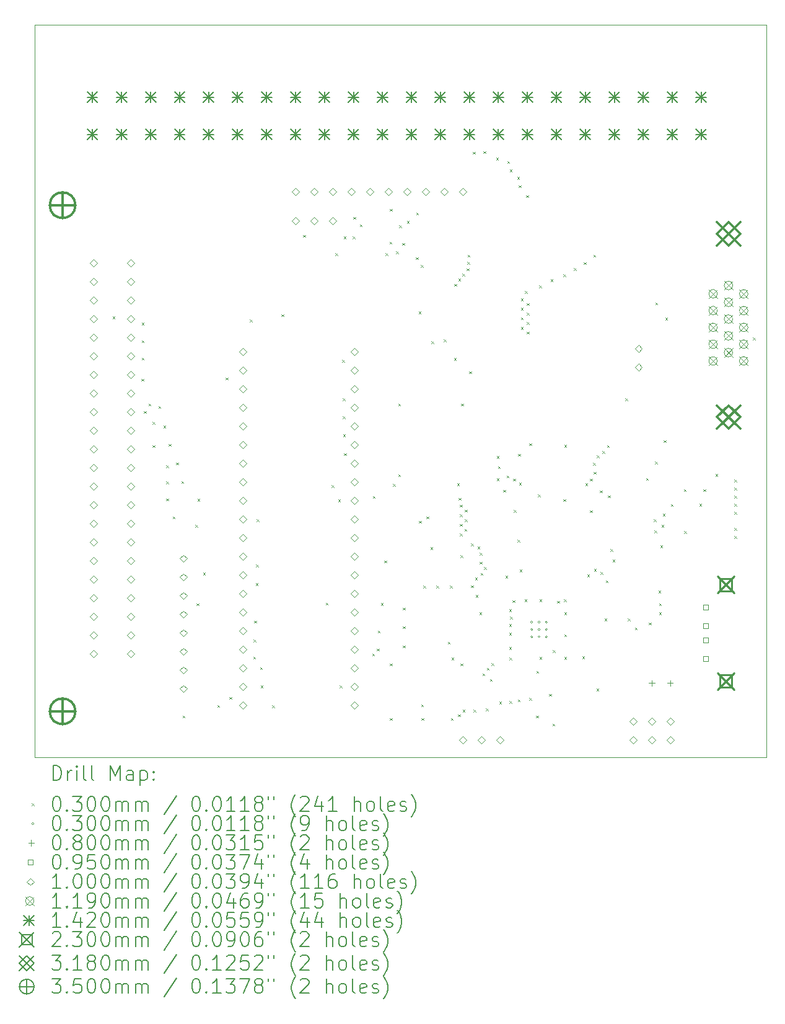
<source format=gbr>
%TF.GenerationSoftware,KiCad,Pcbnew,9.0.7*%
%TF.CreationDate,2026-02-02T16:02:03+11:00*%
%TF.ProjectId,FlashCartProgrammer,466c6173-6843-4617-9274-50726f677261,rev?*%
%TF.SameCoordinates,Original*%
%TF.FileFunction,Drillmap*%
%TF.FilePolarity,Positive*%
%FSLAX45Y45*%
G04 Gerber Fmt 4.5, Leading zero omitted, Abs format (unit mm)*
G04 Created by KiCad (PCBNEW 9.0.7) date 2026-02-02 16:02:03*
%MOMM*%
%LPD*%
G01*
G04 APERTURE LIST*
%ADD10C,0.100000*%
%ADD11C,0.200000*%
%ADD12C,0.119000*%
%ADD13C,0.142000*%
%ADD14C,0.230000*%
%ADD15C,0.318000*%
%ADD16C,0.350000*%
G04 APERTURE END LIST*
D10*
X9478820Y-4871640D02*
X19478820Y-4871640D01*
X19478820Y-14871640D01*
X9478820Y-14871640D01*
X9478820Y-4871640D01*
D11*
D10*
X10546000Y-8857000D02*
X10576000Y-8887000D01*
X10576000Y-8857000D02*
X10546000Y-8887000D01*
X10940000Y-9708000D02*
X10970000Y-9738000D01*
X10970000Y-9708000D02*
X10940000Y-9738000D01*
X10945000Y-8941000D02*
X10975000Y-8971000D01*
X10975000Y-8941000D02*
X10945000Y-8971000D01*
X10945000Y-9182000D02*
X10975000Y-9212000D01*
X10975000Y-9182000D02*
X10945000Y-9212000D01*
X10945000Y-9420000D02*
X10975000Y-9450000D01*
X10975000Y-9420000D02*
X10945000Y-9450000D01*
X10975000Y-10147500D02*
X11005000Y-10177500D01*
X11005000Y-10147500D02*
X10975000Y-10177500D01*
X11037500Y-10047500D02*
X11067500Y-10077500D01*
X11067500Y-10047500D02*
X11037500Y-10077500D01*
X11092500Y-10295000D02*
X11122500Y-10325000D01*
X11122500Y-10295000D02*
X11092500Y-10325000D01*
X11092500Y-10615000D02*
X11122500Y-10645000D01*
X11122500Y-10615000D02*
X11092500Y-10645000D01*
X11175000Y-10080000D02*
X11205000Y-10110000D01*
X11205000Y-10080000D02*
X11175000Y-10110000D01*
X11240000Y-10347500D02*
X11270000Y-10377500D01*
X11270000Y-10347500D02*
X11240000Y-10377500D01*
X11280000Y-10890000D02*
X11310000Y-10920000D01*
X11310000Y-10890000D02*
X11280000Y-10920000D01*
X11280000Y-11110000D02*
X11310000Y-11140000D01*
X11310000Y-11110000D02*
X11280000Y-11140000D01*
X11280000Y-11342500D02*
X11310000Y-11372500D01*
X11310000Y-11342500D02*
X11280000Y-11372500D01*
X11312500Y-10595000D02*
X11342500Y-10625000D01*
X11342500Y-10595000D02*
X11312500Y-10625000D01*
X11370000Y-11587500D02*
X11400000Y-11617500D01*
X11400000Y-11587500D02*
X11370000Y-11617500D01*
X11415000Y-10849000D02*
X11445000Y-10879000D01*
X11445000Y-10849000D02*
X11415000Y-10879000D01*
X11485000Y-11103000D02*
X11515000Y-11133000D01*
X11515000Y-11103000D02*
X11485000Y-11133000D01*
X11505000Y-14305000D02*
X11535000Y-14335000D01*
X11535000Y-14305000D02*
X11505000Y-14335000D01*
X11678000Y-11700000D02*
X11708000Y-11730000D01*
X11708000Y-11700000D02*
X11678000Y-11730000D01*
X11695000Y-12773000D02*
X11725000Y-12803000D01*
X11725000Y-12773000D02*
X11695000Y-12803000D01*
X11705000Y-11345000D02*
X11735000Y-11375000D01*
X11735000Y-11345000D02*
X11705000Y-11375000D01*
X11781667Y-12353958D02*
X11811667Y-12383958D01*
X11811667Y-12353958D02*
X11781667Y-12383958D01*
X11977500Y-14160000D02*
X12007500Y-14190000D01*
X12007500Y-14160000D02*
X11977500Y-14190000D01*
X12092500Y-9690000D02*
X12122500Y-9720000D01*
X12122500Y-9690000D02*
X12092500Y-9720000D01*
X12145000Y-14050000D02*
X12175000Y-14080000D01*
X12175000Y-14050000D02*
X12145000Y-14080000D01*
X12422500Y-8900000D02*
X12452500Y-8930000D01*
X12452500Y-8900000D02*
X12422500Y-8930000D01*
X12467000Y-13499000D02*
X12497000Y-13529000D01*
X12497000Y-13499000D02*
X12467000Y-13529000D01*
X12475000Y-13266000D02*
X12505000Y-13296000D01*
X12505000Y-13266000D02*
X12475000Y-13296000D01*
X12480000Y-13009000D02*
X12510000Y-13039000D01*
X12510000Y-13009000D02*
X12480000Y-13039000D01*
X12504000Y-12499000D02*
X12534000Y-12529000D01*
X12534000Y-12499000D02*
X12504000Y-12529000D01*
X12509000Y-12242000D02*
X12539000Y-12272000D01*
X12539000Y-12242000D02*
X12509000Y-12272000D01*
X12514000Y-11625000D02*
X12544000Y-11655000D01*
X12544000Y-11625000D02*
X12514000Y-11655000D01*
X12561000Y-13644000D02*
X12591000Y-13674000D01*
X12591000Y-13644000D02*
X12561000Y-13674000D01*
X12572000Y-13896000D02*
X12602000Y-13926000D01*
X12602000Y-13896000D02*
X12572000Y-13926000D01*
X12725000Y-14166000D02*
X12755000Y-14196000D01*
X12755000Y-14166000D02*
X12725000Y-14196000D01*
X12852500Y-8827500D02*
X12882500Y-8857500D01*
X12882500Y-8827500D02*
X12852500Y-8857500D01*
X13150000Y-7745000D02*
X13180000Y-7775000D01*
X13180000Y-7745000D02*
X13150000Y-7775000D01*
X13459000Y-12764000D02*
X13489000Y-12794000D01*
X13489000Y-12764000D02*
X13459000Y-12794000D01*
X13540000Y-11157500D02*
X13570000Y-11187500D01*
X13570000Y-11157500D02*
X13540000Y-11187500D01*
X13592500Y-7995000D02*
X13622500Y-8025000D01*
X13622500Y-7995000D02*
X13592500Y-8025000D01*
X13630000Y-11355000D02*
X13660000Y-11385000D01*
X13660000Y-11355000D02*
X13630000Y-11385000D01*
X13648000Y-13896000D02*
X13678000Y-13926000D01*
X13678000Y-13896000D02*
X13648000Y-13926000D01*
X13686000Y-9450000D02*
X13716000Y-9480000D01*
X13716000Y-9450000D02*
X13686000Y-9480000D01*
X13691000Y-9973000D02*
X13721000Y-10003000D01*
X13721000Y-9973000D02*
X13691000Y-10003000D01*
X13691000Y-10222000D02*
X13721000Y-10252000D01*
X13721000Y-10222000D02*
X13691000Y-10252000D01*
X13697000Y-10465000D02*
X13727000Y-10495000D01*
X13727000Y-10465000D02*
X13697000Y-10495000D01*
X13706000Y-7766000D02*
X13736000Y-7796000D01*
X13736000Y-7766000D02*
X13706000Y-7796000D01*
X13708000Y-10725000D02*
X13738000Y-10755000D01*
X13738000Y-10725000D02*
X13708000Y-10755000D01*
X13829000Y-7766000D02*
X13859000Y-7796000D01*
X13859000Y-7766000D02*
X13829000Y-7796000D01*
X13838000Y-7497000D02*
X13868000Y-7527000D01*
X13868000Y-7497000D02*
X13838000Y-7527000D01*
X13926000Y-7599000D02*
X13956000Y-7629000D01*
X13956000Y-7599000D02*
X13926000Y-7629000D01*
X14094317Y-13456871D02*
X14124317Y-13486871D01*
X14124317Y-13456871D02*
X14094317Y-13486871D01*
X14102500Y-11307500D02*
X14132500Y-11337500D01*
X14132500Y-11307500D02*
X14102500Y-11337500D01*
X14159317Y-13389317D02*
X14189317Y-13419317D01*
X14189317Y-13389317D02*
X14159317Y-13419317D01*
X14169962Y-13144462D02*
X14199962Y-13174462D01*
X14199962Y-13144462D02*
X14169962Y-13174462D01*
X14213000Y-12767500D02*
X14243000Y-12797500D01*
X14243000Y-12767500D02*
X14213000Y-12797500D01*
X14260000Y-12190000D02*
X14290000Y-12220000D01*
X14290000Y-12190000D02*
X14260000Y-12220000D01*
X14275000Y-7992500D02*
X14305000Y-8022500D01*
X14305000Y-7992500D02*
X14275000Y-8022500D01*
X14332500Y-7835000D02*
X14362500Y-7865000D01*
X14362500Y-7835000D02*
X14332500Y-7865000D01*
X14335000Y-13595000D02*
X14365000Y-13625000D01*
X14365000Y-13595000D02*
X14335000Y-13625000D01*
X14336000Y-14339000D02*
X14366000Y-14369000D01*
X14366000Y-14339000D02*
X14336000Y-14369000D01*
X14338000Y-7389000D02*
X14368000Y-7419000D01*
X14368000Y-7389000D02*
X14338000Y-7419000D01*
X14377000Y-11141000D02*
X14407000Y-11171000D01*
X14407000Y-11141000D02*
X14377000Y-11171000D01*
X14421000Y-7969000D02*
X14451000Y-7999000D01*
X14451000Y-7969000D02*
X14421000Y-7999000D01*
X14450000Y-10047500D02*
X14480000Y-10077500D01*
X14480000Y-10047500D02*
X14450000Y-10077500D01*
X14450000Y-11010000D02*
X14480000Y-11040000D01*
X14480000Y-11010000D02*
X14450000Y-11040000D01*
X14465000Y-7612500D02*
X14495000Y-7642500D01*
X14495000Y-7612500D02*
X14465000Y-7642500D01*
X14507000Y-7855000D02*
X14537000Y-7885000D01*
X14537000Y-7855000D02*
X14507000Y-7885000D01*
X14512500Y-12830000D02*
X14542500Y-12860000D01*
X14542500Y-12830000D02*
X14512500Y-12860000D01*
X14512500Y-13084000D02*
X14542500Y-13114000D01*
X14542500Y-13084000D02*
X14512500Y-13114000D01*
X14512500Y-13347000D02*
X14542500Y-13377000D01*
X14542500Y-13347000D02*
X14512500Y-13377000D01*
X14567000Y-7555000D02*
X14597000Y-7585000D01*
X14597000Y-7555000D02*
X14567000Y-7585000D01*
X14693000Y-8049000D02*
X14723000Y-8079000D01*
X14723000Y-8049000D02*
X14693000Y-8079000D01*
X14694900Y-7437600D02*
X14724900Y-7467600D01*
X14724900Y-7437600D02*
X14694900Y-7467600D01*
X14727500Y-8790000D02*
X14757500Y-8820000D01*
X14757500Y-8790000D02*
X14727500Y-8820000D01*
X14732500Y-11647500D02*
X14762500Y-11677500D01*
X14762500Y-11647500D02*
X14732500Y-11677500D01*
X14759000Y-8152600D02*
X14789000Y-8182600D01*
X14789000Y-8152600D02*
X14759000Y-8182600D01*
X14763000Y-14151000D02*
X14793000Y-14181000D01*
X14793000Y-14151000D02*
X14763000Y-14181000D01*
X14766000Y-14339000D02*
X14796000Y-14369000D01*
X14796000Y-14339000D02*
X14766000Y-14369000D01*
X14792000Y-12530000D02*
X14822000Y-12560000D01*
X14822000Y-12530000D02*
X14792000Y-12560000D01*
X14835000Y-11587500D02*
X14865000Y-11617500D01*
X14865000Y-11587500D02*
X14835000Y-11617500D01*
X14890855Y-12005855D02*
X14920855Y-12035855D01*
X14920855Y-12005855D02*
X14890855Y-12035855D01*
X14904000Y-9194000D02*
X14934000Y-9224000D01*
X14934000Y-9194000D02*
X14904000Y-9224000D01*
X14969000Y-12530000D02*
X14999000Y-12560000D01*
X14999000Y-12530000D02*
X14969000Y-12560000D01*
X15072500Y-9170000D02*
X15102500Y-9200000D01*
X15102500Y-9170000D02*
X15072500Y-9200000D01*
X15126603Y-13296486D02*
X15156603Y-13326486D01*
X15156603Y-13296486D02*
X15126603Y-13326486D01*
X15159000Y-12530000D02*
X15189000Y-12560000D01*
X15189000Y-12530000D02*
X15159000Y-12560000D01*
X15170000Y-14340000D02*
X15200000Y-14370000D01*
X15200000Y-14340000D02*
X15170000Y-14370000D01*
X15178000Y-13514000D02*
X15208000Y-13544000D01*
X15208000Y-13514000D02*
X15178000Y-13544000D01*
X15212500Y-9422500D02*
X15242500Y-9452500D01*
X15242500Y-9422500D02*
X15212500Y-9452500D01*
X15217385Y-8413959D02*
X15247385Y-8443959D01*
X15247385Y-8413959D02*
X15217385Y-8443959D01*
X15255000Y-11132500D02*
X15285000Y-11162500D01*
X15285000Y-11132500D02*
X15255000Y-11162500D01*
X15266000Y-14288000D02*
X15296000Y-14318000D01*
X15296000Y-14288000D02*
X15266000Y-14318000D01*
X15270193Y-8341079D02*
X15300193Y-8371079D01*
X15300193Y-8341079D02*
X15270193Y-8371079D01*
X15275000Y-11332500D02*
X15305000Y-11362500D01*
X15305000Y-11332500D02*
X15275000Y-11362500D01*
X15290554Y-11687500D02*
X15320554Y-11717500D01*
X15320554Y-11687500D02*
X15290554Y-11717500D01*
X15292268Y-11557500D02*
X15322268Y-11587500D01*
X15322268Y-11557500D02*
X15292268Y-11587500D01*
X15292500Y-11427500D02*
X15322500Y-11457500D01*
X15322500Y-11427500D02*
X15292500Y-11457500D01*
X15292500Y-11820000D02*
X15322500Y-11850000D01*
X15322500Y-11820000D02*
X15292500Y-11850000D01*
X15300538Y-13595000D02*
X15330538Y-13625000D01*
X15330538Y-13595000D02*
X15300538Y-13625000D01*
X15302000Y-12118000D02*
X15332000Y-12148000D01*
X15332000Y-12118000D02*
X15302000Y-12148000D01*
X15309000Y-10045000D02*
X15339000Y-10075000D01*
X15339000Y-10045000D02*
X15309000Y-10075000D01*
X15326014Y-8270482D02*
X15356014Y-8300482D01*
X15356014Y-8270482D02*
X15326014Y-8300482D01*
X15331259Y-14223000D02*
X15361259Y-14253000D01*
X15361259Y-14223000D02*
X15331259Y-14253000D01*
X15354958Y-11755200D02*
X15384958Y-11785200D01*
X15384958Y-11755200D02*
X15354958Y-11785200D01*
X15360000Y-11495000D02*
X15390000Y-11525000D01*
X15390000Y-11495000D02*
X15360000Y-11525000D01*
X15360000Y-11625100D02*
X15390000Y-11655100D01*
X15390000Y-11625100D02*
X15360000Y-11655100D01*
X15384589Y-8202152D02*
X15414589Y-8232152D01*
X15414589Y-8202152D02*
X15384589Y-8232152D01*
X15392500Y-8112500D02*
X15422500Y-8142500D01*
X15422500Y-8112500D02*
X15392500Y-8142500D01*
X15400000Y-8012500D02*
X15430000Y-8042500D01*
X15430000Y-8012500D02*
X15400000Y-8042500D01*
X15418000Y-9605000D02*
X15448000Y-9635000D01*
X15448000Y-9605000D02*
X15418000Y-9635000D01*
X15445000Y-11953512D02*
X15475000Y-11983512D01*
X15475000Y-11953512D02*
X15445000Y-11983512D01*
X15446000Y-12527000D02*
X15476000Y-12557000D01*
X15476000Y-12527000D02*
X15446000Y-12557000D01*
X15472500Y-6610000D02*
X15502500Y-6640000D01*
X15502500Y-6610000D02*
X15472500Y-6640000D01*
X15481000Y-14223000D02*
X15511000Y-14253000D01*
X15511000Y-14223000D02*
X15481000Y-14253000D01*
X15499000Y-12421000D02*
X15529000Y-12451000D01*
X15529000Y-12421000D02*
X15499000Y-12451000D01*
X15510000Y-12657000D02*
X15540000Y-12687000D01*
X15540000Y-12657000D02*
X15510000Y-12687000D01*
X15532500Y-12000000D02*
X15562500Y-12030000D01*
X15562500Y-12000000D02*
X15532500Y-12030000D01*
X15557954Y-12897261D02*
X15587954Y-12927261D01*
X15587954Y-12897261D02*
X15557954Y-12927261D01*
X15563000Y-12204000D02*
X15593000Y-12234000D01*
X15593000Y-12204000D02*
X15563000Y-12234000D01*
X15564101Y-12084270D02*
X15594101Y-12114270D01*
X15594101Y-12084270D02*
X15564101Y-12114270D01*
X15576000Y-12358000D02*
X15606000Y-12388000D01*
X15606000Y-12358000D02*
X15576000Y-12388000D01*
X15601603Y-13728986D02*
X15631603Y-13758986D01*
X15631603Y-13728986D02*
X15601603Y-13758986D01*
X15612500Y-6600000D02*
X15642500Y-6630000D01*
X15642500Y-6600000D02*
X15612500Y-6630000D01*
X15620984Y-12277092D02*
X15650984Y-12307092D01*
X15650984Y-12277092D02*
X15620984Y-12307092D01*
X15648000Y-14207000D02*
X15678000Y-14237000D01*
X15678000Y-14207000D02*
X15648000Y-14237000D01*
X15662676Y-13652338D02*
X15692676Y-13682338D01*
X15692676Y-13652338D02*
X15662676Y-13682338D01*
X15704000Y-13805000D02*
X15734000Y-13835000D01*
X15734000Y-13805000D02*
X15704000Y-13835000D01*
X15726315Y-13588698D02*
X15756315Y-13618698D01*
X15756315Y-13588698D02*
X15726315Y-13618698D01*
X15787500Y-6687500D02*
X15817500Y-6717500D01*
X15817500Y-6687500D02*
X15787500Y-6717500D01*
X15795000Y-11065000D02*
X15825000Y-11095000D01*
X15825000Y-11065000D02*
X15795000Y-11095000D01*
X15797400Y-10760100D02*
X15827400Y-10790100D01*
X15827400Y-10760100D02*
X15797400Y-10790100D01*
X15815000Y-10900000D02*
X15845000Y-10930000D01*
X15845000Y-10900000D02*
X15815000Y-10930000D01*
X15829003Y-14115000D02*
X15859003Y-14145000D01*
X15859003Y-14115000D02*
X15829003Y-14145000D01*
X15885000Y-11225000D02*
X15915000Y-11255000D01*
X15915000Y-11225000D02*
X15885000Y-11255000D01*
X15914003Y-12395000D02*
X15944003Y-12425000D01*
X15944003Y-12395000D02*
X15914003Y-12425000D01*
X15932500Y-11030000D02*
X15962500Y-11060000D01*
X15962500Y-11030000D02*
X15932500Y-11060000D01*
X15941000Y-6736000D02*
X15971000Y-6766000D01*
X15971000Y-6736000D02*
X15941000Y-6766000D01*
X15964003Y-12853986D02*
X15994003Y-12883986D01*
X15994003Y-12853986D02*
X15964003Y-12883986D01*
X15964003Y-13053986D02*
X15994003Y-13083986D01*
X15994003Y-13053986D02*
X15964003Y-13083986D01*
X15964003Y-13173986D02*
X15994003Y-13203986D01*
X15994003Y-13173986D02*
X15964003Y-13203986D01*
X15964003Y-13368986D02*
X15994003Y-13398986D01*
X15994003Y-13368986D02*
X15964003Y-13398986D01*
X15967962Y-14107962D02*
X15997962Y-14137962D01*
X15997962Y-14107962D02*
X15967962Y-14137962D01*
X15968904Y-13513986D02*
X15998904Y-13543986D01*
X15998904Y-13513986D02*
X15968904Y-13543986D01*
X15972788Y-6849712D02*
X16002788Y-6879712D01*
X16002788Y-6849712D02*
X15972788Y-6879712D01*
X15979003Y-12953986D02*
X16009003Y-12983986D01*
X16009003Y-12953986D02*
X15979003Y-12983986D01*
X16011103Y-12731986D02*
X16041103Y-12761986D01*
X16041103Y-12731986D02*
X16011103Y-12761986D01*
X16020100Y-11072500D02*
X16050100Y-11102500D01*
X16050100Y-11072500D02*
X16020100Y-11102500D01*
X16030000Y-11500000D02*
X16060000Y-11530000D01*
X16060000Y-11500000D02*
X16030000Y-11530000D01*
X16076000Y-6950000D02*
X16106000Y-6980000D01*
X16106000Y-6950000D02*
X16076000Y-6980000D01*
X16080000Y-11905000D02*
X16110000Y-11935000D01*
X16110000Y-11905000D02*
X16080000Y-11935000D01*
X16084003Y-14083986D02*
X16114003Y-14113986D01*
X16114003Y-14083986D02*
X16084003Y-14113986D01*
X16088000Y-10734000D02*
X16118000Y-10764000D01*
X16118000Y-10734000D02*
X16088000Y-10764000D01*
X16097500Y-7065000D02*
X16127500Y-7095000D01*
X16127500Y-7065000D02*
X16097500Y-7095000D01*
X16101573Y-11127500D02*
X16131573Y-11157500D01*
X16131573Y-11127500D02*
X16101573Y-11157500D01*
X16109000Y-12312000D02*
X16139000Y-12342000D01*
X16139000Y-12312000D02*
X16109000Y-12342000D01*
X16127500Y-8610000D02*
X16157500Y-8640000D01*
X16157500Y-8610000D02*
X16127500Y-8640000D01*
X16127500Y-8740000D02*
X16157500Y-8770000D01*
X16157500Y-8740000D02*
X16127500Y-8770000D01*
X16127500Y-8870000D02*
X16157500Y-8900000D01*
X16157500Y-8870000D02*
X16127500Y-8900000D01*
X16127500Y-9000000D02*
X16157500Y-9030000D01*
X16157500Y-9000000D02*
X16127500Y-9030000D01*
X16179003Y-12718986D02*
X16209003Y-12748986D01*
X16209003Y-12718986D02*
X16179003Y-12748986D01*
X16183000Y-8510000D02*
X16213000Y-8540000D01*
X16213000Y-8510000D02*
X16183000Y-8540000D01*
X16197000Y-7202500D02*
X16227000Y-7232500D01*
X16227000Y-7202500D02*
X16197000Y-7232500D01*
X16207500Y-8675000D02*
X16237500Y-8705000D01*
X16237500Y-8675000D02*
X16207500Y-8705000D01*
X16207500Y-8805000D02*
X16237500Y-8835000D01*
X16237500Y-8805000D02*
X16207500Y-8835000D01*
X16207500Y-8935000D02*
X16237500Y-8965000D01*
X16237500Y-8935000D02*
X16207500Y-8965000D01*
X16207500Y-9065000D02*
X16237500Y-9095000D01*
X16237500Y-9065000D02*
X16207500Y-9095000D01*
X16239003Y-14062736D02*
X16269003Y-14092736D01*
X16269003Y-14062736D02*
X16239003Y-14092736D01*
X16240000Y-10587500D02*
X16270000Y-10617500D01*
X16270000Y-10587500D02*
X16240000Y-10617500D01*
X16334003Y-14303986D02*
X16364003Y-14333986D01*
X16364003Y-14303986D02*
X16334003Y-14333986D01*
X16339003Y-13693986D02*
X16369003Y-13723986D01*
X16369003Y-13693986D02*
X16339003Y-13723986D01*
X16360000Y-11287500D02*
X16390000Y-11317500D01*
X16390000Y-11287500D02*
X16360000Y-11317500D01*
X16374300Y-8432500D02*
X16404300Y-8462500D01*
X16404300Y-8432500D02*
X16374300Y-8462500D01*
X16379003Y-12718986D02*
X16409003Y-12748986D01*
X16409003Y-12718986D02*
X16379003Y-12748986D01*
X16379003Y-13503986D02*
X16409003Y-13533986D01*
X16409003Y-13503986D02*
X16379003Y-13533986D01*
X16510353Y-14010236D02*
X16540353Y-14040236D01*
X16540353Y-14010236D02*
X16510353Y-14040236D01*
X16532500Y-8350000D02*
X16562500Y-8380000D01*
X16562500Y-8350000D02*
X16532500Y-8380000D01*
X16557228Y-14416486D02*
X16587228Y-14446486D01*
X16587228Y-14416486D02*
X16557228Y-14446486D01*
X16564003Y-13413986D02*
X16594003Y-13443986D01*
X16594003Y-13413986D02*
X16564003Y-13443986D01*
X16624003Y-12738986D02*
X16654003Y-12768986D01*
X16654003Y-12738986D02*
X16624003Y-12768986D01*
X16705000Y-8282500D02*
X16735000Y-8312500D01*
X16735000Y-8282500D02*
X16705000Y-8312500D01*
X16705000Y-11350000D02*
X16735000Y-11380000D01*
X16735000Y-11350000D02*
X16705000Y-11380000D01*
X16716508Y-12718354D02*
X16746508Y-12748354D01*
X16746508Y-12718354D02*
X16716508Y-12748354D01*
X16719003Y-12893986D02*
X16749003Y-12923986D01*
X16749003Y-12893986D02*
X16719003Y-12923986D01*
X16719003Y-13193986D02*
X16749003Y-13223986D01*
X16749003Y-13193986D02*
X16719003Y-13223986D01*
X16719003Y-13503986D02*
X16749003Y-13533986D01*
X16749003Y-13503986D02*
X16719003Y-13533986D01*
X16720000Y-10608000D02*
X16750000Y-10638000D01*
X16750000Y-10608000D02*
X16720000Y-10638000D01*
X16850000Y-8197500D02*
X16880000Y-8227500D01*
X16880000Y-8197500D02*
X16850000Y-8227500D01*
X16964004Y-13494336D02*
X16994004Y-13524336D01*
X16994004Y-13494336D02*
X16964004Y-13524336D01*
X16987500Y-8115000D02*
X17017500Y-8145000D01*
X17017500Y-8115000D02*
X16987500Y-8145000D01*
X17007500Y-11135000D02*
X17037500Y-11165000D01*
X17037500Y-11135000D02*
X17007500Y-11165000D01*
X17031000Y-12380000D02*
X17061000Y-12410000D01*
X17061000Y-12380000D02*
X17031000Y-12410000D01*
X17070000Y-11502000D02*
X17100000Y-11532000D01*
X17100000Y-11502000D02*
X17070000Y-11532000D01*
X17072500Y-11071361D02*
X17102500Y-11101361D01*
X17102500Y-11071361D02*
X17072500Y-11101361D01*
X17114466Y-10857124D02*
X17144466Y-10887124D01*
X17144466Y-10857124D02*
X17114466Y-10887124D01*
X17117500Y-8012500D02*
X17147500Y-8042500D01*
X17147500Y-8012500D02*
X17117500Y-8042500D01*
X17120478Y-10978288D02*
X17150478Y-11008288D01*
X17150478Y-10978288D02*
X17120478Y-11008288D01*
X17124000Y-12304000D02*
X17154000Y-12334000D01*
X17154000Y-12304000D02*
X17124000Y-12334000D01*
X17159000Y-13939000D02*
X17189000Y-13969000D01*
X17189000Y-13939000D02*
X17159000Y-13969000D01*
X17165000Y-10752500D02*
X17195000Y-10782500D01*
X17195000Y-10752500D02*
X17165000Y-10782500D01*
X17207500Y-11230000D02*
X17237500Y-11260000D01*
X17237500Y-11230000D02*
X17207500Y-11260000D01*
X17215000Y-12347000D02*
X17245000Y-12377000D01*
X17245000Y-12347000D02*
X17215000Y-12377000D01*
X17237500Y-10692500D02*
X17267500Y-10722500D01*
X17267500Y-10692500D02*
X17237500Y-10722500D01*
X17268004Y-12979986D02*
X17298004Y-13009986D01*
X17298004Y-12979986D02*
X17268004Y-13009986D01*
X17288000Y-12459000D02*
X17318000Y-12489000D01*
X17318000Y-12459000D02*
X17288000Y-12489000D01*
X17305000Y-10612500D02*
X17335000Y-10642500D01*
X17335000Y-10612500D02*
X17305000Y-10642500D01*
X17317000Y-11300000D02*
X17347000Y-11330000D01*
X17347000Y-11300000D02*
X17317000Y-11330000D01*
X17351000Y-12031500D02*
X17381000Y-12061500D01*
X17381000Y-12031500D02*
X17351000Y-12061500D01*
X17380000Y-12175000D02*
X17410000Y-12205000D01*
X17410000Y-12175000D02*
X17380000Y-12205000D01*
X17553500Y-9976000D02*
X17583500Y-10006000D01*
X17583500Y-9976000D02*
X17553500Y-10006000D01*
X17589204Y-12979986D02*
X17619204Y-13009986D01*
X17619204Y-12979986D02*
X17589204Y-13009986D01*
X17684104Y-13103986D02*
X17714104Y-13133986D01*
X17714104Y-13103986D02*
X17684104Y-13133986D01*
X17838500Y-11063000D02*
X17868500Y-11093000D01*
X17868500Y-11063000D02*
X17838500Y-11093000D01*
X17874104Y-13033986D02*
X17904104Y-13063986D01*
X17904104Y-13033986D02*
X17874104Y-13063986D01*
X17941000Y-11625000D02*
X17971000Y-11655000D01*
X17971000Y-11625000D02*
X17941000Y-11655000D01*
X17952000Y-11777000D02*
X17982000Y-11807000D01*
X17982000Y-11777000D02*
X17952000Y-11807000D01*
X17960000Y-10840000D02*
X17990000Y-10870000D01*
X17990000Y-10840000D02*
X17960000Y-10870000D01*
X17963000Y-8666500D02*
X17993000Y-8696500D01*
X17993000Y-8666500D02*
X17963000Y-8696500D01*
X18004104Y-12599486D02*
X18034104Y-12629486D01*
X18034104Y-12599486D02*
X18004104Y-12629486D01*
X18014104Y-12773986D02*
X18044104Y-12803986D01*
X18044104Y-12773986D02*
X18014104Y-12803986D01*
X18014104Y-12893986D02*
X18044104Y-12923986D01*
X18044104Y-12893986D02*
X18014104Y-12923986D01*
X18031000Y-11981500D02*
X18061000Y-12011500D01*
X18061000Y-11981500D02*
X18031000Y-12011500D01*
X18048500Y-11701500D02*
X18078500Y-11731500D01*
X18078500Y-11701500D02*
X18048500Y-11731500D01*
X18066000Y-11549000D02*
X18096000Y-11579000D01*
X18096000Y-11549000D02*
X18066000Y-11579000D01*
X18077500Y-10547500D02*
X18107500Y-10577500D01*
X18107500Y-10547500D02*
X18077500Y-10577500D01*
X18098000Y-8874000D02*
X18128000Y-8904000D01*
X18128000Y-8874000D02*
X18098000Y-8904000D01*
X18176000Y-11419000D02*
X18206000Y-11449000D01*
X18206000Y-11419000D02*
X18176000Y-11449000D01*
X18353500Y-11216500D02*
X18383500Y-11246500D01*
X18383500Y-11216500D02*
X18353500Y-11246500D01*
X18358500Y-11784000D02*
X18388500Y-11814000D01*
X18388500Y-11784000D02*
X18358500Y-11814000D01*
X18563500Y-11414000D02*
X18593500Y-11444000D01*
X18593500Y-11414000D02*
X18563500Y-11444000D01*
X18621000Y-11216500D02*
X18651000Y-11246500D01*
X18651000Y-11216500D02*
X18621000Y-11246500D01*
X18786000Y-11006500D02*
X18816000Y-11036500D01*
X18816000Y-11006500D02*
X18786000Y-11036500D01*
X19043500Y-11084000D02*
X19073500Y-11114000D01*
X19073500Y-11084000D02*
X19043500Y-11114000D01*
X19043500Y-11194000D02*
X19073500Y-11224000D01*
X19073500Y-11194000D02*
X19043500Y-11224000D01*
X19043500Y-11304000D02*
X19073500Y-11334000D01*
X19073500Y-11304000D02*
X19043500Y-11334000D01*
X19043500Y-11414000D02*
X19073500Y-11444000D01*
X19073500Y-11414000D02*
X19043500Y-11444000D01*
X19043500Y-11524000D02*
X19073500Y-11554000D01*
X19073500Y-11524000D02*
X19043500Y-11554000D01*
X19043500Y-11744000D02*
X19073500Y-11774000D01*
X19073500Y-11744000D02*
X19043500Y-11774000D01*
X19043500Y-11854000D02*
X19073500Y-11884000D01*
X19073500Y-11854000D02*
X19043500Y-11884000D01*
X19298000Y-9144000D02*
X19328000Y-9174000D01*
X19328000Y-9144000D02*
X19298000Y-9174000D01*
X16289003Y-13029336D02*
G75*
G02*
X16259003Y-13029336I-15000J0D01*
G01*
X16259003Y-13029336D02*
G75*
G02*
X16289003Y-13029336I15000J0D01*
G01*
X16289003Y-13129336D02*
G75*
G02*
X16259003Y-13129336I-15000J0D01*
G01*
X16259003Y-13129336D02*
G75*
G02*
X16289003Y-13129336I15000J0D01*
G01*
X16289003Y-13229336D02*
G75*
G02*
X16259003Y-13229336I-15000J0D01*
G01*
X16259003Y-13229336D02*
G75*
G02*
X16289003Y-13229336I15000J0D01*
G01*
X16389003Y-13029336D02*
G75*
G02*
X16359003Y-13029336I-15000J0D01*
G01*
X16359003Y-13029336D02*
G75*
G02*
X16389003Y-13029336I15000J0D01*
G01*
X16389003Y-13129336D02*
G75*
G02*
X16359003Y-13129336I-15000J0D01*
G01*
X16359003Y-13129336D02*
G75*
G02*
X16389003Y-13129336I15000J0D01*
G01*
X16389003Y-13229336D02*
G75*
G02*
X16359003Y-13229336I-15000J0D01*
G01*
X16359003Y-13229336D02*
G75*
G02*
X16389003Y-13229336I15000J0D01*
G01*
X16489003Y-13029336D02*
G75*
G02*
X16459003Y-13029336I-15000J0D01*
G01*
X16459003Y-13029336D02*
G75*
G02*
X16489003Y-13029336I15000J0D01*
G01*
X16489003Y-13129336D02*
G75*
G02*
X16459003Y-13129336I-15000J0D01*
G01*
X16459003Y-13129336D02*
G75*
G02*
X16489003Y-13129336I15000J0D01*
G01*
X16489003Y-13229336D02*
G75*
G02*
X16459003Y-13229336I-15000J0D01*
G01*
X16459003Y-13229336D02*
G75*
G02*
X16489003Y-13229336I15000J0D01*
G01*
X17917000Y-13822000D02*
X17917000Y-13902000D01*
X17877000Y-13862000D02*
X17957000Y-13862000D01*
X18167000Y-13822000D02*
X18167000Y-13902000D01*
X18127000Y-13862000D02*
X18207000Y-13862000D01*
X18686588Y-12860588D02*
X18686588Y-12793412D01*
X18619412Y-12793412D01*
X18619412Y-12860588D01*
X18686588Y-12860588D01*
X18686588Y-13110588D02*
X18686588Y-13043412D01*
X18619412Y-13043412D01*
X18619412Y-13110588D01*
X18686588Y-13110588D01*
X18686588Y-13310588D02*
X18686588Y-13243412D01*
X18619412Y-13243412D01*
X18619412Y-13310588D01*
X18686588Y-13310588D01*
X18686588Y-13560588D02*
X18686588Y-13493412D01*
X18619412Y-13493412D01*
X18619412Y-13560588D01*
X18686588Y-13560588D01*
X10288980Y-8175640D02*
X10338980Y-8125640D01*
X10288980Y-8075640D01*
X10238980Y-8125640D01*
X10288980Y-8175640D01*
X10288980Y-8429640D02*
X10338980Y-8379640D01*
X10288980Y-8329640D01*
X10238980Y-8379640D01*
X10288980Y-8429640D01*
X10288980Y-8683640D02*
X10338980Y-8633640D01*
X10288980Y-8583640D01*
X10238980Y-8633640D01*
X10288980Y-8683640D01*
X10288980Y-8937640D02*
X10338980Y-8887640D01*
X10288980Y-8837640D01*
X10238980Y-8887640D01*
X10288980Y-8937640D01*
X10288980Y-9191640D02*
X10338980Y-9141640D01*
X10288980Y-9091640D01*
X10238980Y-9141640D01*
X10288980Y-9191640D01*
X10288980Y-9445640D02*
X10338980Y-9395640D01*
X10288980Y-9345640D01*
X10238980Y-9395640D01*
X10288980Y-9445640D01*
X10288980Y-9699640D02*
X10338980Y-9649640D01*
X10288980Y-9599640D01*
X10238980Y-9649640D01*
X10288980Y-9699640D01*
X10288980Y-9953640D02*
X10338980Y-9903640D01*
X10288980Y-9853640D01*
X10238980Y-9903640D01*
X10288980Y-9953640D01*
X10288980Y-10207640D02*
X10338980Y-10157640D01*
X10288980Y-10107640D01*
X10238980Y-10157640D01*
X10288980Y-10207640D01*
X10288980Y-10461640D02*
X10338980Y-10411640D01*
X10288980Y-10361640D01*
X10238980Y-10411640D01*
X10288980Y-10461640D01*
X10288980Y-10715640D02*
X10338980Y-10665640D01*
X10288980Y-10615640D01*
X10238980Y-10665640D01*
X10288980Y-10715640D01*
X10288980Y-10969640D02*
X10338980Y-10919640D01*
X10288980Y-10869640D01*
X10238980Y-10919640D01*
X10288980Y-10969640D01*
X10288980Y-11223640D02*
X10338980Y-11173640D01*
X10288980Y-11123640D01*
X10238980Y-11173640D01*
X10288980Y-11223640D01*
X10288980Y-11477640D02*
X10338980Y-11427640D01*
X10288980Y-11377640D01*
X10238980Y-11427640D01*
X10288980Y-11477640D01*
X10288980Y-11731640D02*
X10338980Y-11681640D01*
X10288980Y-11631640D01*
X10238980Y-11681640D01*
X10288980Y-11731640D01*
X10288980Y-11985640D02*
X10338980Y-11935640D01*
X10288980Y-11885640D01*
X10238980Y-11935640D01*
X10288980Y-11985640D01*
X10288980Y-12239640D02*
X10338980Y-12189640D01*
X10288980Y-12139640D01*
X10238980Y-12189640D01*
X10288980Y-12239640D01*
X10288980Y-12493640D02*
X10338980Y-12443640D01*
X10288980Y-12393640D01*
X10238980Y-12443640D01*
X10288980Y-12493640D01*
X10288980Y-12747640D02*
X10338980Y-12697640D01*
X10288980Y-12647640D01*
X10238980Y-12697640D01*
X10288980Y-12747640D01*
X10288980Y-13001640D02*
X10338980Y-12951640D01*
X10288980Y-12901640D01*
X10238980Y-12951640D01*
X10288980Y-13001640D01*
X10288980Y-13255640D02*
X10338980Y-13205640D01*
X10288980Y-13155640D01*
X10238980Y-13205640D01*
X10288980Y-13255640D01*
X10288980Y-13509640D02*
X10338980Y-13459640D01*
X10288980Y-13409640D01*
X10238980Y-13459640D01*
X10288980Y-13509640D01*
X10796980Y-8175640D02*
X10846980Y-8125640D01*
X10796980Y-8075640D01*
X10746980Y-8125640D01*
X10796980Y-8175640D01*
X10796980Y-8429640D02*
X10846980Y-8379640D01*
X10796980Y-8329640D01*
X10746980Y-8379640D01*
X10796980Y-8429640D01*
X10796980Y-8683640D02*
X10846980Y-8633640D01*
X10796980Y-8583640D01*
X10746980Y-8633640D01*
X10796980Y-8683640D01*
X10796980Y-8937640D02*
X10846980Y-8887640D01*
X10796980Y-8837640D01*
X10746980Y-8887640D01*
X10796980Y-8937640D01*
X10796980Y-9191640D02*
X10846980Y-9141640D01*
X10796980Y-9091640D01*
X10746980Y-9141640D01*
X10796980Y-9191640D01*
X10796980Y-9445640D02*
X10846980Y-9395640D01*
X10796980Y-9345640D01*
X10746980Y-9395640D01*
X10796980Y-9445640D01*
X10796980Y-9699640D02*
X10846980Y-9649640D01*
X10796980Y-9599640D01*
X10746980Y-9649640D01*
X10796980Y-9699640D01*
X10796980Y-9953640D02*
X10846980Y-9903640D01*
X10796980Y-9853640D01*
X10746980Y-9903640D01*
X10796980Y-9953640D01*
X10796980Y-10207640D02*
X10846980Y-10157640D01*
X10796980Y-10107640D01*
X10746980Y-10157640D01*
X10796980Y-10207640D01*
X10796980Y-10461640D02*
X10846980Y-10411640D01*
X10796980Y-10361640D01*
X10746980Y-10411640D01*
X10796980Y-10461640D01*
X10796980Y-10715640D02*
X10846980Y-10665640D01*
X10796980Y-10615640D01*
X10746980Y-10665640D01*
X10796980Y-10715640D01*
X10796980Y-10969640D02*
X10846980Y-10919640D01*
X10796980Y-10869640D01*
X10746980Y-10919640D01*
X10796980Y-10969640D01*
X10796980Y-11223640D02*
X10846980Y-11173640D01*
X10796980Y-11123640D01*
X10746980Y-11173640D01*
X10796980Y-11223640D01*
X10796980Y-11477640D02*
X10846980Y-11427640D01*
X10796980Y-11377640D01*
X10746980Y-11427640D01*
X10796980Y-11477640D01*
X10796980Y-11731640D02*
X10846980Y-11681640D01*
X10796980Y-11631640D01*
X10746980Y-11681640D01*
X10796980Y-11731640D01*
X10796980Y-11985640D02*
X10846980Y-11935640D01*
X10796980Y-11885640D01*
X10746980Y-11935640D01*
X10796980Y-11985640D01*
X10796980Y-12239640D02*
X10846980Y-12189640D01*
X10796980Y-12139640D01*
X10746980Y-12189640D01*
X10796980Y-12239640D01*
X10796980Y-12493640D02*
X10846980Y-12443640D01*
X10796980Y-12393640D01*
X10746980Y-12443640D01*
X10796980Y-12493640D01*
X10796980Y-12747640D02*
X10846980Y-12697640D01*
X10796980Y-12647640D01*
X10746980Y-12697640D01*
X10796980Y-12747640D01*
X10796980Y-13001640D02*
X10846980Y-12951640D01*
X10796980Y-12901640D01*
X10746980Y-12951640D01*
X10796980Y-13001640D01*
X10796980Y-13255640D02*
X10846980Y-13205640D01*
X10796980Y-13155640D01*
X10746980Y-13205640D01*
X10796980Y-13255640D01*
X10796980Y-13509640D02*
X10846980Y-13459640D01*
X10796980Y-13409640D01*
X10746980Y-13459640D01*
X10796980Y-13509640D01*
X11512000Y-12211000D02*
X11562000Y-12161000D01*
X11512000Y-12111000D01*
X11462000Y-12161000D01*
X11512000Y-12211000D01*
X11512000Y-12465000D02*
X11562000Y-12415000D01*
X11512000Y-12365000D01*
X11462000Y-12415000D01*
X11512000Y-12465000D01*
X11512000Y-12719000D02*
X11562000Y-12669000D01*
X11512000Y-12619000D01*
X11462000Y-12669000D01*
X11512000Y-12719000D01*
X11512000Y-12973000D02*
X11562000Y-12923000D01*
X11512000Y-12873000D01*
X11462000Y-12923000D01*
X11512000Y-12973000D01*
X11512000Y-13227000D02*
X11562000Y-13177000D01*
X11512000Y-13127000D01*
X11462000Y-13177000D01*
X11512000Y-13227000D01*
X11512000Y-13481000D02*
X11562000Y-13431000D01*
X11512000Y-13381000D01*
X11462000Y-13431000D01*
X11512000Y-13481000D01*
X11512000Y-13735000D02*
X11562000Y-13685000D01*
X11512000Y-13635000D01*
X11462000Y-13685000D01*
X11512000Y-13735000D01*
X11512000Y-13989000D02*
X11562000Y-13939000D01*
X11512000Y-13889000D01*
X11462000Y-13939000D01*
X11512000Y-13989000D01*
X12326000Y-9390000D02*
X12376000Y-9340000D01*
X12326000Y-9290000D01*
X12276000Y-9340000D01*
X12326000Y-9390000D01*
X12326000Y-9644000D02*
X12376000Y-9594000D01*
X12326000Y-9544000D01*
X12276000Y-9594000D01*
X12326000Y-9644000D01*
X12326000Y-9898000D02*
X12376000Y-9848000D01*
X12326000Y-9798000D01*
X12276000Y-9848000D01*
X12326000Y-9898000D01*
X12326000Y-10152000D02*
X12376000Y-10102000D01*
X12326000Y-10052000D01*
X12276000Y-10102000D01*
X12326000Y-10152000D01*
X12326000Y-10406000D02*
X12376000Y-10356000D01*
X12326000Y-10306000D01*
X12276000Y-10356000D01*
X12326000Y-10406000D01*
X12326000Y-10660000D02*
X12376000Y-10610000D01*
X12326000Y-10560000D01*
X12276000Y-10610000D01*
X12326000Y-10660000D01*
X12326000Y-10914000D02*
X12376000Y-10864000D01*
X12326000Y-10814000D01*
X12276000Y-10864000D01*
X12326000Y-10914000D01*
X12326000Y-11168000D02*
X12376000Y-11118000D01*
X12326000Y-11068000D01*
X12276000Y-11118000D01*
X12326000Y-11168000D01*
X12326000Y-11422000D02*
X12376000Y-11372000D01*
X12326000Y-11322000D01*
X12276000Y-11372000D01*
X12326000Y-11422000D01*
X12326000Y-11676000D02*
X12376000Y-11626000D01*
X12326000Y-11576000D01*
X12276000Y-11626000D01*
X12326000Y-11676000D01*
X12326000Y-11930000D02*
X12376000Y-11880000D01*
X12326000Y-11830000D01*
X12276000Y-11880000D01*
X12326000Y-11930000D01*
X12326000Y-12184000D02*
X12376000Y-12134000D01*
X12326000Y-12084000D01*
X12276000Y-12134000D01*
X12326000Y-12184000D01*
X12326000Y-12438000D02*
X12376000Y-12388000D01*
X12326000Y-12338000D01*
X12276000Y-12388000D01*
X12326000Y-12438000D01*
X12326000Y-12692000D02*
X12376000Y-12642000D01*
X12326000Y-12592000D01*
X12276000Y-12642000D01*
X12326000Y-12692000D01*
X12326000Y-12946000D02*
X12376000Y-12896000D01*
X12326000Y-12846000D01*
X12276000Y-12896000D01*
X12326000Y-12946000D01*
X12326000Y-13200000D02*
X12376000Y-13150000D01*
X12326000Y-13100000D01*
X12276000Y-13150000D01*
X12326000Y-13200000D01*
X12326000Y-13454000D02*
X12376000Y-13404000D01*
X12326000Y-13354000D01*
X12276000Y-13404000D01*
X12326000Y-13454000D01*
X12326000Y-13708000D02*
X12376000Y-13658000D01*
X12326000Y-13608000D01*
X12276000Y-13658000D01*
X12326000Y-13708000D01*
X12326000Y-13962000D02*
X12376000Y-13912000D01*
X12326000Y-13862000D01*
X12276000Y-13912000D01*
X12326000Y-13962000D01*
X12326000Y-14216000D02*
X12376000Y-14166000D01*
X12326000Y-14116000D01*
X12276000Y-14166000D01*
X12326000Y-14216000D01*
X13047000Y-7200000D02*
X13097000Y-7150000D01*
X13047000Y-7100000D01*
X12997000Y-7150000D01*
X13047000Y-7200000D01*
X13047000Y-7600000D02*
X13097000Y-7550000D01*
X13047000Y-7500000D01*
X12997000Y-7550000D01*
X13047000Y-7600000D01*
X13301000Y-7200000D02*
X13351000Y-7150000D01*
X13301000Y-7100000D01*
X13251000Y-7150000D01*
X13301000Y-7200000D01*
X13301000Y-7600000D02*
X13351000Y-7550000D01*
X13301000Y-7500000D01*
X13251000Y-7550000D01*
X13301000Y-7600000D01*
X13555000Y-7200000D02*
X13605000Y-7150000D01*
X13555000Y-7100000D01*
X13505000Y-7150000D01*
X13555000Y-7200000D01*
X13555000Y-7600000D02*
X13605000Y-7550000D01*
X13555000Y-7500000D01*
X13505000Y-7550000D01*
X13555000Y-7600000D01*
X13809000Y-7200000D02*
X13859000Y-7150000D01*
X13809000Y-7100000D01*
X13759000Y-7150000D01*
X13809000Y-7200000D01*
X13850000Y-9390000D02*
X13900000Y-9340000D01*
X13850000Y-9290000D01*
X13800000Y-9340000D01*
X13850000Y-9390000D01*
X13850000Y-9644000D02*
X13900000Y-9594000D01*
X13850000Y-9544000D01*
X13800000Y-9594000D01*
X13850000Y-9644000D01*
X13850000Y-9898000D02*
X13900000Y-9848000D01*
X13850000Y-9798000D01*
X13800000Y-9848000D01*
X13850000Y-9898000D01*
X13850000Y-10152000D02*
X13900000Y-10102000D01*
X13850000Y-10052000D01*
X13800000Y-10102000D01*
X13850000Y-10152000D01*
X13850000Y-10406000D02*
X13900000Y-10356000D01*
X13850000Y-10306000D01*
X13800000Y-10356000D01*
X13850000Y-10406000D01*
X13850000Y-10660000D02*
X13900000Y-10610000D01*
X13850000Y-10560000D01*
X13800000Y-10610000D01*
X13850000Y-10660000D01*
X13850000Y-10914000D02*
X13900000Y-10864000D01*
X13850000Y-10814000D01*
X13800000Y-10864000D01*
X13850000Y-10914000D01*
X13850000Y-11168000D02*
X13900000Y-11118000D01*
X13850000Y-11068000D01*
X13800000Y-11118000D01*
X13850000Y-11168000D01*
X13850000Y-11422000D02*
X13900000Y-11372000D01*
X13850000Y-11322000D01*
X13800000Y-11372000D01*
X13850000Y-11422000D01*
X13850000Y-11676000D02*
X13900000Y-11626000D01*
X13850000Y-11576000D01*
X13800000Y-11626000D01*
X13850000Y-11676000D01*
X13850000Y-11930000D02*
X13900000Y-11880000D01*
X13850000Y-11830000D01*
X13800000Y-11880000D01*
X13850000Y-11930000D01*
X13850000Y-12184000D02*
X13900000Y-12134000D01*
X13850000Y-12084000D01*
X13800000Y-12134000D01*
X13850000Y-12184000D01*
X13850000Y-12438000D02*
X13900000Y-12388000D01*
X13850000Y-12338000D01*
X13800000Y-12388000D01*
X13850000Y-12438000D01*
X13850000Y-12692000D02*
X13900000Y-12642000D01*
X13850000Y-12592000D01*
X13800000Y-12642000D01*
X13850000Y-12692000D01*
X13850000Y-12946000D02*
X13900000Y-12896000D01*
X13850000Y-12846000D01*
X13800000Y-12896000D01*
X13850000Y-12946000D01*
X13850000Y-13200000D02*
X13900000Y-13150000D01*
X13850000Y-13100000D01*
X13800000Y-13150000D01*
X13850000Y-13200000D01*
X13850000Y-13454000D02*
X13900000Y-13404000D01*
X13850000Y-13354000D01*
X13800000Y-13404000D01*
X13850000Y-13454000D01*
X13850000Y-13708000D02*
X13900000Y-13658000D01*
X13850000Y-13608000D01*
X13800000Y-13658000D01*
X13850000Y-13708000D01*
X13850000Y-13962000D02*
X13900000Y-13912000D01*
X13850000Y-13862000D01*
X13800000Y-13912000D01*
X13850000Y-13962000D01*
X13850000Y-14216000D02*
X13900000Y-14166000D01*
X13850000Y-14116000D01*
X13800000Y-14166000D01*
X13850000Y-14216000D01*
X14063000Y-7200000D02*
X14113000Y-7150000D01*
X14063000Y-7100000D01*
X14013000Y-7150000D01*
X14063000Y-7200000D01*
X14317000Y-7200000D02*
X14367000Y-7150000D01*
X14317000Y-7100000D01*
X14267000Y-7150000D01*
X14317000Y-7200000D01*
X14571000Y-7200000D02*
X14621000Y-7150000D01*
X14571000Y-7100000D01*
X14521000Y-7150000D01*
X14571000Y-7200000D01*
X14825000Y-7200000D02*
X14875000Y-7150000D01*
X14825000Y-7100000D01*
X14775000Y-7150000D01*
X14825000Y-7200000D01*
X15079000Y-7200000D02*
X15129000Y-7150000D01*
X15079000Y-7100000D01*
X15029000Y-7150000D01*
X15079000Y-7200000D01*
X15333000Y-7200000D02*
X15383000Y-7150000D01*
X15333000Y-7100000D01*
X15283000Y-7150000D01*
X15333000Y-7200000D01*
X15333000Y-14687000D02*
X15383000Y-14637000D01*
X15333000Y-14587000D01*
X15283000Y-14637000D01*
X15333000Y-14687000D01*
X15587000Y-14687000D02*
X15637000Y-14637000D01*
X15587000Y-14587000D01*
X15537000Y-14637000D01*
X15587000Y-14687000D01*
X15841000Y-14687000D02*
X15891000Y-14637000D01*
X15841000Y-14587000D01*
X15791000Y-14637000D01*
X15841000Y-14687000D01*
X17663000Y-14433000D02*
X17713000Y-14383000D01*
X17663000Y-14333000D01*
X17613000Y-14383000D01*
X17663000Y-14433000D01*
X17663000Y-14687000D02*
X17713000Y-14637000D01*
X17663000Y-14587000D01*
X17613000Y-14637000D01*
X17663000Y-14687000D01*
X17733500Y-9342000D02*
X17783500Y-9292000D01*
X17733500Y-9242000D01*
X17683500Y-9292000D01*
X17733500Y-9342000D01*
X17733500Y-9596000D02*
X17783500Y-9546000D01*
X17733500Y-9496000D01*
X17683500Y-9546000D01*
X17733500Y-9596000D01*
X17917000Y-14433000D02*
X17967000Y-14383000D01*
X17917000Y-14333000D01*
X17867000Y-14383000D01*
X17917000Y-14433000D01*
X17917000Y-14687000D02*
X17967000Y-14637000D01*
X17917000Y-14587000D01*
X17867000Y-14637000D01*
X17917000Y-14687000D01*
X18171000Y-14433000D02*
X18221000Y-14383000D01*
X18171000Y-14333000D01*
X18121000Y-14383000D01*
X18171000Y-14433000D01*
X18171000Y-14687000D02*
X18221000Y-14637000D01*
X18171000Y-14587000D01*
X18121000Y-14637000D01*
X18171000Y-14687000D01*
D12*
X18693500Y-8488500D02*
X18812500Y-8607500D01*
X18812500Y-8488500D02*
X18693500Y-8607500D01*
X18812500Y-8548000D02*
G75*
G02*
X18693500Y-8548000I-59500J0D01*
G01*
X18693500Y-8548000D02*
G75*
G02*
X18812500Y-8548000I59500J0D01*
G01*
X18693500Y-8717500D02*
X18812500Y-8836500D01*
X18812500Y-8717500D02*
X18693500Y-8836500D01*
X18812500Y-8777000D02*
G75*
G02*
X18693500Y-8777000I-59500J0D01*
G01*
X18693500Y-8777000D02*
G75*
G02*
X18812500Y-8777000I59500J0D01*
G01*
X18693500Y-8946500D02*
X18812500Y-9065500D01*
X18812500Y-8946500D02*
X18693500Y-9065500D01*
X18812500Y-9006000D02*
G75*
G02*
X18693500Y-9006000I-59500J0D01*
G01*
X18693500Y-9006000D02*
G75*
G02*
X18812500Y-9006000I59500J0D01*
G01*
X18693500Y-9175500D02*
X18812500Y-9294500D01*
X18812500Y-9175500D02*
X18693500Y-9294500D01*
X18812500Y-9235000D02*
G75*
G02*
X18693500Y-9235000I-59500J0D01*
G01*
X18693500Y-9235000D02*
G75*
G02*
X18812500Y-9235000I59500J0D01*
G01*
X18693500Y-9404500D02*
X18812500Y-9523500D01*
X18812500Y-9404500D02*
X18693500Y-9523500D01*
X18812500Y-9464000D02*
G75*
G02*
X18693500Y-9464000I-59500J0D01*
G01*
X18693500Y-9464000D02*
G75*
G02*
X18812500Y-9464000I59500J0D01*
G01*
X18903500Y-8374500D02*
X19022500Y-8493500D01*
X19022500Y-8374500D02*
X18903500Y-8493500D01*
X19022500Y-8434000D02*
G75*
G02*
X18903500Y-8434000I-59500J0D01*
G01*
X18903500Y-8434000D02*
G75*
G02*
X19022500Y-8434000I59500J0D01*
G01*
X18903500Y-8603500D02*
X19022500Y-8722500D01*
X19022500Y-8603500D02*
X18903500Y-8722500D01*
X19022500Y-8663000D02*
G75*
G02*
X18903500Y-8663000I-59500J0D01*
G01*
X18903500Y-8663000D02*
G75*
G02*
X19022500Y-8663000I59500J0D01*
G01*
X18903500Y-8832500D02*
X19022500Y-8951500D01*
X19022500Y-8832500D02*
X18903500Y-8951500D01*
X19022500Y-8892000D02*
G75*
G02*
X18903500Y-8892000I-59500J0D01*
G01*
X18903500Y-8892000D02*
G75*
G02*
X19022500Y-8892000I59500J0D01*
G01*
X18903500Y-9061500D02*
X19022500Y-9180500D01*
X19022500Y-9061500D02*
X18903500Y-9180500D01*
X19022500Y-9121000D02*
G75*
G02*
X18903500Y-9121000I-59500J0D01*
G01*
X18903500Y-9121000D02*
G75*
G02*
X19022500Y-9121000I59500J0D01*
G01*
X18903500Y-9290500D02*
X19022500Y-9409500D01*
X19022500Y-9290500D02*
X18903500Y-9409500D01*
X19022500Y-9350000D02*
G75*
G02*
X18903500Y-9350000I-59500J0D01*
G01*
X18903500Y-9350000D02*
G75*
G02*
X19022500Y-9350000I59500J0D01*
G01*
X19111500Y-8488500D02*
X19230500Y-8607500D01*
X19230500Y-8488500D02*
X19111500Y-8607500D01*
X19230500Y-8548000D02*
G75*
G02*
X19111500Y-8548000I-59500J0D01*
G01*
X19111500Y-8548000D02*
G75*
G02*
X19230500Y-8548000I59500J0D01*
G01*
X19111500Y-8717500D02*
X19230500Y-8836500D01*
X19230500Y-8717500D02*
X19111500Y-8836500D01*
X19230500Y-8777000D02*
G75*
G02*
X19111500Y-8777000I-59500J0D01*
G01*
X19111500Y-8777000D02*
G75*
G02*
X19230500Y-8777000I59500J0D01*
G01*
X19111500Y-8946500D02*
X19230500Y-9065500D01*
X19230500Y-8946500D02*
X19111500Y-9065500D01*
X19230500Y-9006000D02*
G75*
G02*
X19111500Y-9006000I-59500J0D01*
G01*
X19111500Y-9006000D02*
G75*
G02*
X19230500Y-9006000I59500J0D01*
G01*
X19111500Y-9175500D02*
X19230500Y-9294500D01*
X19230500Y-9175500D02*
X19111500Y-9294500D01*
X19230500Y-9235000D02*
G75*
G02*
X19111500Y-9235000I-59500J0D01*
G01*
X19111500Y-9235000D02*
G75*
G02*
X19230500Y-9235000I59500J0D01*
G01*
X19111500Y-9404500D02*
X19230500Y-9523500D01*
X19230500Y-9404500D02*
X19111500Y-9523500D01*
X19230500Y-9464000D02*
G75*
G02*
X19111500Y-9464000I-59500J0D01*
G01*
X19111500Y-9464000D02*
G75*
G02*
X19230500Y-9464000I59500J0D01*
G01*
D13*
X10199000Y-5791000D02*
X10341000Y-5933000D01*
X10341000Y-5791000D02*
X10199000Y-5933000D01*
X10270000Y-5791000D02*
X10270000Y-5933000D01*
X10199000Y-5862000D02*
X10341000Y-5862000D01*
X10199000Y-6299000D02*
X10341000Y-6441000D01*
X10341000Y-6299000D02*
X10199000Y-6441000D01*
X10270000Y-6299000D02*
X10270000Y-6441000D01*
X10199000Y-6370000D02*
X10341000Y-6370000D01*
X10600000Y-5791000D02*
X10742000Y-5933000D01*
X10742000Y-5791000D02*
X10600000Y-5933000D01*
X10671000Y-5791000D02*
X10671000Y-5933000D01*
X10600000Y-5862000D02*
X10742000Y-5862000D01*
X10600000Y-6299000D02*
X10742000Y-6441000D01*
X10742000Y-6299000D02*
X10600000Y-6441000D01*
X10671000Y-6299000D02*
X10671000Y-6441000D01*
X10600000Y-6370000D02*
X10742000Y-6370000D01*
X10996000Y-5791000D02*
X11138000Y-5933000D01*
X11138000Y-5791000D02*
X10996000Y-5933000D01*
X11067000Y-5791000D02*
X11067000Y-5933000D01*
X10996000Y-5862000D02*
X11138000Y-5862000D01*
X10996000Y-6299000D02*
X11138000Y-6441000D01*
X11138000Y-6299000D02*
X10996000Y-6441000D01*
X11067000Y-6299000D02*
X11067000Y-6441000D01*
X10996000Y-6370000D02*
X11138000Y-6370000D01*
X11392000Y-5791000D02*
X11534000Y-5933000D01*
X11534000Y-5791000D02*
X11392000Y-5933000D01*
X11463000Y-5791000D02*
X11463000Y-5933000D01*
X11392000Y-5862000D02*
X11534000Y-5862000D01*
X11392000Y-6299000D02*
X11534000Y-6441000D01*
X11534000Y-6299000D02*
X11392000Y-6441000D01*
X11463000Y-6299000D02*
X11463000Y-6441000D01*
X11392000Y-6370000D02*
X11534000Y-6370000D01*
X11788000Y-5791000D02*
X11930000Y-5933000D01*
X11930000Y-5791000D02*
X11788000Y-5933000D01*
X11859000Y-5791000D02*
X11859000Y-5933000D01*
X11788000Y-5862000D02*
X11930000Y-5862000D01*
X11788000Y-6299000D02*
X11930000Y-6441000D01*
X11930000Y-6299000D02*
X11788000Y-6441000D01*
X11859000Y-6299000D02*
X11859000Y-6441000D01*
X11788000Y-6370000D02*
X11930000Y-6370000D01*
X12184000Y-5791000D02*
X12326000Y-5933000D01*
X12326000Y-5791000D02*
X12184000Y-5933000D01*
X12255000Y-5791000D02*
X12255000Y-5933000D01*
X12184000Y-5862000D02*
X12326000Y-5862000D01*
X12184000Y-6299000D02*
X12326000Y-6441000D01*
X12326000Y-6299000D02*
X12184000Y-6441000D01*
X12255000Y-6299000D02*
X12255000Y-6441000D01*
X12184000Y-6370000D02*
X12326000Y-6370000D01*
X12580000Y-5791000D02*
X12722000Y-5933000D01*
X12722000Y-5791000D02*
X12580000Y-5933000D01*
X12651000Y-5791000D02*
X12651000Y-5933000D01*
X12580000Y-5862000D02*
X12722000Y-5862000D01*
X12580000Y-6299000D02*
X12722000Y-6441000D01*
X12722000Y-6299000D02*
X12580000Y-6441000D01*
X12651000Y-6299000D02*
X12651000Y-6441000D01*
X12580000Y-6370000D02*
X12722000Y-6370000D01*
X12976000Y-5791000D02*
X13118000Y-5933000D01*
X13118000Y-5791000D02*
X12976000Y-5933000D01*
X13047000Y-5791000D02*
X13047000Y-5933000D01*
X12976000Y-5862000D02*
X13118000Y-5862000D01*
X12976000Y-6299000D02*
X13118000Y-6441000D01*
X13118000Y-6299000D02*
X12976000Y-6441000D01*
X13047000Y-6299000D02*
X13047000Y-6441000D01*
X12976000Y-6370000D02*
X13118000Y-6370000D01*
X13372000Y-5791000D02*
X13514000Y-5933000D01*
X13514000Y-5791000D02*
X13372000Y-5933000D01*
X13443000Y-5791000D02*
X13443000Y-5933000D01*
X13372000Y-5862000D02*
X13514000Y-5862000D01*
X13372000Y-6299000D02*
X13514000Y-6441000D01*
X13514000Y-6299000D02*
X13372000Y-6441000D01*
X13443000Y-6299000D02*
X13443000Y-6441000D01*
X13372000Y-6370000D02*
X13514000Y-6370000D01*
X13768000Y-5791000D02*
X13910000Y-5933000D01*
X13910000Y-5791000D02*
X13768000Y-5933000D01*
X13839000Y-5791000D02*
X13839000Y-5933000D01*
X13768000Y-5862000D02*
X13910000Y-5862000D01*
X13768000Y-6299000D02*
X13910000Y-6441000D01*
X13910000Y-6299000D02*
X13768000Y-6441000D01*
X13839000Y-6299000D02*
X13839000Y-6441000D01*
X13768000Y-6370000D02*
X13910000Y-6370000D01*
X14164000Y-5791000D02*
X14306000Y-5933000D01*
X14306000Y-5791000D02*
X14164000Y-5933000D01*
X14235000Y-5791000D02*
X14235000Y-5933000D01*
X14164000Y-5862000D02*
X14306000Y-5862000D01*
X14164000Y-6299000D02*
X14306000Y-6441000D01*
X14306000Y-6299000D02*
X14164000Y-6441000D01*
X14235000Y-6299000D02*
X14235000Y-6441000D01*
X14164000Y-6370000D02*
X14306000Y-6370000D01*
X14560000Y-5791000D02*
X14702000Y-5933000D01*
X14702000Y-5791000D02*
X14560000Y-5933000D01*
X14631000Y-5791000D02*
X14631000Y-5933000D01*
X14560000Y-5862000D02*
X14702000Y-5862000D01*
X14560000Y-6299000D02*
X14702000Y-6441000D01*
X14702000Y-6299000D02*
X14560000Y-6441000D01*
X14631000Y-6299000D02*
X14631000Y-6441000D01*
X14560000Y-6370000D02*
X14702000Y-6370000D01*
X14956000Y-5791000D02*
X15098000Y-5933000D01*
X15098000Y-5791000D02*
X14956000Y-5933000D01*
X15027000Y-5791000D02*
X15027000Y-5933000D01*
X14956000Y-5862000D02*
X15098000Y-5862000D01*
X14956000Y-6299000D02*
X15098000Y-6441000D01*
X15098000Y-6299000D02*
X14956000Y-6441000D01*
X15027000Y-6299000D02*
X15027000Y-6441000D01*
X14956000Y-6370000D02*
X15098000Y-6370000D01*
X15352000Y-5791000D02*
X15494000Y-5933000D01*
X15494000Y-5791000D02*
X15352000Y-5933000D01*
X15423000Y-5791000D02*
X15423000Y-5933000D01*
X15352000Y-5862000D02*
X15494000Y-5862000D01*
X15352000Y-6299000D02*
X15494000Y-6441000D01*
X15494000Y-6299000D02*
X15352000Y-6441000D01*
X15423000Y-6299000D02*
X15423000Y-6441000D01*
X15352000Y-6370000D02*
X15494000Y-6370000D01*
X15748000Y-5791000D02*
X15890000Y-5933000D01*
X15890000Y-5791000D02*
X15748000Y-5933000D01*
X15819000Y-5791000D02*
X15819000Y-5933000D01*
X15748000Y-5862000D02*
X15890000Y-5862000D01*
X15748000Y-6299000D02*
X15890000Y-6441000D01*
X15890000Y-6299000D02*
X15748000Y-6441000D01*
X15819000Y-6299000D02*
X15819000Y-6441000D01*
X15748000Y-6370000D02*
X15890000Y-6370000D01*
X16144000Y-5791000D02*
X16286000Y-5933000D01*
X16286000Y-5791000D02*
X16144000Y-5933000D01*
X16215000Y-5791000D02*
X16215000Y-5933000D01*
X16144000Y-5862000D02*
X16286000Y-5862000D01*
X16144000Y-6299000D02*
X16286000Y-6441000D01*
X16286000Y-6299000D02*
X16144000Y-6441000D01*
X16215000Y-6299000D02*
X16215000Y-6441000D01*
X16144000Y-6370000D02*
X16286000Y-6370000D01*
X16540000Y-5791000D02*
X16682000Y-5933000D01*
X16682000Y-5791000D02*
X16540000Y-5933000D01*
X16611000Y-5791000D02*
X16611000Y-5933000D01*
X16540000Y-5862000D02*
X16682000Y-5862000D01*
X16540000Y-6299000D02*
X16682000Y-6441000D01*
X16682000Y-6299000D02*
X16540000Y-6441000D01*
X16611000Y-6299000D02*
X16611000Y-6441000D01*
X16540000Y-6370000D02*
X16682000Y-6370000D01*
X16936000Y-5791000D02*
X17078000Y-5933000D01*
X17078000Y-5791000D02*
X16936000Y-5933000D01*
X17007000Y-5791000D02*
X17007000Y-5933000D01*
X16936000Y-5862000D02*
X17078000Y-5862000D01*
X16936000Y-6299000D02*
X17078000Y-6441000D01*
X17078000Y-6299000D02*
X16936000Y-6441000D01*
X17007000Y-6299000D02*
X17007000Y-6441000D01*
X16936000Y-6370000D02*
X17078000Y-6370000D01*
X17332000Y-5791000D02*
X17474000Y-5933000D01*
X17474000Y-5791000D02*
X17332000Y-5933000D01*
X17403000Y-5791000D02*
X17403000Y-5933000D01*
X17332000Y-5862000D02*
X17474000Y-5862000D01*
X17332000Y-6299000D02*
X17474000Y-6441000D01*
X17474000Y-6299000D02*
X17332000Y-6441000D01*
X17403000Y-6299000D02*
X17403000Y-6441000D01*
X17332000Y-6370000D02*
X17474000Y-6370000D01*
X17728000Y-5791000D02*
X17870000Y-5933000D01*
X17870000Y-5791000D02*
X17728000Y-5933000D01*
X17799000Y-5791000D02*
X17799000Y-5933000D01*
X17728000Y-5862000D02*
X17870000Y-5862000D01*
X17728000Y-6299000D02*
X17870000Y-6441000D01*
X17870000Y-6299000D02*
X17728000Y-6441000D01*
X17799000Y-6299000D02*
X17799000Y-6441000D01*
X17728000Y-6370000D02*
X17870000Y-6370000D01*
X18124000Y-5791000D02*
X18266000Y-5933000D01*
X18266000Y-5791000D02*
X18124000Y-5933000D01*
X18195000Y-5791000D02*
X18195000Y-5933000D01*
X18124000Y-5862000D02*
X18266000Y-5862000D01*
X18124000Y-6299000D02*
X18266000Y-6441000D01*
X18266000Y-6299000D02*
X18124000Y-6441000D01*
X18195000Y-6299000D02*
X18195000Y-6441000D01*
X18124000Y-6370000D02*
X18266000Y-6370000D01*
X18520000Y-5791000D02*
X18662000Y-5933000D01*
X18662000Y-5791000D02*
X18520000Y-5933000D01*
X18591000Y-5791000D02*
X18591000Y-5933000D01*
X18520000Y-5862000D02*
X18662000Y-5862000D01*
X18520000Y-6299000D02*
X18662000Y-6441000D01*
X18662000Y-6299000D02*
X18520000Y-6441000D01*
X18591000Y-6299000D02*
X18591000Y-6441000D01*
X18520000Y-6370000D02*
X18662000Y-6370000D01*
D14*
X18809000Y-12405000D02*
X19039000Y-12635000D01*
X19039000Y-12405000D02*
X18809000Y-12635000D01*
X19005318Y-12601318D02*
X19005318Y-12438682D01*
X18842682Y-12438682D01*
X18842682Y-12601318D01*
X19005318Y-12601318D01*
X18809000Y-13719000D02*
X19039000Y-13949000D01*
X19039000Y-13719000D02*
X18809000Y-13949000D01*
X19005318Y-13915318D02*
X19005318Y-13752682D01*
X18842682Y-13752682D01*
X18842682Y-13915318D01*
X19005318Y-13915318D01*
D15*
X18804000Y-7571000D02*
X19122000Y-7889000D01*
X19122000Y-7571000D02*
X18804000Y-7889000D01*
X18963000Y-7889000D02*
X19122000Y-7730000D01*
X18963000Y-7571000D01*
X18804000Y-7730000D01*
X18963000Y-7889000D01*
X18804000Y-10070000D02*
X19122000Y-10388000D01*
X19122000Y-10070000D02*
X18804000Y-10388000D01*
X18963000Y-10388000D02*
X19122000Y-10229000D01*
X18963000Y-10070000D01*
X18804000Y-10229000D01*
X18963000Y-10388000D01*
D16*
X9862980Y-7163140D02*
X9862980Y-7513140D01*
X9687980Y-7338140D02*
X10037980Y-7338140D01*
X10037980Y-7338140D02*
G75*
G02*
X9687980Y-7338140I-175000J0D01*
G01*
X9687980Y-7338140D02*
G75*
G02*
X10037980Y-7338140I175000J0D01*
G01*
X9862980Y-14072140D02*
X9862980Y-14422140D01*
X9687980Y-14247140D02*
X10037980Y-14247140D01*
X10037980Y-14247140D02*
G75*
G02*
X9687980Y-14247140I-175000J0D01*
G01*
X9687980Y-14247140D02*
G75*
G02*
X10037980Y-14247140I175000J0D01*
G01*
D11*
X9734597Y-15188124D02*
X9734597Y-14988124D01*
X9734597Y-14988124D02*
X9782216Y-14988124D01*
X9782216Y-14988124D02*
X9810787Y-14997647D01*
X9810787Y-14997647D02*
X9829835Y-15016695D01*
X9829835Y-15016695D02*
X9839359Y-15035743D01*
X9839359Y-15035743D02*
X9848883Y-15073838D01*
X9848883Y-15073838D02*
X9848883Y-15102409D01*
X9848883Y-15102409D02*
X9839359Y-15140505D01*
X9839359Y-15140505D02*
X9829835Y-15159552D01*
X9829835Y-15159552D02*
X9810787Y-15178600D01*
X9810787Y-15178600D02*
X9782216Y-15188124D01*
X9782216Y-15188124D02*
X9734597Y-15188124D01*
X9934597Y-15188124D02*
X9934597Y-15054790D01*
X9934597Y-15092886D02*
X9944121Y-15073838D01*
X9944121Y-15073838D02*
X9953644Y-15064314D01*
X9953644Y-15064314D02*
X9972692Y-15054790D01*
X9972692Y-15054790D02*
X9991740Y-15054790D01*
X10058406Y-15188124D02*
X10058406Y-15054790D01*
X10058406Y-14988124D02*
X10048883Y-14997647D01*
X10048883Y-14997647D02*
X10058406Y-15007171D01*
X10058406Y-15007171D02*
X10067930Y-14997647D01*
X10067930Y-14997647D02*
X10058406Y-14988124D01*
X10058406Y-14988124D02*
X10058406Y-15007171D01*
X10182216Y-15188124D02*
X10163168Y-15178600D01*
X10163168Y-15178600D02*
X10153644Y-15159552D01*
X10153644Y-15159552D02*
X10153644Y-14988124D01*
X10286978Y-15188124D02*
X10267930Y-15178600D01*
X10267930Y-15178600D02*
X10258406Y-15159552D01*
X10258406Y-15159552D02*
X10258406Y-14988124D01*
X10515549Y-15188124D02*
X10515549Y-14988124D01*
X10515549Y-14988124D02*
X10582216Y-15130981D01*
X10582216Y-15130981D02*
X10648883Y-14988124D01*
X10648883Y-14988124D02*
X10648883Y-15188124D01*
X10829835Y-15188124D02*
X10829835Y-15083362D01*
X10829835Y-15083362D02*
X10820311Y-15064314D01*
X10820311Y-15064314D02*
X10801264Y-15054790D01*
X10801264Y-15054790D02*
X10763168Y-15054790D01*
X10763168Y-15054790D02*
X10744121Y-15064314D01*
X10829835Y-15178600D02*
X10810787Y-15188124D01*
X10810787Y-15188124D02*
X10763168Y-15188124D01*
X10763168Y-15188124D02*
X10744121Y-15178600D01*
X10744121Y-15178600D02*
X10734597Y-15159552D01*
X10734597Y-15159552D02*
X10734597Y-15140505D01*
X10734597Y-15140505D02*
X10744121Y-15121457D01*
X10744121Y-15121457D02*
X10763168Y-15111933D01*
X10763168Y-15111933D02*
X10810787Y-15111933D01*
X10810787Y-15111933D02*
X10829835Y-15102409D01*
X10925073Y-15054790D02*
X10925073Y-15254790D01*
X10925073Y-15064314D02*
X10944121Y-15054790D01*
X10944121Y-15054790D02*
X10982216Y-15054790D01*
X10982216Y-15054790D02*
X11001264Y-15064314D01*
X11001264Y-15064314D02*
X11010787Y-15073838D01*
X11010787Y-15073838D02*
X11020311Y-15092886D01*
X11020311Y-15092886D02*
X11020311Y-15150028D01*
X11020311Y-15150028D02*
X11010787Y-15169076D01*
X11010787Y-15169076D02*
X11001264Y-15178600D01*
X11001264Y-15178600D02*
X10982216Y-15188124D01*
X10982216Y-15188124D02*
X10944121Y-15188124D01*
X10944121Y-15188124D02*
X10925073Y-15178600D01*
X11106025Y-15169076D02*
X11115549Y-15178600D01*
X11115549Y-15178600D02*
X11106025Y-15188124D01*
X11106025Y-15188124D02*
X11096502Y-15178600D01*
X11096502Y-15178600D02*
X11106025Y-15169076D01*
X11106025Y-15169076D02*
X11106025Y-15188124D01*
X11106025Y-15064314D02*
X11115549Y-15073838D01*
X11115549Y-15073838D02*
X11106025Y-15083362D01*
X11106025Y-15083362D02*
X11096502Y-15073838D01*
X11096502Y-15073838D02*
X11106025Y-15064314D01*
X11106025Y-15064314D02*
X11106025Y-15083362D01*
D10*
X9443820Y-15501640D02*
X9473820Y-15531640D01*
X9473820Y-15501640D02*
X9443820Y-15531640D01*
D11*
X9772692Y-15408124D02*
X9791740Y-15408124D01*
X9791740Y-15408124D02*
X9810787Y-15417647D01*
X9810787Y-15417647D02*
X9820311Y-15427171D01*
X9820311Y-15427171D02*
X9829835Y-15446219D01*
X9829835Y-15446219D02*
X9839359Y-15484314D01*
X9839359Y-15484314D02*
X9839359Y-15531933D01*
X9839359Y-15531933D02*
X9829835Y-15570028D01*
X9829835Y-15570028D02*
X9820311Y-15589076D01*
X9820311Y-15589076D02*
X9810787Y-15598600D01*
X9810787Y-15598600D02*
X9791740Y-15608124D01*
X9791740Y-15608124D02*
X9772692Y-15608124D01*
X9772692Y-15608124D02*
X9753644Y-15598600D01*
X9753644Y-15598600D02*
X9744121Y-15589076D01*
X9744121Y-15589076D02*
X9734597Y-15570028D01*
X9734597Y-15570028D02*
X9725073Y-15531933D01*
X9725073Y-15531933D02*
X9725073Y-15484314D01*
X9725073Y-15484314D02*
X9734597Y-15446219D01*
X9734597Y-15446219D02*
X9744121Y-15427171D01*
X9744121Y-15427171D02*
X9753644Y-15417647D01*
X9753644Y-15417647D02*
X9772692Y-15408124D01*
X9925073Y-15589076D02*
X9934597Y-15598600D01*
X9934597Y-15598600D02*
X9925073Y-15608124D01*
X9925073Y-15608124D02*
X9915549Y-15598600D01*
X9915549Y-15598600D02*
X9925073Y-15589076D01*
X9925073Y-15589076D02*
X9925073Y-15608124D01*
X10001264Y-15408124D02*
X10125073Y-15408124D01*
X10125073Y-15408124D02*
X10058406Y-15484314D01*
X10058406Y-15484314D02*
X10086978Y-15484314D01*
X10086978Y-15484314D02*
X10106025Y-15493838D01*
X10106025Y-15493838D02*
X10115549Y-15503362D01*
X10115549Y-15503362D02*
X10125073Y-15522409D01*
X10125073Y-15522409D02*
X10125073Y-15570028D01*
X10125073Y-15570028D02*
X10115549Y-15589076D01*
X10115549Y-15589076D02*
X10106025Y-15598600D01*
X10106025Y-15598600D02*
X10086978Y-15608124D01*
X10086978Y-15608124D02*
X10029835Y-15608124D01*
X10029835Y-15608124D02*
X10010787Y-15598600D01*
X10010787Y-15598600D02*
X10001264Y-15589076D01*
X10248883Y-15408124D02*
X10267930Y-15408124D01*
X10267930Y-15408124D02*
X10286978Y-15417647D01*
X10286978Y-15417647D02*
X10296502Y-15427171D01*
X10296502Y-15427171D02*
X10306025Y-15446219D01*
X10306025Y-15446219D02*
X10315549Y-15484314D01*
X10315549Y-15484314D02*
X10315549Y-15531933D01*
X10315549Y-15531933D02*
X10306025Y-15570028D01*
X10306025Y-15570028D02*
X10296502Y-15589076D01*
X10296502Y-15589076D02*
X10286978Y-15598600D01*
X10286978Y-15598600D02*
X10267930Y-15608124D01*
X10267930Y-15608124D02*
X10248883Y-15608124D01*
X10248883Y-15608124D02*
X10229835Y-15598600D01*
X10229835Y-15598600D02*
X10220311Y-15589076D01*
X10220311Y-15589076D02*
X10210787Y-15570028D01*
X10210787Y-15570028D02*
X10201264Y-15531933D01*
X10201264Y-15531933D02*
X10201264Y-15484314D01*
X10201264Y-15484314D02*
X10210787Y-15446219D01*
X10210787Y-15446219D02*
X10220311Y-15427171D01*
X10220311Y-15427171D02*
X10229835Y-15417647D01*
X10229835Y-15417647D02*
X10248883Y-15408124D01*
X10439359Y-15408124D02*
X10458406Y-15408124D01*
X10458406Y-15408124D02*
X10477454Y-15417647D01*
X10477454Y-15417647D02*
X10486978Y-15427171D01*
X10486978Y-15427171D02*
X10496502Y-15446219D01*
X10496502Y-15446219D02*
X10506025Y-15484314D01*
X10506025Y-15484314D02*
X10506025Y-15531933D01*
X10506025Y-15531933D02*
X10496502Y-15570028D01*
X10496502Y-15570028D02*
X10486978Y-15589076D01*
X10486978Y-15589076D02*
X10477454Y-15598600D01*
X10477454Y-15598600D02*
X10458406Y-15608124D01*
X10458406Y-15608124D02*
X10439359Y-15608124D01*
X10439359Y-15608124D02*
X10420311Y-15598600D01*
X10420311Y-15598600D02*
X10410787Y-15589076D01*
X10410787Y-15589076D02*
X10401264Y-15570028D01*
X10401264Y-15570028D02*
X10391740Y-15531933D01*
X10391740Y-15531933D02*
X10391740Y-15484314D01*
X10391740Y-15484314D02*
X10401264Y-15446219D01*
X10401264Y-15446219D02*
X10410787Y-15427171D01*
X10410787Y-15427171D02*
X10420311Y-15417647D01*
X10420311Y-15417647D02*
X10439359Y-15408124D01*
X10591740Y-15608124D02*
X10591740Y-15474790D01*
X10591740Y-15493838D02*
X10601264Y-15484314D01*
X10601264Y-15484314D02*
X10620311Y-15474790D01*
X10620311Y-15474790D02*
X10648883Y-15474790D01*
X10648883Y-15474790D02*
X10667930Y-15484314D01*
X10667930Y-15484314D02*
X10677454Y-15503362D01*
X10677454Y-15503362D02*
X10677454Y-15608124D01*
X10677454Y-15503362D02*
X10686978Y-15484314D01*
X10686978Y-15484314D02*
X10706025Y-15474790D01*
X10706025Y-15474790D02*
X10734597Y-15474790D01*
X10734597Y-15474790D02*
X10753645Y-15484314D01*
X10753645Y-15484314D02*
X10763168Y-15503362D01*
X10763168Y-15503362D02*
X10763168Y-15608124D01*
X10858406Y-15608124D02*
X10858406Y-15474790D01*
X10858406Y-15493838D02*
X10867930Y-15484314D01*
X10867930Y-15484314D02*
X10886978Y-15474790D01*
X10886978Y-15474790D02*
X10915549Y-15474790D01*
X10915549Y-15474790D02*
X10934597Y-15484314D01*
X10934597Y-15484314D02*
X10944121Y-15503362D01*
X10944121Y-15503362D02*
X10944121Y-15608124D01*
X10944121Y-15503362D02*
X10953645Y-15484314D01*
X10953645Y-15484314D02*
X10972692Y-15474790D01*
X10972692Y-15474790D02*
X11001264Y-15474790D01*
X11001264Y-15474790D02*
X11020311Y-15484314D01*
X11020311Y-15484314D02*
X11029835Y-15503362D01*
X11029835Y-15503362D02*
X11029835Y-15608124D01*
X11420311Y-15398600D02*
X11248883Y-15655743D01*
X11677454Y-15408124D02*
X11696502Y-15408124D01*
X11696502Y-15408124D02*
X11715549Y-15417647D01*
X11715549Y-15417647D02*
X11725073Y-15427171D01*
X11725073Y-15427171D02*
X11734597Y-15446219D01*
X11734597Y-15446219D02*
X11744121Y-15484314D01*
X11744121Y-15484314D02*
X11744121Y-15531933D01*
X11744121Y-15531933D02*
X11734597Y-15570028D01*
X11734597Y-15570028D02*
X11725073Y-15589076D01*
X11725073Y-15589076D02*
X11715549Y-15598600D01*
X11715549Y-15598600D02*
X11696502Y-15608124D01*
X11696502Y-15608124D02*
X11677454Y-15608124D01*
X11677454Y-15608124D02*
X11658406Y-15598600D01*
X11658406Y-15598600D02*
X11648883Y-15589076D01*
X11648883Y-15589076D02*
X11639359Y-15570028D01*
X11639359Y-15570028D02*
X11629835Y-15531933D01*
X11629835Y-15531933D02*
X11629835Y-15484314D01*
X11629835Y-15484314D02*
X11639359Y-15446219D01*
X11639359Y-15446219D02*
X11648883Y-15427171D01*
X11648883Y-15427171D02*
X11658406Y-15417647D01*
X11658406Y-15417647D02*
X11677454Y-15408124D01*
X11829835Y-15589076D02*
X11839359Y-15598600D01*
X11839359Y-15598600D02*
X11829835Y-15608124D01*
X11829835Y-15608124D02*
X11820311Y-15598600D01*
X11820311Y-15598600D02*
X11829835Y-15589076D01*
X11829835Y-15589076D02*
X11829835Y-15608124D01*
X11963168Y-15408124D02*
X11982216Y-15408124D01*
X11982216Y-15408124D02*
X12001264Y-15417647D01*
X12001264Y-15417647D02*
X12010787Y-15427171D01*
X12010787Y-15427171D02*
X12020311Y-15446219D01*
X12020311Y-15446219D02*
X12029835Y-15484314D01*
X12029835Y-15484314D02*
X12029835Y-15531933D01*
X12029835Y-15531933D02*
X12020311Y-15570028D01*
X12020311Y-15570028D02*
X12010787Y-15589076D01*
X12010787Y-15589076D02*
X12001264Y-15598600D01*
X12001264Y-15598600D02*
X11982216Y-15608124D01*
X11982216Y-15608124D02*
X11963168Y-15608124D01*
X11963168Y-15608124D02*
X11944121Y-15598600D01*
X11944121Y-15598600D02*
X11934597Y-15589076D01*
X11934597Y-15589076D02*
X11925073Y-15570028D01*
X11925073Y-15570028D02*
X11915549Y-15531933D01*
X11915549Y-15531933D02*
X11915549Y-15484314D01*
X11915549Y-15484314D02*
X11925073Y-15446219D01*
X11925073Y-15446219D02*
X11934597Y-15427171D01*
X11934597Y-15427171D02*
X11944121Y-15417647D01*
X11944121Y-15417647D02*
X11963168Y-15408124D01*
X12220311Y-15608124D02*
X12106026Y-15608124D01*
X12163168Y-15608124D02*
X12163168Y-15408124D01*
X12163168Y-15408124D02*
X12144121Y-15436695D01*
X12144121Y-15436695D02*
X12125073Y-15455743D01*
X12125073Y-15455743D02*
X12106026Y-15465266D01*
X12410787Y-15608124D02*
X12296502Y-15608124D01*
X12353645Y-15608124D02*
X12353645Y-15408124D01*
X12353645Y-15408124D02*
X12334597Y-15436695D01*
X12334597Y-15436695D02*
X12315549Y-15455743D01*
X12315549Y-15455743D02*
X12296502Y-15465266D01*
X12525073Y-15493838D02*
X12506026Y-15484314D01*
X12506026Y-15484314D02*
X12496502Y-15474790D01*
X12496502Y-15474790D02*
X12486978Y-15455743D01*
X12486978Y-15455743D02*
X12486978Y-15446219D01*
X12486978Y-15446219D02*
X12496502Y-15427171D01*
X12496502Y-15427171D02*
X12506026Y-15417647D01*
X12506026Y-15417647D02*
X12525073Y-15408124D01*
X12525073Y-15408124D02*
X12563168Y-15408124D01*
X12563168Y-15408124D02*
X12582216Y-15417647D01*
X12582216Y-15417647D02*
X12591740Y-15427171D01*
X12591740Y-15427171D02*
X12601264Y-15446219D01*
X12601264Y-15446219D02*
X12601264Y-15455743D01*
X12601264Y-15455743D02*
X12591740Y-15474790D01*
X12591740Y-15474790D02*
X12582216Y-15484314D01*
X12582216Y-15484314D02*
X12563168Y-15493838D01*
X12563168Y-15493838D02*
X12525073Y-15493838D01*
X12525073Y-15493838D02*
X12506026Y-15503362D01*
X12506026Y-15503362D02*
X12496502Y-15512886D01*
X12496502Y-15512886D02*
X12486978Y-15531933D01*
X12486978Y-15531933D02*
X12486978Y-15570028D01*
X12486978Y-15570028D02*
X12496502Y-15589076D01*
X12496502Y-15589076D02*
X12506026Y-15598600D01*
X12506026Y-15598600D02*
X12525073Y-15608124D01*
X12525073Y-15608124D02*
X12563168Y-15608124D01*
X12563168Y-15608124D02*
X12582216Y-15598600D01*
X12582216Y-15598600D02*
X12591740Y-15589076D01*
X12591740Y-15589076D02*
X12601264Y-15570028D01*
X12601264Y-15570028D02*
X12601264Y-15531933D01*
X12601264Y-15531933D02*
X12591740Y-15512886D01*
X12591740Y-15512886D02*
X12582216Y-15503362D01*
X12582216Y-15503362D02*
X12563168Y-15493838D01*
X12677454Y-15408124D02*
X12677454Y-15446219D01*
X12753645Y-15408124D02*
X12753645Y-15446219D01*
X13048883Y-15684314D02*
X13039359Y-15674790D01*
X13039359Y-15674790D02*
X13020311Y-15646219D01*
X13020311Y-15646219D02*
X13010788Y-15627171D01*
X13010788Y-15627171D02*
X13001264Y-15598600D01*
X13001264Y-15598600D02*
X12991740Y-15550981D01*
X12991740Y-15550981D02*
X12991740Y-15512886D01*
X12991740Y-15512886D02*
X13001264Y-15465266D01*
X13001264Y-15465266D02*
X13010788Y-15436695D01*
X13010788Y-15436695D02*
X13020311Y-15417647D01*
X13020311Y-15417647D02*
X13039359Y-15389076D01*
X13039359Y-15389076D02*
X13048883Y-15379552D01*
X13115549Y-15427171D02*
X13125073Y-15417647D01*
X13125073Y-15417647D02*
X13144121Y-15408124D01*
X13144121Y-15408124D02*
X13191740Y-15408124D01*
X13191740Y-15408124D02*
X13210788Y-15417647D01*
X13210788Y-15417647D02*
X13220311Y-15427171D01*
X13220311Y-15427171D02*
X13229835Y-15446219D01*
X13229835Y-15446219D02*
X13229835Y-15465266D01*
X13229835Y-15465266D02*
X13220311Y-15493838D01*
X13220311Y-15493838D02*
X13106026Y-15608124D01*
X13106026Y-15608124D02*
X13229835Y-15608124D01*
X13401264Y-15474790D02*
X13401264Y-15608124D01*
X13353645Y-15398600D02*
X13306026Y-15541457D01*
X13306026Y-15541457D02*
X13429835Y-15541457D01*
X13610788Y-15608124D02*
X13496502Y-15608124D01*
X13553645Y-15608124D02*
X13553645Y-15408124D01*
X13553645Y-15408124D02*
X13534597Y-15436695D01*
X13534597Y-15436695D02*
X13515549Y-15455743D01*
X13515549Y-15455743D02*
X13496502Y-15465266D01*
X13848883Y-15608124D02*
X13848883Y-15408124D01*
X13934597Y-15608124D02*
X13934597Y-15503362D01*
X13934597Y-15503362D02*
X13925073Y-15484314D01*
X13925073Y-15484314D02*
X13906026Y-15474790D01*
X13906026Y-15474790D02*
X13877454Y-15474790D01*
X13877454Y-15474790D02*
X13858407Y-15484314D01*
X13858407Y-15484314D02*
X13848883Y-15493838D01*
X14058407Y-15608124D02*
X14039359Y-15598600D01*
X14039359Y-15598600D02*
X14029835Y-15589076D01*
X14029835Y-15589076D02*
X14020311Y-15570028D01*
X14020311Y-15570028D02*
X14020311Y-15512886D01*
X14020311Y-15512886D02*
X14029835Y-15493838D01*
X14029835Y-15493838D02*
X14039359Y-15484314D01*
X14039359Y-15484314D02*
X14058407Y-15474790D01*
X14058407Y-15474790D02*
X14086978Y-15474790D01*
X14086978Y-15474790D02*
X14106026Y-15484314D01*
X14106026Y-15484314D02*
X14115550Y-15493838D01*
X14115550Y-15493838D02*
X14125073Y-15512886D01*
X14125073Y-15512886D02*
X14125073Y-15570028D01*
X14125073Y-15570028D02*
X14115550Y-15589076D01*
X14115550Y-15589076D02*
X14106026Y-15598600D01*
X14106026Y-15598600D02*
X14086978Y-15608124D01*
X14086978Y-15608124D02*
X14058407Y-15608124D01*
X14239359Y-15608124D02*
X14220311Y-15598600D01*
X14220311Y-15598600D02*
X14210788Y-15579552D01*
X14210788Y-15579552D02*
X14210788Y-15408124D01*
X14391740Y-15598600D02*
X14372692Y-15608124D01*
X14372692Y-15608124D02*
X14334597Y-15608124D01*
X14334597Y-15608124D02*
X14315550Y-15598600D01*
X14315550Y-15598600D02*
X14306026Y-15579552D01*
X14306026Y-15579552D02*
X14306026Y-15503362D01*
X14306026Y-15503362D02*
X14315550Y-15484314D01*
X14315550Y-15484314D02*
X14334597Y-15474790D01*
X14334597Y-15474790D02*
X14372692Y-15474790D01*
X14372692Y-15474790D02*
X14391740Y-15484314D01*
X14391740Y-15484314D02*
X14401264Y-15503362D01*
X14401264Y-15503362D02*
X14401264Y-15522409D01*
X14401264Y-15522409D02*
X14306026Y-15541457D01*
X14477454Y-15598600D02*
X14496502Y-15608124D01*
X14496502Y-15608124D02*
X14534597Y-15608124D01*
X14534597Y-15608124D02*
X14553645Y-15598600D01*
X14553645Y-15598600D02*
X14563169Y-15579552D01*
X14563169Y-15579552D02*
X14563169Y-15570028D01*
X14563169Y-15570028D02*
X14553645Y-15550981D01*
X14553645Y-15550981D02*
X14534597Y-15541457D01*
X14534597Y-15541457D02*
X14506026Y-15541457D01*
X14506026Y-15541457D02*
X14486978Y-15531933D01*
X14486978Y-15531933D02*
X14477454Y-15512886D01*
X14477454Y-15512886D02*
X14477454Y-15503362D01*
X14477454Y-15503362D02*
X14486978Y-15484314D01*
X14486978Y-15484314D02*
X14506026Y-15474790D01*
X14506026Y-15474790D02*
X14534597Y-15474790D01*
X14534597Y-15474790D02*
X14553645Y-15484314D01*
X14629835Y-15684314D02*
X14639359Y-15674790D01*
X14639359Y-15674790D02*
X14658407Y-15646219D01*
X14658407Y-15646219D02*
X14667931Y-15627171D01*
X14667931Y-15627171D02*
X14677454Y-15598600D01*
X14677454Y-15598600D02*
X14686978Y-15550981D01*
X14686978Y-15550981D02*
X14686978Y-15512886D01*
X14686978Y-15512886D02*
X14677454Y-15465266D01*
X14677454Y-15465266D02*
X14667931Y-15436695D01*
X14667931Y-15436695D02*
X14658407Y-15417647D01*
X14658407Y-15417647D02*
X14639359Y-15389076D01*
X14639359Y-15389076D02*
X14629835Y-15379552D01*
D10*
X9473820Y-15780640D02*
G75*
G02*
X9443820Y-15780640I-15000J0D01*
G01*
X9443820Y-15780640D02*
G75*
G02*
X9473820Y-15780640I15000J0D01*
G01*
D11*
X9772692Y-15672124D02*
X9791740Y-15672124D01*
X9791740Y-15672124D02*
X9810787Y-15681647D01*
X9810787Y-15681647D02*
X9820311Y-15691171D01*
X9820311Y-15691171D02*
X9829835Y-15710219D01*
X9829835Y-15710219D02*
X9839359Y-15748314D01*
X9839359Y-15748314D02*
X9839359Y-15795933D01*
X9839359Y-15795933D02*
X9829835Y-15834028D01*
X9829835Y-15834028D02*
X9820311Y-15853076D01*
X9820311Y-15853076D02*
X9810787Y-15862600D01*
X9810787Y-15862600D02*
X9791740Y-15872124D01*
X9791740Y-15872124D02*
X9772692Y-15872124D01*
X9772692Y-15872124D02*
X9753644Y-15862600D01*
X9753644Y-15862600D02*
X9744121Y-15853076D01*
X9744121Y-15853076D02*
X9734597Y-15834028D01*
X9734597Y-15834028D02*
X9725073Y-15795933D01*
X9725073Y-15795933D02*
X9725073Y-15748314D01*
X9725073Y-15748314D02*
X9734597Y-15710219D01*
X9734597Y-15710219D02*
X9744121Y-15691171D01*
X9744121Y-15691171D02*
X9753644Y-15681647D01*
X9753644Y-15681647D02*
X9772692Y-15672124D01*
X9925073Y-15853076D02*
X9934597Y-15862600D01*
X9934597Y-15862600D02*
X9925073Y-15872124D01*
X9925073Y-15872124D02*
X9915549Y-15862600D01*
X9915549Y-15862600D02*
X9925073Y-15853076D01*
X9925073Y-15853076D02*
X9925073Y-15872124D01*
X10001264Y-15672124D02*
X10125073Y-15672124D01*
X10125073Y-15672124D02*
X10058406Y-15748314D01*
X10058406Y-15748314D02*
X10086978Y-15748314D01*
X10086978Y-15748314D02*
X10106025Y-15757838D01*
X10106025Y-15757838D02*
X10115549Y-15767362D01*
X10115549Y-15767362D02*
X10125073Y-15786409D01*
X10125073Y-15786409D02*
X10125073Y-15834028D01*
X10125073Y-15834028D02*
X10115549Y-15853076D01*
X10115549Y-15853076D02*
X10106025Y-15862600D01*
X10106025Y-15862600D02*
X10086978Y-15872124D01*
X10086978Y-15872124D02*
X10029835Y-15872124D01*
X10029835Y-15872124D02*
X10010787Y-15862600D01*
X10010787Y-15862600D02*
X10001264Y-15853076D01*
X10248883Y-15672124D02*
X10267930Y-15672124D01*
X10267930Y-15672124D02*
X10286978Y-15681647D01*
X10286978Y-15681647D02*
X10296502Y-15691171D01*
X10296502Y-15691171D02*
X10306025Y-15710219D01*
X10306025Y-15710219D02*
X10315549Y-15748314D01*
X10315549Y-15748314D02*
X10315549Y-15795933D01*
X10315549Y-15795933D02*
X10306025Y-15834028D01*
X10306025Y-15834028D02*
X10296502Y-15853076D01*
X10296502Y-15853076D02*
X10286978Y-15862600D01*
X10286978Y-15862600D02*
X10267930Y-15872124D01*
X10267930Y-15872124D02*
X10248883Y-15872124D01*
X10248883Y-15872124D02*
X10229835Y-15862600D01*
X10229835Y-15862600D02*
X10220311Y-15853076D01*
X10220311Y-15853076D02*
X10210787Y-15834028D01*
X10210787Y-15834028D02*
X10201264Y-15795933D01*
X10201264Y-15795933D02*
X10201264Y-15748314D01*
X10201264Y-15748314D02*
X10210787Y-15710219D01*
X10210787Y-15710219D02*
X10220311Y-15691171D01*
X10220311Y-15691171D02*
X10229835Y-15681647D01*
X10229835Y-15681647D02*
X10248883Y-15672124D01*
X10439359Y-15672124D02*
X10458406Y-15672124D01*
X10458406Y-15672124D02*
X10477454Y-15681647D01*
X10477454Y-15681647D02*
X10486978Y-15691171D01*
X10486978Y-15691171D02*
X10496502Y-15710219D01*
X10496502Y-15710219D02*
X10506025Y-15748314D01*
X10506025Y-15748314D02*
X10506025Y-15795933D01*
X10506025Y-15795933D02*
X10496502Y-15834028D01*
X10496502Y-15834028D02*
X10486978Y-15853076D01*
X10486978Y-15853076D02*
X10477454Y-15862600D01*
X10477454Y-15862600D02*
X10458406Y-15872124D01*
X10458406Y-15872124D02*
X10439359Y-15872124D01*
X10439359Y-15872124D02*
X10420311Y-15862600D01*
X10420311Y-15862600D02*
X10410787Y-15853076D01*
X10410787Y-15853076D02*
X10401264Y-15834028D01*
X10401264Y-15834028D02*
X10391740Y-15795933D01*
X10391740Y-15795933D02*
X10391740Y-15748314D01*
X10391740Y-15748314D02*
X10401264Y-15710219D01*
X10401264Y-15710219D02*
X10410787Y-15691171D01*
X10410787Y-15691171D02*
X10420311Y-15681647D01*
X10420311Y-15681647D02*
X10439359Y-15672124D01*
X10591740Y-15872124D02*
X10591740Y-15738790D01*
X10591740Y-15757838D02*
X10601264Y-15748314D01*
X10601264Y-15748314D02*
X10620311Y-15738790D01*
X10620311Y-15738790D02*
X10648883Y-15738790D01*
X10648883Y-15738790D02*
X10667930Y-15748314D01*
X10667930Y-15748314D02*
X10677454Y-15767362D01*
X10677454Y-15767362D02*
X10677454Y-15872124D01*
X10677454Y-15767362D02*
X10686978Y-15748314D01*
X10686978Y-15748314D02*
X10706025Y-15738790D01*
X10706025Y-15738790D02*
X10734597Y-15738790D01*
X10734597Y-15738790D02*
X10753645Y-15748314D01*
X10753645Y-15748314D02*
X10763168Y-15767362D01*
X10763168Y-15767362D02*
X10763168Y-15872124D01*
X10858406Y-15872124D02*
X10858406Y-15738790D01*
X10858406Y-15757838D02*
X10867930Y-15748314D01*
X10867930Y-15748314D02*
X10886978Y-15738790D01*
X10886978Y-15738790D02*
X10915549Y-15738790D01*
X10915549Y-15738790D02*
X10934597Y-15748314D01*
X10934597Y-15748314D02*
X10944121Y-15767362D01*
X10944121Y-15767362D02*
X10944121Y-15872124D01*
X10944121Y-15767362D02*
X10953645Y-15748314D01*
X10953645Y-15748314D02*
X10972692Y-15738790D01*
X10972692Y-15738790D02*
X11001264Y-15738790D01*
X11001264Y-15738790D02*
X11020311Y-15748314D01*
X11020311Y-15748314D02*
X11029835Y-15767362D01*
X11029835Y-15767362D02*
X11029835Y-15872124D01*
X11420311Y-15662600D02*
X11248883Y-15919743D01*
X11677454Y-15672124D02*
X11696502Y-15672124D01*
X11696502Y-15672124D02*
X11715549Y-15681647D01*
X11715549Y-15681647D02*
X11725073Y-15691171D01*
X11725073Y-15691171D02*
X11734597Y-15710219D01*
X11734597Y-15710219D02*
X11744121Y-15748314D01*
X11744121Y-15748314D02*
X11744121Y-15795933D01*
X11744121Y-15795933D02*
X11734597Y-15834028D01*
X11734597Y-15834028D02*
X11725073Y-15853076D01*
X11725073Y-15853076D02*
X11715549Y-15862600D01*
X11715549Y-15862600D02*
X11696502Y-15872124D01*
X11696502Y-15872124D02*
X11677454Y-15872124D01*
X11677454Y-15872124D02*
X11658406Y-15862600D01*
X11658406Y-15862600D02*
X11648883Y-15853076D01*
X11648883Y-15853076D02*
X11639359Y-15834028D01*
X11639359Y-15834028D02*
X11629835Y-15795933D01*
X11629835Y-15795933D02*
X11629835Y-15748314D01*
X11629835Y-15748314D02*
X11639359Y-15710219D01*
X11639359Y-15710219D02*
X11648883Y-15691171D01*
X11648883Y-15691171D02*
X11658406Y-15681647D01*
X11658406Y-15681647D02*
X11677454Y-15672124D01*
X11829835Y-15853076D02*
X11839359Y-15862600D01*
X11839359Y-15862600D02*
X11829835Y-15872124D01*
X11829835Y-15872124D02*
X11820311Y-15862600D01*
X11820311Y-15862600D02*
X11829835Y-15853076D01*
X11829835Y-15853076D02*
X11829835Y-15872124D01*
X11963168Y-15672124D02*
X11982216Y-15672124D01*
X11982216Y-15672124D02*
X12001264Y-15681647D01*
X12001264Y-15681647D02*
X12010787Y-15691171D01*
X12010787Y-15691171D02*
X12020311Y-15710219D01*
X12020311Y-15710219D02*
X12029835Y-15748314D01*
X12029835Y-15748314D02*
X12029835Y-15795933D01*
X12029835Y-15795933D02*
X12020311Y-15834028D01*
X12020311Y-15834028D02*
X12010787Y-15853076D01*
X12010787Y-15853076D02*
X12001264Y-15862600D01*
X12001264Y-15862600D02*
X11982216Y-15872124D01*
X11982216Y-15872124D02*
X11963168Y-15872124D01*
X11963168Y-15872124D02*
X11944121Y-15862600D01*
X11944121Y-15862600D02*
X11934597Y-15853076D01*
X11934597Y-15853076D02*
X11925073Y-15834028D01*
X11925073Y-15834028D02*
X11915549Y-15795933D01*
X11915549Y-15795933D02*
X11915549Y-15748314D01*
X11915549Y-15748314D02*
X11925073Y-15710219D01*
X11925073Y-15710219D02*
X11934597Y-15691171D01*
X11934597Y-15691171D02*
X11944121Y-15681647D01*
X11944121Y-15681647D02*
X11963168Y-15672124D01*
X12220311Y-15872124D02*
X12106026Y-15872124D01*
X12163168Y-15872124D02*
X12163168Y-15672124D01*
X12163168Y-15672124D02*
X12144121Y-15700695D01*
X12144121Y-15700695D02*
X12125073Y-15719743D01*
X12125073Y-15719743D02*
X12106026Y-15729266D01*
X12410787Y-15872124D02*
X12296502Y-15872124D01*
X12353645Y-15872124D02*
X12353645Y-15672124D01*
X12353645Y-15672124D02*
X12334597Y-15700695D01*
X12334597Y-15700695D02*
X12315549Y-15719743D01*
X12315549Y-15719743D02*
X12296502Y-15729266D01*
X12525073Y-15757838D02*
X12506026Y-15748314D01*
X12506026Y-15748314D02*
X12496502Y-15738790D01*
X12496502Y-15738790D02*
X12486978Y-15719743D01*
X12486978Y-15719743D02*
X12486978Y-15710219D01*
X12486978Y-15710219D02*
X12496502Y-15691171D01*
X12496502Y-15691171D02*
X12506026Y-15681647D01*
X12506026Y-15681647D02*
X12525073Y-15672124D01*
X12525073Y-15672124D02*
X12563168Y-15672124D01*
X12563168Y-15672124D02*
X12582216Y-15681647D01*
X12582216Y-15681647D02*
X12591740Y-15691171D01*
X12591740Y-15691171D02*
X12601264Y-15710219D01*
X12601264Y-15710219D02*
X12601264Y-15719743D01*
X12601264Y-15719743D02*
X12591740Y-15738790D01*
X12591740Y-15738790D02*
X12582216Y-15748314D01*
X12582216Y-15748314D02*
X12563168Y-15757838D01*
X12563168Y-15757838D02*
X12525073Y-15757838D01*
X12525073Y-15757838D02*
X12506026Y-15767362D01*
X12506026Y-15767362D02*
X12496502Y-15776886D01*
X12496502Y-15776886D02*
X12486978Y-15795933D01*
X12486978Y-15795933D02*
X12486978Y-15834028D01*
X12486978Y-15834028D02*
X12496502Y-15853076D01*
X12496502Y-15853076D02*
X12506026Y-15862600D01*
X12506026Y-15862600D02*
X12525073Y-15872124D01*
X12525073Y-15872124D02*
X12563168Y-15872124D01*
X12563168Y-15872124D02*
X12582216Y-15862600D01*
X12582216Y-15862600D02*
X12591740Y-15853076D01*
X12591740Y-15853076D02*
X12601264Y-15834028D01*
X12601264Y-15834028D02*
X12601264Y-15795933D01*
X12601264Y-15795933D02*
X12591740Y-15776886D01*
X12591740Y-15776886D02*
X12582216Y-15767362D01*
X12582216Y-15767362D02*
X12563168Y-15757838D01*
X12677454Y-15672124D02*
X12677454Y-15710219D01*
X12753645Y-15672124D02*
X12753645Y-15710219D01*
X13048883Y-15948314D02*
X13039359Y-15938790D01*
X13039359Y-15938790D02*
X13020311Y-15910219D01*
X13020311Y-15910219D02*
X13010788Y-15891171D01*
X13010788Y-15891171D02*
X13001264Y-15862600D01*
X13001264Y-15862600D02*
X12991740Y-15814981D01*
X12991740Y-15814981D02*
X12991740Y-15776886D01*
X12991740Y-15776886D02*
X13001264Y-15729266D01*
X13001264Y-15729266D02*
X13010788Y-15700695D01*
X13010788Y-15700695D02*
X13020311Y-15681647D01*
X13020311Y-15681647D02*
X13039359Y-15653076D01*
X13039359Y-15653076D02*
X13048883Y-15643552D01*
X13134597Y-15872124D02*
X13172692Y-15872124D01*
X13172692Y-15872124D02*
X13191740Y-15862600D01*
X13191740Y-15862600D02*
X13201264Y-15853076D01*
X13201264Y-15853076D02*
X13220311Y-15824505D01*
X13220311Y-15824505D02*
X13229835Y-15786409D01*
X13229835Y-15786409D02*
X13229835Y-15710219D01*
X13229835Y-15710219D02*
X13220311Y-15691171D01*
X13220311Y-15691171D02*
X13210788Y-15681647D01*
X13210788Y-15681647D02*
X13191740Y-15672124D01*
X13191740Y-15672124D02*
X13153645Y-15672124D01*
X13153645Y-15672124D02*
X13134597Y-15681647D01*
X13134597Y-15681647D02*
X13125073Y-15691171D01*
X13125073Y-15691171D02*
X13115549Y-15710219D01*
X13115549Y-15710219D02*
X13115549Y-15757838D01*
X13115549Y-15757838D02*
X13125073Y-15776886D01*
X13125073Y-15776886D02*
X13134597Y-15786409D01*
X13134597Y-15786409D02*
X13153645Y-15795933D01*
X13153645Y-15795933D02*
X13191740Y-15795933D01*
X13191740Y-15795933D02*
X13210788Y-15786409D01*
X13210788Y-15786409D02*
X13220311Y-15776886D01*
X13220311Y-15776886D02*
X13229835Y-15757838D01*
X13467930Y-15872124D02*
X13467930Y-15672124D01*
X13553645Y-15872124D02*
X13553645Y-15767362D01*
X13553645Y-15767362D02*
X13544121Y-15748314D01*
X13544121Y-15748314D02*
X13525073Y-15738790D01*
X13525073Y-15738790D02*
X13496502Y-15738790D01*
X13496502Y-15738790D02*
X13477454Y-15748314D01*
X13477454Y-15748314D02*
X13467930Y-15757838D01*
X13677454Y-15872124D02*
X13658407Y-15862600D01*
X13658407Y-15862600D02*
X13648883Y-15853076D01*
X13648883Y-15853076D02*
X13639359Y-15834028D01*
X13639359Y-15834028D02*
X13639359Y-15776886D01*
X13639359Y-15776886D02*
X13648883Y-15757838D01*
X13648883Y-15757838D02*
X13658407Y-15748314D01*
X13658407Y-15748314D02*
X13677454Y-15738790D01*
X13677454Y-15738790D02*
X13706026Y-15738790D01*
X13706026Y-15738790D02*
X13725073Y-15748314D01*
X13725073Y-15748314D02*
X13734597Y-15757838D01*
X13734597Y-15757838D02*
X13744121Y-15776886D01*
X13744121Y-15776886D02*
X13744121Y-15834028D01*
X13744121Y-15834028D02*
X13734597Y-15853076D01*
X13734597Y-15853076D02*
X13725073Y-15862600D01*
X13725073Y-15862600D02*
X13706026Y-15872124D01*
X13706026Y-15872124D02*
X13677454Y-15872124D01*
X13858407Y-15872124D02*
X13839359Y-15862600D01*
X13839359Y-15862600D02*
X13829835Y-15843552D01*
X13829835Y-15843552D02*
X13829835Y-15672124D01*
X14010788Y-15862600D02*
X13991740Y-15872124D01*
X13991740Y-15872124D02*
X13953645Y-15872124D01*
X13953645Y-15872124D02*
X13934597Y-15862600D01*
X13934597Y-15862600D02*
X13925073Y-15843552D01*
X13925073Y-15843552D02*
X13925073Y-15767362D01*
X13925073Y-15767362D02*
X13934597Y-15748314D01*
X13934597Y-15748314D02*
X13953645Y-15738790D01*
X13953645Y-15738790D02*
X13991740Y-15738790D01*
X13991740Y-15738790D02*
X14010788Y-15748314D01*
X14010788Y-15748314D02*
X14020311Y-15767362D01*
X14020311Y-15767362D02*
X14020311Y-15786409D01*
X14020311Y-15786409D02*
X13925073Y-15805457D01*
X14096502Y-15862600D02*
X14115550Y-15872124D01*
X14115550Y-15872124D02*
X14153645Y-15872124D01*
X14153645Y-15872124D02*
X14172692Y-15862600D01*
X14172692Y-15862600D02*
X14182216Y-15843552D01*
X14182216Y-15843552D02*
X14182216Y-15834028D01*
X14182216Y-15834028D02*
X14172692Y-15814981D01*
X14172692Y-15814981D02*
X14153645Y-15805457D01*
X14153645Y-15805457D02*
X14125073Y-15805457D01*
X14125073Y-15805457D02*
X14106026Y-15795933D01*
X14106026Y-15795933D02*
X14096502Y-15776886D01*
X14096502Y-15776886D02*
X14096502Y-15767362D01*
X14096502Y-15767362D02*
X14106026Y-15748314D01*
X14106026Y-15748314D02*
X14125073Y-15738790D01*
X14125073Y-15738790D02*
X14153645Y-15738790D01*
X14153645Y-15738790D02*
X14172692Y-15748314D01*
X14248883Y-15948314D02*
X14258407Y-15938790D01*
X14258407Y-15938790D02*
X14277454Y-15910219D01*
X14277454Y-15910219D02*
X14286978Y-15891171D01*
X14286978Y-15891171D02*
X14296502Y-15862600D01*
X14296502Y-15862600D02*
X14306026Y-15814981D01*
X14306026Y-15814981D02*
X14306026Y-15776886D01*
X14306026Y-15776886D02*
X14296502Y-15729266D01*
X14296502Y-15729266D02*
X14286978Y-15700695D01*
X14286978Y-15700695D02*
X14277454Y-15681647D01*
X14277454Y-15681647D02*
X14258407Y-15653076D01*
X14258407Y-15653076D02*
X14248883Y-15643552D01*
D10*
X9433820Y-16004640D02*
X9433820Y-16084640D01*
X9393820Y-16044640D02*
X9473820Y-16044640D01*
D11*
X9772692Y-15936124D02*
X9791740Y-15936124D01*
X9791740Y-15936124D02*
X9810787Y-15945647D01*
X9810787Y-15945647D02*
X9820311Y-15955171D01*
X9820311Y-15955171D02*
X9829835Y-15974219D01*
X9829835Y-15974219D02*
X9839359Y-16012314D01*
X9839359Y-16012314D02*
X9839359Y-16059933D01*
X9839359Y-16059933D02*
X9829835Y-16098028D01*
X9829835Y-16098028D02*
X9820311Y-16117076D01*
X9820311Y-16117076D02*
X9810787Y-16126600D01*
X9810787Y-16126600D02*
X9791740Y-16136124D01*
X9791740Y-16136124D02*
X9772692Y-16136124D01*
X9772692Y-16136124D02*
X9753644Y-16126600D01*
X9753644Y-16126600D02*
X9744121Y-16117076D01*
X9744121Y-16117076D02*
X9734597Y-16098028D01*
X9734597Y-16098028D02*
X9725073Y-16059933D01*
X9725073Y-16059933D02*
X9725073Y-16012314D01*
X9725073Y-16012314D02*
X9734597Y-15974219D01*
X9734597Y-15974219D02*
X9744121Y-15955171D01*
X9744121Y-15955171D02*
X9753644Y-15945647D01*
X9753644Y-15945647D02*
X9772692Y-15936124D01*
X9925073Y-16117076D02*
X9934597Y-16126600D01*
X9934597Y-16126600D02*
X9925073Y-16136124D01*
X9925073Y-16136124D02*
X9915549Y-16126600D01*
X9915549Y-16126600D02*
X9925073Y-16117076D01*
X9925073Y-16117076D02*
X9925073Y-16136124D01*
X10048883Y-16021838D02*
X10029835Y-16012314D01*
X10029835Y-16012314D02*
X10020311Y-16002790D01*
X10020311Y-16002790D02*
X10010787Y-15983743D01*
X10010787Y-15983743D02*
X10010787Y-15974219D01*
X10010787Y-15974219D02*
X10020311Y-15955171D01*
X10020311Y-15955171D02*
X10029835Y-15945647D01*
X10029835Y-15945647D02*
X10048883Y-15936124D01*
X10048883Y-15936124D02*
X10086978Y-15936124D01*
X10086978Y-15936124D02*
X10106025Y-15945647D01*
X10106025Y-15945647D02*
X10115549Y-15955171D01*
X10115549Y-15955171D02*
X10125073Y-15974219D01*
X10125073Y-15974219D02*
X10125073Y-15983743D01*
X10125073Y-15983743D02*
X10115549Y-16002790D01*
X10115549Y-16002790D02*
X10106025Y-16012314D01*
X10106025Y-16012314D02*
X10086978Y-16021838D01*
X10086978Y-16021838D02*
X10048883Y-16021838D01*
X10048883Y-16021838D02*
X10029835Y-16031362D01*
X10029835Y-16031362D02*
X10020311Y-16040886D01*
X10020311Y-16040886D02*
X10010787Y-16059933D01*
X10010787Y-16059933D02*
X10010787Y-16098028D01*
X10010787Y-16098028D02*
X10020311Y-16117076D01*
X10020311Y-16117076D02*
X10029835Y-16126600D01*
X10029835Y-16126600D02*
X10048883Y-16136124D01*
X10048883Y-16136124D02*
X10086978Y-16136124D01*
X10086978Y-16136124D02*
X10106025Y-16126600D01*
X10106025Y-16126600D02*
X10115549Y-16117076D01*
X10115549Y-16117076D02*
X10125073Y-16098028D01*
X10125073Y-16098028D02*
X10125073Y-16059933D01*
X10125073Y-16059933D02*
X10115549Y-16040886D01*
X10115549Y-16040886D02*
X10106025Y-16031362D01*
X10106025Y-16031362D02*
X10086978Y-16021838D01*
X10248883Y-15936124D02*
X10267930Y-15936124D01*
X10267930Y-15936124D02*
X10286978Y-15945647D01*
X10286978Y-15945647D02*
X10296502Y-15955171D01*
X10296502Y-15955171D02*
X10306025Y-15974219D01*
X10306025Y-15974219D02*
X10315549Y-16012314D01*
X10315549Y-16012314D02*
X10315549Y-16059933D01*
X10315549Y-16059933D02*
X10306025Y-16098028D01*
X10306025Y-16098028D02*
X10296502Y-16117076D01*
X10296502Y-16117076D02*
X10286978Y-16126600D01*
X10286978Y-16126600D02*
X10267930Y-16136124D01*
X10267930Y-16136124D02*
X10248883Y-16136124D01*
X10248883Y-16136124D02*
X10229835Y-16126600D01*
X10229835Y-16126600D02*
X10220311Y-16117076D01*
X10220311Y-16117076D02*
X10210787Y-16098028D01*
X10210787Y-16098028D02*
X10201264Y-16059933D01*
X10201264Y-16059933D02*
X10201264Y-16012314D01*
X10201264Y-16012314D02*
X10210787Y-15974219D01*
X10210787Y-15974219D02*
X10220311Y-15955171D01*
X10220311Y-15955171D02*
X10229835Y-15945647D01*
X10229835Y-15945647D02*
X10248883Y-15936124D01*
X10439359Y-15936124D02*
X10458406Y-15936124D01*
X10458406Y-15936124D02*
X10477454Y-15945647D01*
X10477454Y-15945647D02*
X10486978Y-15955171D01*
X10486978Y-15955171D02*
X10496502Y-15974219D01*
X10496502Y-15974219D02*
X10506025Y-16012314D01*
X10506025Y-16012314D02*
X10506025Y-16059933D01*
X10506025Y-16059933D02*
X10496502Y-16098028D01*
X10496502Y-16098028D02*
X10486978Y-16117076D01*
X10486978Y-16117076D02*
X10477454Y-16126600D01*
X10477454Y-16126600D02*
X10458406Y-16136124D01*
X10458406Y-16136124D02*
X10439359Y-16136124D01*
X10439359Y-16136124D02*
X10420311Y-16126600D01*
X10420311Y-16126600D02*
X10410787Y-16117076D01*
X10410787Y-16117076D02*
X10401264Y-16098028D01*
X10401264Y-16098028D02*
X10391740Y-16059933D01*
X10391740Y-16059933D02*
X10391740Y-16012314D01*
X10391740Y-16012314D02*
X10401264Y-15974219D01*
X10401264Y-15974219D02*
X10410787Y-15955171D01*
X10410787Y-15955171D02*
X10420311Y-15945647D01*
X10420311Y-15945647D02*
X10439359Y-15936124D01*
X10591740Y-16136124D02*
X10591740Y-16002790D01*
X10591740Y-16021838D02*
X10601264Y-16012314D01*
X10601264Y-16012314D02*
X10620311Y-16002790D01*
X10620311Y-16002790D02*
X10648883Y-16002790D01*
X10648883Y-16002790D02*
X10667930Y-16012314D01*
X10667930Y-16012314D02*
X10677454Y-16031362D01*
X10677454Y-16031362D02*
X10677454Y-16136124D01*
X10677454Y-16031362D02*
X10686978Y-16012314D01*
X10686978Y-16012314D02*
X10706025Y-16002790D01*
X10706025Y-16002790D02*
X10734597Y-16002790D01*
X10734597Y-16002790D02*
X10753645Y-16012314D01*
X10753645Y-16012314D02*
X10763168Y-16031362D01*
X10763168Y-16031362D02*
X10763168Y-16136124D01*
X10858406Y-16136124D02*
X10858406Y-16002790D01*
X10858406Y-16021838D02*
X10867930Y-16012314D01*
X10867930Y-16012314D02*
X10886978Y-16002790D01*
X10886978Y-16002790D02*
X10915549Y-16002790D01*
X10915549Y-16002790D02*
X10934597Y-16012314D01*
X10934597Y-16012314D02*
X10944121Y-16031362D01*
X10944121Y-16031362D02*
X10944121Y-16136124D01*
X10944121Y-16031362D02*
X10953645Y-16012314D01*
X10953645Y-16012314D02*
X10972692Y-16002790D01*
X10972692Y-16002790D02*
X11001264Y-16002790D01*
X11001264Y-16002790D02*
X11020311Y-16012314D01*
X11020311Y-16012314D02*
X11029835Y-16031362D01*
X11029835Y-16031362D02*
X11029835Y-16136124D01*
X11420311Y-15926600D02*
X11248883Y-16183743D01*
X11677454Y-15936124D02*
X11696502Y-15936124D01*
X11696502Y-15936124D02*
X11715549Y-15945647D01*
X11715549Y-15945647D02*
X11725073Y-15955171D01*
X11725073Y-15955171D02*
X11734597Y-15974219D01*
X11734597Y-15974219D02*
X11744121Y-16012314D01*
X11744121Y-16012314D02*
X11744121Y-16059933D01*
X11744121Y-16059933D02*
X11734597Y-16098028D01*
X11734597Y-16098028D02*
X11725073Y-16117076D01*
X11725073Y-16117076D02*
X11715549Y-16126600D01*
X11715549Y-16126600D02*
X11696502Y-16136124D01*
X11696502Y-16136124D02*
X11677454Y-16136124D01*
X11677454Y-16136124D02*
X11658406Y-16126600D01*
X11658406Y-16126600D02*
X11648883Y-16117076D01*
X11648883Y-16117076D02*
X11639359Y-16098028D01*
X11639359Y-16098028D02*
X11629835Y-16059933D01*
X11629835Y-16059933D02*
X11629835Y-16012314D01*
X11629835Y-16012314D02*
X11639359Y-15974219D01*
X11639359Y-15974219D02*
X11648883Y-15955171D01*
X11648883Y-15955171D02*
X11658406Y-15945647D01*
X11658406Y-15945647D02*
X11677454Y-15936124D01*
X11829835Y-16117076D02*
X11839359Y-16126600D01*
X11839359Y-16126600D02*
X11829835Y-16136124D01*
X11829835Y-16136124D02*
X11820311Y-16126600D01*
X11820311Y-16126600D02*
X11829835Y-16117076D01*
X11829835Y-16117076D02*
X11829835Y-16136124D01*
X11963168Y-15936124D02*
X11982216Y-15936124D01*
X11982216Y-15936124D02*
X12001264Y-15945647D01*
X12001264Y-15945647D02*
X12010787Y-15955171D01*
X12010787Y-15955171D02*
X12020311Y-15974219D01*
X12020311Y-15974219D02*
X12029835Y-16012314D01*
X12029835Y-16012314D02*
X12029835Y-16059933D01*
X12029835Y-16059933D02*
X12020311Y-16098028D01*
X12020311Y-16098028D02*
X12010787Y-16117076D01*
X12010787Y-16117076D02*
X12001264Y-16126600D01*
X12001264Y-16126600D02*
X11982216Y-16136124D01*
X11982216Y-16136124D02*
X11963168Y-16136124D01*
X11963168Y-16136124D02*
X11944121Y-16126600D01*
X11944121Y-16126600D02*
X11934597Y-16117076D01*
X11934597Y-16117076D02*
X11925073Y-16098028D01*
X11925073Y-16098028D02*
X11915549Y-16059933D01*
X11915549Y-16059933D02*
X11915549Y-16012314D01*
X11915549Y-16012314D02*
X11925073Y-15974219D01*
X11925073Y-15974219D02*
X11934597Y-15955171D01*
X11934597Y-15955171D02*
X11944121Y-15945647D01*
X11944121Y-15945647D02*
X11963168Y-15936124D01*
X12096502Y-15936124D02*
X12220311Y-15936124D01*
X12220311Y-15936124D02*
X12153645Y-16012314D01*
X12153645Y-16012314D02*
X12182216Y-16012314D01*
X12182216Y-16012314D02*
X12201264Y-16021838D01*
X12201264Y-16021838D02*
X12210787Y-16031362D01*
X12210787Y-16031362D02*
X12220311Y-16050409D01*
X12220311Y-16050409D02*
X12220311Y-16098028D01*
X12220311Y-16098028D02*
X12210787Y-16117076D01*
X12210787Y-16117076D02*
X12201264Y-16126600D01*
X12201264Y-16126600D02*
X12182216Y-16136124D01*
X12182216Y-16136124D02*
X12125073Y-16136124D01*
X12125073Y-16136124D02*
X12106026Y-16126600D01*
X12106026Y-16126600D02*
X12096502Y-16117076D01*
X12410787Y-16136124D02*
X12296502Y-16136124D01*
X12353645Y-16136124D02*
X12353645Y-15936124D01*
X12353645Y-15936124D02*
X12334597Y-15964695D01*
X12334597Y-15964695D02*
X12315549Y-15983743D01*
X12315549Y-15983743D02*
X12296502Y-15993266D01*
X12591740Y-15936124D02*
X12496502Y-15936124D01*
X12496502Y-15936124D02*
X12486978Y-16031362D01*
X12486978Y-16031362D02*
X12496502Y-16021838D01*
X12496502Y-16021838D02*
X12515549Y-16012314D01*
X12515549Y-16012314D02*
X12563168Y-16012314D01*
X12563168Y-16012314D02*
X12582216Y-16021838D01*
X12582216Y-16021838D02*
X12591740Y-16031362D01*
X12591740Y-16031362D02*
X12601264Y-16050409D01*
X12601264Y-16050409D02*
X12601264Y-16098028D01*
X12601264Y-16098028D02*
X12591740Y-16117076D01*
X12591740Y-16117076D02*
X12582216Y-16126600D01*
X12582216Y-16126600D02*
X12563168Y-16136124D01*
X12563168Y-16136124D02*
X12515549Y-16136124D01*
X12515549Y-16136124D02*
X12496502Y-16126600D01*
X12496502Y-16126600D02*
X12486978Y-16117076D01*
X12677454Y-15936124D02*
X12677454Y-15974219D01*
X12753645Y-15936124D02*
X12753645Y-15974219D01*
X13048883Y-16212314D02*
X13039359Y-16202790D01*
X13039359Y-16202790D02*
X13020311Y-16174219D01*
X13020311Y-16174219D02*
X13010788Y-16155171D01*
X13010788Y-16155171D02*
X13001264Y-16126600D01*
X13001264Y-16126600D02*
X12991740Y-16078981D01*
X12991740Y-16078981D02*
X12991740Y-16040886D01*
X12991740Y-16040886D02*
X13001264Y-15993266D01*
X13001264Y-15993266D02*
X13010788Y-15964695D01*
X13010788Y-15964695D02*
X13020311Y-15945647D01*
X13020311Y-15945647D02*
X13039359Y-15917076D01*
X13039359Y-15917076D02*
X13048883Y-15907552D01*
X13115549Y-15955171D02*
X13125073Y-15945647D01*
X13125073Y-15945647D02*
X13144121Y-15936124D01*
X13144121Y-15936124D02*
X13191740Y-15936124D01*
X13191740Y-15936124D02*
X13210788Y-15945647D01*
X13210788Y-15945647D02*
X13220311Y-15955171D01*
X13220311Y-15955171D02*
X13229835Y-15974219D01*
X13229835Y-15974219D02*
X13229835Y-15993266D01*
X13229835Y-15993266D02*
X13220311Y-16021838D01*
X13220311Y-16021838D02*
X13106026Y-16136124D01*
X13106026Y-16136124D02*
X13229835Y-16136124D01*
X13467930Y-16136124D02*
X13467930Y-15936124D01*
X13553645Y-16136124D02*
X13553645Y-16031362D01*
X13553645Y-16031362D02*
X13544121Y-16012314D01*
X13544121Y-16012314D02*
X13525073Y-16002790D01*
X13525073Y-16002790D02*
X13496502Y-16002790D01*
X13496502Y-16002790D02*
X13477454Y-16012314D01*
X13477454Y-16012314D02*
X13467930Y-16021838D01*
X13677454Y-16136124D02*
X13658407Y-16126600D01*
X13658407Y-16126600D02*
X13648883Y-16117076D01*
X13648883Y-16117076D02*
X13639359Y-16098028D01*
X13639359Y-16098028D02*
X13639359Y-16040886D01*
X13639359Y-16040886D02*
X13648883Y-16021838D01*
X13648883Y-16021838D02*
X13658407Y-16012314D01*
X13658407Y-16012314D02*
X13677454Y-16002790D01*
X13677454Y-16002790D02*
X13706026Y-16002790D01*
X13706026Y-16002790D02*
X13725073Y-16012314D01*
X13725073Y-16012314D02*
X13734597Y-16021838D01*
X13734597Y-16021838D02*
X13744121Y-16040886D01*
X13744121Y-16040886D02*
X13744121Y-16098028D01*
X13744121Y-16098028D02*
X13734597Y-16117076D01*
X13734597Y-16117076D02*
X13725073Y-16126600D01*
X13725073Y-16126600D02*
X13706026Y-16136124D01*
X13706026Y-16136124D02*
X13677454Y-16136124D01*
X13858407Y-16136124D02*
X13839359Y-16126600D01*
X13839359Y-16126600D02*
X13829835Y-16107552D01*
X13829835Y-16107552D02*
X13829835Y-15936124D01*
X14010788Y-16126600D02*
X13991740Y-16136124D01*
X13991740Y-16136124D02*
X13953645Y-16136124D01*
X13953645Y-16136124D02*
X13934597Y-16126600D01*
X13934597Y-16126600D02*
X13925073Y-16107552D01*
X13925073Y-16107552D02*
X13925073Y-16031362D01*
X13925073Y-16031362D02*
X13934597Y-16012314D01*
X13934597Y-16012314D02*
X13953645Y-16002790D01*
X13953645Y-16002790D02*
X13991740Y-16002790D01*
X13991740Y-16002790D02*
X14010788Y-16012314D01*
X14010788Y-16012314D02*
X14020311Y-16031362D01*
X14020311Y-16031362D02*
X14020311Y-16050409D01*
X14020311Y-16050409D02*
X13925073Y-16069457D01*
X14096502Y-16126600D02*
X14115550Y-16136124D01*
X14115550Y-16136124D02*
X14153645Y-16136124D01*
X14153645Y-16136124D02*
X14172692Y-16126600D01*
X14172692Y-16126600D02*
X14182216Y-16107552D01*
X14182216Y-16107552D02*
X14182216Y-16098028D01*
X14182216Y-16098028D02*
X14172692Y-16078981D01*
X14172692Y-16078981D02*
X14153645Y-16069457D01*
X14153645Y-16069457D02*
X14125073Y-16069457D01*
X14125073Y-16069457D02*
X14106026Y-16059933D01*
X14106026Y-16059933D02*
X14096502Y-16040886D01*
X14096502Y-16040886D02*
X14096502Y-16031362D01*
X14096502Y-16031362D02*
X14106026Y-16012314D01*
X14106026Y-16012314D02*
X14125073Y-16002790D01*
X14125073Y-16002790D02*
X14153645Y-16002790D01*
X14153645Y-16002790D02*
X14172692Y-16012314D01*
X14248883Y-16212314D02*
X14258407Y-16202790D01*
X14258407Y-16202790D02*
X14277454Y-16174219D01*
X14277454Y-16174219D02*
X14286978Y-16155171D01*
X14286978Y-16155171D02*
X14296502Y-16126600D01*
X14296502Y-16126600D02*
X14306026Y-16078981D01*
X14306026Y-16078981D02*
X14306026Y-16040886D01*
X14306026Y-16040886D02*
X14296502Y-15993266D01*
X14296502Y-15993266D02*
X14286978Y-15964695D01*
X14286978Y-15964695D02*
X14277454Y-15945647D01*
X14277454Y-15945647D02*
X14258407Y-15917076D01*
X14258407Y-15917076D02*
X14248883Y-15907552D01*
D10*
X9459908Y-16342228D02*
X9459908Y-16275052D01*
X9392732Y-16275052D01*
X9392732Y-16342228D01*
X9459908Y-16342228D01*
D11*
X9772692Y-16200124D02*
X9791740Y-16200124D01*
X9791740Y-16200124D02*
X9810787Y-16209647D01*
X9810787Y-16209647D02*
X9820311Y-16219171D01*
X9820311Y-16219171D02*
X9829835Y-16238219D01*
X9829835Y-16238219D02*
X9839359Y-16276314D01*
X9839359Y-16276314D02*
X9839359Y-16323933D01*
X9839359Y-16323933D02*
X9829835Y-16362028D01*
X9829835Y-16362028D02*
X9820311Y-16381076D01*
X9820311Y-16381076D02*
X9810787Y-16390600D01*
X9810787Y-16390600D02*
X9791740Y-16400124D01*
X9791740Y-16400124D02*
X9772692Y-16400124D01*
X9772692Y-16400124D02*
X9753644Y-16390600D01*
X9753644Y-16390600D02*
X9744121Y-16381076D01*
X9744121Y-16381076D02*
X9734597Y-16362028D01*
X9734597Y-16362028D02*
X9725073Y-16323933D01*
X9725073Y-16323933D02*
X9725073Y-16276314D01*
X9725073Y-16276314D02*
X9734597Y-16238219D01*
X9734597Y-16238219D02*
X9744121Y-16219171D01*
X9744121Y-16219171D02*
X9753644Y-16209647D01*
X9753644Y-16209647D02*
X9772692Y-16200124D01*
X9925073Y-16381076D02*
X9934597Y-16390600D01*
X9934597Y-16390600D02*
X9925073Y-16400124D01*
X9925073Y-16400124D02*
X9915549Y-16390600D01*
X9915549Y-16390600D02*
X9925073Y-16381076D01*
X9925073Y-16381076D02*
X9925073Y-16400124D01*
X10029835Y-16400124D02*
X10067930Y-16400124D01*
X10067930Y-16400124D02*
X10086978Y-16390600D01*
X10086978Y-16390600D02*
X10096502Y-16381076D01*
X10096502Y-16381076D02*
X10115549Y-16352505D01*
X10115549Y-16352505D02*
X10125073Y-16314409D01*
X10125073Y-16314409D02*
X10125073Y-16238219D01*
X10125073Y-16238219D02*
X10115549Y-16219171D01*
X10115549Y-16219171D02*
X10106025Y-16209647D01*
X10106025Y-16209647D02*
X10086978Y-16200124D01*
X10086978Y-16200124D02*
X10048883Y-16200124D01*
X10048883Y-16200124D02*
X10029835Y-16209647D01*
X10029835Y-16209647D02*
X10020311Y-16219171D01*
X10020311Y-16219171D02*
X10010787Y-16238219D01*
X10010787Y-16238219D02*
X10010787Y-16285838D01*
X10010787Y-16285838D02*
X10020311Y-16304886D01*
X10020311Y-16304886D02*
X10029835Y-16314409D01*
X10029835Y-16314409D02*
X10048883Y-16323933D01*
X10048883Y-16323933D02*
X10086978Y-16323933D01*
X10086978Y-16323933D02*
X10106025Y-16314409D01*
X10106025Y-16314409D02*
X10115549Y-16304886D01*
X10115549Y-16304886D02*
X10125073Y-16285838D01*
X10306025Y-16200124D02*
X10210787Y-16200124D01*
X10210787Y-16200124D02*
X10201264Y-16295362D01*
X10201264Y-16295362D02*
X10210787Y-16285838D01*
X10210787Y-16285838D02*
X10229835Y-16276314D01*
X10229835Y-16276314D02*
X10277454Y-16276314D01*
X10277454Y-16276314D02*
X10296502Y-16285838D01*
X10296502Y-16285838D02*
X10306025Y-16295362D01*
X10306025Y-16295362D02*
X10315549Y-16314409D01*
X10315549Y-16314409D02*
X10315549Y-16362028D01*
X10315549Y-16362028D02*
X10306025Y-16381076D01*
X10306025Y-16381076D02*
X10296502Y-16390600D01*
X10296502Y-16390600D02*
X10277454Y-16400124D01*
X10277454Y-16400124D02*
X10229835Y-16400124D01*
X10229835Y-16400124D02*
X10210787Y-16390600D01*
X10210787Y-16390600D02*
X10201264Y-16381076D01*
X10439359Y-16200124D02*
X10458406Y-16200124D01*
X10458406Y-16200124D02*
X10477454Y-16209647D01*
X10477454Y-16209647D02*
X10486978Y-16219171D01*
X10486978Y-16219171D02*
X10496502Y-16238219D01*
X10496502Y-16238219D02*
X10506025Y-16276314D01*
X10506025Y-16276314D02*
X10506025Y-16323933D01*
X10506025Y-16323933D02*
X10496502Y-16362028D01*
X10496502Y-16362028D02*
X10486978Y-16381076D01*
X10486978Y-16381076D02*
X10477454Y-16390600D01*
X10477454Y-16390600D02*
X10458406Y-16400124D01*
X10458406Y-16400124D02*
X10439359Y-16400124D01*
X10439359Y-16400124D02*
X10420311Y-16390600D01*
X10420311Y-16390600D02*
X10410787Y-16381076D01*
X10410787Y-16381076D02*
X10401264Y-16362028D01*
X10401264Y-16362028D02*
X10391740Y-16323933D01*
X10391740Y-16323933D02*
X10391740Y-16276314D01*
X10391740Y-16276314D02*
X10401264Y-16238219D01*
X10401264Y-16238219D02*
X10410787Y-16219171D01*
X10410787Y-16219171D02*
X10420311Y-16209647D01*
X10420311Y-16209647D02*
X10439359Y-16200124D01*
X10591740Y-16400124D02*
X10591740Y-16266790D01*
X10591740Y-16285838D02*
X10601264Y-16276314D01*
X10601264Y-16276314D02*
X10620311Y-16266790D01*
X10620311Y-16266790D02*
X10648883Y-16266790D01*
X10648883Y-16266790D02*
X10667930Y-16276314D01*
X10667930Y-16276314D02*
X10677454Y-16295362D01*
X10677454Y-16295362D02*
X10677454Y-16400124D01*
X10677454Y-16295362D02*
X10686978Y-16276314D01*
X10686978Y-16276314D02*
X10706025Y-16266790D01*
X10706025Y-16266790D02*
X10734597Y-16266790D01*
X10734597Y-16266790D02*
X10753645Y-16276314D01*
X10753645Y-16276314D02*
X10763168Y-16295362D01*
X10763168Y-16295362D02*
X10763168Y-16400124D01*
X10858406Y-16400124D02*
X10858406Y-16266790D01*
X10858406Y-16285838D02*
X10867930Y-16276314D01*
X10867930Y-16276314D02*
X10886978Y-16266790D01*
X10886978Y-16266790D02*
X10915549Y-16266790D01*
X10915549Y-16266790D02*
X10934597Y-16276314D01*
X10934597Y-16276314D02*
X10944121Y-16295362D01*
X10944121Y-16295362D02*
X10944121Y-16400124D01*
X10944121Y-16295362D02*
X10953645Y-16276314D01*
X10953645Y-16276314D02*
X10972692Y-16266790D01*
X10972692Y-16266790D02*
X11001264Y-16266790D01*
X11001264Y-16266790D02*
X11020311Y-16276314D01*
X11020311Y-16276314D02*
X11029835Y-16295362D01*
X11029835Y-16295362D02*
X11029835Y-16400124D01*
X11420311Y-16190600D02*
X11248883Y-16447743D01*
X11677454Y-16200124D02*
X11696502Y-16200124D01*
X11696502Y-16200124D02*
X11715549Y-16209647D01*
X11715549Y-16209647D02*
X11725073Y-16219171D01*
X11725073Y-16219171D02*
X11734597Y-16238219D01*
X11734597Y-16238219D02*
X11744121Y-16276314D01*
X11744121Y-16276314D02*
X11744121Y-16323933D01*
X11744121Y-16323933D02*
X11734597Y-16362028D01*
X11734597Y-16362028D02*
X11725073Y-16381076D01*
X11725073Y-16381076D02*
X11715549Y-16390600D01*
X11715549Y-16390600D02*
X11696502Y-16400124D01*
X11696502Y-16400124D02*
X11677454Y-16400124D01*
X11677454Y-16400124D02*
X11658406Y-16390600D01*
X11658406Y-16390600D02*
X11648883Y-16381076D01*
X11648883Y-16381076D02*
X11639359Y-16362028D01*
X11639359Y-16362028D02*
X11629835Y-16323933D01*
X11629835Y-16323933D02*
X11629835Y-16276314D01*
X11629835Y-16276314D02*
X11639359Y-16238219D01*
X11639359Y-16238219D02*
X11648883Y-16219171D01*
X11648883Y-16219171D02*
X11658406Y-16209647D01*
X11658406Y-16209647D02*
X11677454Y-16200124D01*
X11829835Y-16381076D02*
X11839359Y-16390600D01*
X11839359Y-16390600D02*
X11829835Y-16400124D01*
X11829835Y-16400124D02*
X11820311Y-16390600D01*
X11820311Y-16390600D02*
X11829835Y-16381076D01*
X11829835Y-16381076D02*
X11829835Y-16400124D01*
X11963168Y-16200124D02*
X11982216Y-16200124D01*
X11982216Y-16200124D02*
X12001264Y-16209647D01*
X12001264Y-16209647D02*
X12010787Y-16219171D01*
X12010787Y-16219171D02*
X12020311Y-16238219D01*
X12020311Y-16238219D02*
X12029835Y-16276314D01*
X12029835Y-16276314D02*
X12029835Y-16323933D01*
X12029835Y-16323933D02*
X12020311Y-16362028D01*
X12020311Y-16362028D02*
X12010787Y-16381076D01*
X12010787Y-16381076D02*
X12001264Y-16390600D01*
X12001264Y-16390600D02*
X11982216Y-16400124D01*
X11982216Y-16400124D02*
X11963168Y-16400124D01*
X11963168Y-16400124D02*
X11944121Y-16390600D01*
X11944121Y-16390600D02*
X11934597Y-16381076D01*
X11934597Y-16381076D02*
X11925073Y-16362028D01*
X11925073Y-16362028D02*
X11915549Y-16323933D01*
X11915549Y-16323933D02*
X11915549Y-16276314D01*
X11915549Y-16276314D02*
X11925073Y-16238219D01*
X11925073Y-16238219D02*
X11934597Y-16219171D01*
X11934597Y-16219171D02*
X11944121Y-16209647D01*
X11944121Y-16209647D02*
X11963168Y-16200124D01*
X12096502Y-16200124D02*
X12220311Y-16200124D01*
X12220311Y-16200124D02*
X12153645Y-16276314D01*
X12153645Y-16276314D02*
X12182216Y-16276314D01*
X12182216Y-16276314D02*
X12201264Y-16285838D01*
X12201264Y-16285838D02*
X12210787Y-16295362D01*
X12210787Y-16295362D02*
X12220311Y-16314409D01*
X12220311Y-16314409D02*
X12220311Y-16362028D01*
X12220311Y-16362028D02*
X12210787Y-16381076D01*
X12210787Y-16381076D02*
X12201264Y-16390600D01*
X12201264Y-16390600D02*
X12182216Y-16400124D01*
X12182216Y-16400124D02*
X12125073Y-16400124D01*
X12125073Y-16400124D02*
X12106026Y-16390600D01*
X12106026Y-16390600D02*
X12096502Y-16381076D01*
X12286978Y-16200124D02*
X12420311Y-16200124D01*
X12420311Y-16200124D02*
X12334597Y-16400124D01*
X12582216Y-16266790D02*
X12582216Y-16400124D01*
X12534597Y-16190600D02*
X12486978Y-16333457D01*
X12486978Y-16333457D02*
X12610787Y-16333457D01*
X12677454Y-16200124D02*
X12677454Y-16238219D01*
X12753645Y-16200124D02*
X12753645Y-16238219D01*
X13048883Y-16476314D02*
X13039359Y-16466790D01*
X13039359Y-16466790D02*
X13020311Y-16438219D01*
X13020311Y-16438219D02*
X13010788Y-16419171D01*
X13010788Y-16419171D02*
X13001264Y-16390600D01*
X13001264Y-16390600D02*
X12991740Y-16342981D01*
X12991740Y-16342981D02*
X12991740Y-16304886D01*
X12991740Y-16304886D02*
X13001264Y-16257266D01*
X13001264Y-16257266D02*
X13010788Y-16228695D01*
X13010788Y-16228695D02*
X13020311Y-16209647D01*
X13020311Y-16209647D02*
X13039359Y-16181076D01*
X13039359Y-16181076D02*
X13048883Y-16171552D01*
X13210788Y-16266790D02*
X13210788Y-16400124D01*
X13163168Y-16190600D02*
X13115549Y-16333457D01*
X13115549Y-16333457D02*
X13239359Y-16333457D01*
X13467930Y-16400124D02*
X13467930Y-16200124D01*
X13553645Y-16400124D02*
X13553645Y-16295362D01*
X13553645Y-16295362D02*
X13544121Y-16276314D01*
X13544121Y-16276314D02*
X13525073Y-16266790D01*
X13525073Y-16266790D02*
X13496502Y-16266790D01*
X13496502Y-16266790D02*
X13477454Y-16276314D01*
X13477454Y-16276314D02*
X13467930Y-16285838D01*
X13677454Y-16400124D02*
X13658407Y-16390600D01*
X13658407Y-16390600D02*
X13648883Y-16381076D01*
X13648883Y-16381076D02*
X13639359Y-16362028D01*
X13639359Y-16362028D02*
X13639359Y-16304886D01*
X13639359Y-16304886D02*
X13648883Y-16285838D01*
X13648883Y-16285838D02*
X13658407Y-16276314D01*
X13658407Y-16276314D02*
X13677454Y-16266790D01*
X13677454Y-16266790D02*
X13706026Y-16266790D01*
X13706026Y-16266790D02*
X13725073Y-16276314D01*
X13725073Y-16276314D02*
X13734597Y-16285838D01*
X13734597Y-16285838D02*
X13744121Y-16304886D01*
X13744121Y-16304886D02*
X13744121Y-16362028D01*
X13744121Y-16362028D02*
X13734597Y-16381076D01*
X13734597Y-16381076D02*
X13725073Y-16390600D01*
X13725073Y-16390600D02*
X13706026Y-16400124D01*
X13706026Y-16400124D02*
X13677454Y-16400124D01*
X13858407Y-16400124D02*
X13839359Y-16390600D01*
X13839359Y-16390600D02*
X13829835Y-16371552D01*
X13829835Y-16371552D02*
X13829835Y-16200124D01*
X14010788Y-16390600D02*
X13991740Y-16400124D01*
X13991740Y-16400124D02*
X13953645Y-16400124D01*
X13953645Y-16400124D02*
X13934597Y-16390600D01*
X13934597Y-16390600D02*
X13925073Y-16371552D01*
X13925073Y-16371552D02*
X13925073Y-16295362D01*
X13925073Y-16295362D02*
X13934597Y-16276314D01*
X13934597Y-16276314D02*
X13953645Y-16266790D01*
X13953645Y-16266790D02*
X13991740Y-16266790D01*
X13991740Y-16266790D02*
X14010788Y-16276314D01*
X14010788Y-16276314D02*
X14020311Y-16295362D01*
X14020311Y-16295362D02*
X14020311Y-16314409D01*
X14020311Y-16314409D02*
X13925073Y-16333457D01*
X14096502Y-16390600D02*
X14115550Y-16400124D01*
X14115550Y-16400124D02*
X14153645Y-16400124D01*
X14153645Y-16400124D02*
X14172692Y-16390600D01*
X14172692Y-16390600D02*
X14182216Y-16371552D01*
X14182216Y-16371552D02*
X14182216Y-16362028D01*
X14182216Y-16362028D02*
X14172692Y-16342981D01*
X14172692Y-16342981D02*
X14153645Y-16333457D01*
X14153645Y-16333457D02*
X14125073Y-16333457D01*
X14125073Y-16333457D02*
X14106026Y-16323933D01*
X14106026Y-16323933D02*
X14096502Y-16304886D01*
X14096502Y-16304886D02*
X14096502Y-16295362D01*
X14096502Y-16295362D02*
X14106026Y-16276314D01*
X14106026Y-16276314D02*
X14125073Y-16266790D01*
X14125073Y-16266790D02*
X14153645Y-16266790D01*
X14153645Y-16266790D02*
X14172692Y-16276314D01*
X14248883Y-16476314D02*
X14258407Y-16466790D01*
X14258407Y-16466790D02*
X14277454Y-16438219D01*
X14277454Y-16438219D02*
X14286978Y-16419171D01*
X14286978Y-16419171D02*
X14296502Y-16390600D01*
X14296502Y-16390600D02*
X14306026Y-16342981D01*
X14306026Y-16342981D02*
X14306026Y-16304886D01*
X14306026Y-16304886D02*
X14296502Y-16257266D01*
X14296502Y-16257266D02*
X14286978Y-16228695D01*
X14286978Y-16228695D02*
X14277454Y-16209647D01*
X14277454Y-16209647D02*
X14258407Y-16181076D01*
X14258407Y-16181076D02*
X14248883Y-16171552D01*
D10*
X9423820Y-16622640D02*
X9473820Y-16572640D01*
X9423820Y-16522640D01*
X9373820Y-16572640D01*
X9423820Y-16622640D01*
D11*
X9839359Y-16664124D02*
X9725073Y-16664124D01*
X9782216Y-16664124D02*
X9782216Y-16464124D01*
X9782216Y-16464124D02*
X9763168Y-16492695D01*
X9763168Y-16492695D02*
X9744121Y-16511743D01*
X9744121Y-16511743D02*
X9725073Y-16521266D01*
X9925073Y-16645076D02*
X9934597Y-16654600D01*
X9934597Y-16654600D02*
X9925073Y-16664124D01*
X9925073Y-16664124D02*
X9915549Y-16654600D01*
X9915549Y-16654600D02*
X9925073Y-16645076D01*
X9925073Y-16645076D02*
X9925073Y-16664124D01*
X10058406Y-16464124D02*
X10077454Y-16464124D01*
X10077454Y-16464124D02*
X10096502Y-16473647D01*
X10096502Y-16473647D02*
X10106025Y-16483171D01*
X10106025Y-16483171D02*
X10115549Y-16502219D01*
X10115549Y-16502219D02*
X10125073Y-16540314D01*
X10125073Y-16540314D02*
X10125073Y-16587933D01*
X10125073Y-16587933D02*
X10115549Y-16626028D01*
X10115549Y-16626028D02*
X10106025Y-16645076D01*
X10106025Y-16645076D02*
X10096502Y-16654600D01*
X10096502Y-16654600D02*
X10077454Y-16664124D01*
X10077454Y-16664124D02*
X10058406Y-16664124D01*
X10058406Y-16664124D02*
X10039359Y-16654600D01*
X10039359Y-16654600D02*
X10029835Y-16645076D01*
X10029835Y-16645076D02*
X10020311Y-16626028D01*
X10020311Y-16626028D02*
X10010787Y-16587933D01*
X10010787Y-16587933D02*
X10010787Y-16540314D01*
X10010787Y-16540314D02*
X10020311Y-16502219D01*
X10020311Y-16502219D02*
X10029835Y-16483171D01*
X10029835Y-16483171D02*
X10039359Y-16473647D01*
X10039359Y-16473647D02*
X10058406Y-16464124D01*
X10248883Y-16464124D02*
X10267930Y-16464124D01*
X10267930Y-16464124D02*
X10286978Y-16473647D01*
X10286978Y-16473647D02*
X10296502Y-16483171D01*
X10296502Y-16483171D02*
X10306025Y-16502219D01*
X10306025Y-16502219D02*
X10315549Y-16540314D01*
X10315549Y-16540314D02*
X10315549Y-16587933D01*
X10315549Y-16587933D02*
X10306025Y-16626028D01*
X10306025Y-16626028D02*
X10296502Y-16645076D01*
X10296502Y-16645076D02*
X10286978Y-16654600D01*
X10286978Y-16654600D02*
X10267930Y-16664124D01*
X10267930Y-16664124D02*
X10248883Y-16664124D01*
X10248883Y-16664124D02*
X10229835Y-16654600D01*
X10229835Y-16654600D02*
X10220311Y-16645076D01*
X10220311Y-16645076D02*
X10210787Y-16626028D01*
X10210787Y-16626028D02*
X10201264Y-16587933D01*
X10201264Y-16587933D02*
X10201264Y-16540314D01*
X10201264Y-16540314D02*
X10210787Y-16502219D01*
X10210787Y-16502219D02*
X10220311Y-16483171D01*
X10220311Y-16483171D02*
X10229835Y-16473647D01*
X10229835Y-16473647D02*
X10248883Y-16464124D01*
X10439359Y-16464124D02*
X10458406Y-16464124D01*
X10458406Y-16464124D02*
X10477454Y-16473647D01*
X10477454Y-16473647D02*
X10486978Y-16483171D01*
X10486978Y-16483171D02*
X10496502Y-16502219D01*
X10496502Y-16502219D02*
X10506025Y-16540314D01*
X10506025Y-16540314D02*
X10506025Y-16587933D01*
X10506025Y-16587933D02*
X10496502Y-16626028D01*
X10496502Y-16626028D02*
X10486978Y-16645076D01*
X10486978Y-16645076D02*
X10477454Y-16654600D01*
X10477454Y-16654600D02*
X10458406Y-16664124D01*
X10458406Y-16664124D02*
X10439359Y-16664124D01*
X10439359Y-16664124D02*
X10420311Y-16654600D01*
X10420311Y-16654600D02*
X10410787Y-16645076D01*
X10410787Y-16645076D02*
X10401264Y-16626028D01*
X10401264Y-16626028D02*
X10391740Y-16587933D01*
X10391740Y-16587933D02*
X10391740Y-16540314D01*
X10391740Y-16540314D02*
X10401264Y-16502219D01*
X10401264Y-16502219D02*
X10410787Y-16483171D01*
X10410787Y-16483171D02*
X10420311Y-16473647D01*
X10420311Y-16473647D02*
X10439359Y-16464124D01*
X10591740Y-16664124D02*
X10591740Y-16530790D01*
X10591740Y-16549838D02*
X10601264Y-16540314D01*
X10601264Y-16540314D02*
X10620311Y-16530790D01*
X10620311Y-16530790D02*
X10648883Y-16530790D01*
X10648883Y-16530790D02*
X10667930Y-16540314D01*
X10667930Y-16540314D02*
X10677454Y-16559362D01*
X10677454Y-16559362D02*
X10677454Y-16664124D01*
X10677454Y-16559362D02*
X10686978Y-16540314D01*
X10686978Y-16540314D02*
X10706025Y-16530790D01*
X10706025Y-16530790D02*
X10734597Y-16530790D01*
X10734597Y-16530790D02*
X10753645Y-16540314D01*
X10753645Y-16540314D02*
X10763168Y-16559362D01*
X10763168Y-16559362D02*
X10763168Y-16664124D01*
X10858406Y-16664124D02*
X10858406Y-16530790D01*
X10858406Y-16549838D02*
X10867930Y-16540314D01*
X10867930Y-16540314D02*
X10886978Y-16530790D01*
X10886978Y-16530790D02*
X10915549Y-16530790D01*
X10915549Y-16530790D02*
X10934597Y-16540314D01*
X10934597Y-16540314D02*
X10944121Y-16559362D01*
X10944121Y-16559362D02*
X10944121Y-16664124D01*
X10944121Y-16559362D02*
X10953645Y-16540314D01*
X10953645Y-16540314D02*
X10972692Y-16530790D01*
X10972692Y-16530790D02*
X11001264Y-16530790D01*
X11001264Y-16530790D02*
X11020311Y-16540314D01*
X11020311Y-16540314D02*
X11029835Y-16559362D01*
X11029835Y-16559362D02*
X11029835Y-16664124D01*
X11420311Y-16454600D02*
X11248883Y-16711743D01*
X11677454Y-16464124D02*
X11696502Y-16464124D01*
X11696502Y-16464124D02*
X11715549Y-16473647D01*
X11715549Y-16473647D02*
X11725073Y-16483171D01*
X11725073Y-16483171D02*
X11734597Y-16502219D01*
X11734597Y-16502219D02*
X11744121Y-16540314D01*
X11744121Y-16540314D02*
X11744121Y-16587933D01*
X11744121Y-16587933D02*
X11734597Y-16626028D01*
X11734597Y-16626028D02*
X11725073Y-16645076D01*
X11725073Y-16645076D02*
X11715549Y-16654600D01*
X11715549Y-16654600D02*
X11696502Y-16664124D01*
X11696502Y-16664124D02*
X11677454Y-16664124D01*
X11677454Y-16664124D02*
X11658406Y-16654600D01*
X11658406Y-16654600D02*
X11648883Y-16645076D01*
X11648883Y-16645076D02*
X11639359Y-16626028D01*
X11639359Y-16626028D02*
X11629835Y-16587933D01*
X11629835Y-16587933D02*
X11629835Y-16540314D01*
X11629835Y-16540314D02*
X11639359Y-16502219D01*
X11639359Y-16502219D02*
X11648883Y-16483171D01*
X11648883Y-16483171D02*
X11658406Y-16473647D01*
X11658406Y-16473647D02*
X11677454Y-16464124D01*
X11829835Y-16645076D02*
X11839359Y-16654600D01*
X11839359Y-16654600D02*
X11829835Y-16664124D01*
X11829835Y-16664124D02*
X11820311Y-16654600D01*
X11820311Y-16654600D02*
X11829835Y-16645076D01*
X11829835Y-16645076D02*
X11829835Y-16664124D01*
X11963168Y-16464124D02*
X11982216Y-16464124D01*
X11982216Y-16464124D02*
X12001264Y-16473647D01*
X12001264Y-16473647D02*
X12010787Y-16483171D01*
X12010787Y-16483171D02*
X12020311Y-16502219D01*
X12020311Y-16502219D02*
X12029835Y-16540314D01*
X12029835Y-16540314D02*
X12029835Y-16587933D01*
X12029835Y-16587933D02*
X12020311Y-16626028D01*
X12020311Y-16626028D02*
X12010787Y-16645076D01*
X12010787Y-16645076D02*
X12001264Y-16654600D01*
X12001264Y-16654600D02*
X11982216Y-16664124D01*
X11982216Y-16664124D02*
X11963168Y-16664124D01*
X11963168Y-16664124D02*
X11944121Y-16654600D01*
X11944121Y-16654600D02*
X11934597Y-16645076D01*
X11934597Y-16645076D02*
X11925073Y-16626028D01*
X11925073Y-16626028D02*
X11915549Y-16587933D01*
X11915549Y-16587933D02*
X11915549Y-16540314D01*
X11915549Y-16540314D02*
X11925073Y-16502219D01*
X11925073Y-16502219D02*
X11934597Y-16483171D01*
X11934597Y-16483171D02*
X11944121Y-16473647D01*
X11944121Y-16473647D02*
X11963168Y-16464124D01*
X12096502Y-16464124D02*
X12220311Y-16464124D01*
X12220311Y-16464124D02*
X12153645Y-16540314D01*
X12153645Y-16540314D02*
X12182216Y-16540314D01*
X12182216Y-16540314D02*
X12201264Y-16549838D01*
X12201264Y-16549838D02*
X12210787Y-16559362D01*
X12210787Y-16559362D02*
X12220311Y-16578409D01*
X12220311Y-16578409D02*
X12220311Y-16626028D01*
X12220311Y-16626028D02*
X12210787Y-16645076D01*
X12210787Y-16645076D02*
X12201264Y-16654600D01*
X12201264Y-16654600D02*
X12182216Y-16664124D01*
X12182216Y-16664124D02*
X12125073Y-16664124D01*
X12125073Y-16664124D02*
X12106026Y-16654600D01*
X12106026Y-16654600D02*
X12096502Y-16645076D01*
X12315549Y-16664124D02*
X12353645Y-16664124D01*
X12353645Y-16664124D02*
X12372692Y-16654600D01*
X12372692Y-16654600D02*
X12382216Y-16645076D01*
X12382216Y-16645076D02*
X12401264Y-16616505D01*
X12401264Y-16616505D02*
X12410787Y-16578409D01*
X12410787Y-16578409D02*
X12410787Y-16502219D01*
X12410787Y-16502219D02*
X12401264Y-16483171D01*
X12401264Y-16483171D02*
X12391740Y-16473647D01*
X12391740Y-16473647D02*
X12372692Y-16464124D01*
X12372692Y-16464124D02*
X12334597Y-16464124D01*
X12334597Y-16464124D02*
X12315549Y-16473647D01*
X12315549Y-16473647D02*
X12306026Y-16483171D01*
X12306026Y-16483171D02*
X12296502Y-16502219D01*
X12296502Y-16502219D02*
X12296502Y-16549838D01*
X12296502Y-16549838D02*
X12306026Y-16568886D01*
X12306026Y-16568886D02*
X12315549Y-16578409D01*
X12315549Y-16578409D02*
X12334597Y-16587933D01*
X12334597Y-16587933D02*
X12372692Y-16587933D01*
X12372692Y-16587933D02*
X12391740Y-16578409D01*
X12391740Y-16578409D02*
X12401264Y-16568886D01*
X12401264Y-16568886D02*
X12410787Y-16549838D01*
X12582216Y-16530790D02*
X12582216Y-16664124D01*
X12534597Y-16454600D02*
X12486978Y-16597457D01*
X12486978Y-16597457D02*
X12610787Y-16597457D01*
X12677454Y-16464124D02*
X12677454Y-16502219D01*
X12753645Y-16464124D02*
X12753645Y-16502219D01*
X13048883Y-16740314D02*
X13039359Y-16730790D01*
X13039359Y-16730790D02*
X13020311Y-16702219D01*
X13020311Y-16702219D02*
X13010788Y-16683171D01*
X13010788Y-16683171D02*
X13001264Y-16654600D01*
X13001264Y-16654600D02*
X12991740Y-16606981D01*
X12991740Y-16606981D02*
X12991740Y-16568886D01*
X12991740Y-16568886D02*
X13001264Y-16521266D01*
X13001264Y-16521266D02*
X13010788Y-16492695D01*
X13010788Y-16492695D02*
X13020311Y-16473647D01*
X13020311Y-16473647D02*
X13039359Y-16445076D01*
X13039359Y-16445076D02*
X13048883Y-16435552D01*
X13229835Y-16664124D02*
X13115549Y-16664124D01*
X13172692Y-16664124D02*
X13172692Y-16464124D01*
X13172692Y-16464124D02*
X13153645Y-16492695D01*
X13153645Y-16492695D02*
X13134597Y-16511743D01*
X13134597Y-16511743D02*
X13115549Y-16521266D01*
X13420311Y-16664124D02*
X13306026Y-16664124D01*
X13363168Y-16664124D02*
X13363168Y-16464124D01*
X13363168Y-16464124D02*
X13344121Y-16492695D01*
X13344121Y-16492695D02*
X13325073Y-16511743D01*
X13325073Y-16511743D02*
X13306026Y-16521266D01*
X13591740Y-16464124D02*
X13553645Y-16464124D01*
X13553645Y-16464124D02*
X13534597Y-16473647D01*
X13534597Y-16473647D02*
X13525073Y-16483171D01*
X13525073Y-16483171D02*
X13506026Y-16511743D01*
X13506026Y-16511743D02*
X13496502Y-16549838D01*
X13496502Y-16549838D02*
X13496502Y-16626028D01*
X13496502Y-16626028D02*
X13506026Y-16645076D01*
X13506026Y-16645076D02*
X13515549Y-16654600D01*
X13515549Y-16654600D02*
X13534597Y-16664124D01*
X13534597Y-16664124D02*
X13572692Y-16664124D01*
X13572692Y-16664124D02*
X13591740Y-16654600D01*
X13591740Y-16654600D02*
X13601264Y-16645076D01*
X13601264Y-16645076D02*
X13610788Y-16626028D01*
X13610788Y-16626028D02*
X13610788Y-16578409D01*
X13610788Y-16578409D02*
X13601264Y-16559362D01*
X13601264Y-16559362D02*
X13591740Y-16549838D01*
X13591740Y-16549838D02*
X13572692Y-16540314D01*
X13572692Y-16540314D02*
X13534597Y-16540314D01*
X13534597Y-16540314D02*
X13515549Y-16549838D01*
X13515549Y-16549838D02*
X13506026Y-16559362D01*
X13506026Y-16559362D02*
X13496502Y-16578409D01*
X13848883Y-16664124D02*
X13848883Y-16464124D01*
X13934597Y-16664124D02*
X13934597Y-16559362D01*
X13934597Y-16559362D02*
X13925073Y-16540314D01*
X13925073Y-16540314D02*
X13906026Y-16530790D01*
X13906026Y-16530790D02*
X13877454Y-16530790D01*
X13877454Y-16530790D02*
X13858407Y-16540314D01*
X13858407Y-16540314D02*
X13848883Y-16549838D01*
X14058407Y-16664124D02*
X14039359Y-16654600D01*
X14039359Y-16654600D02*
X14029835Y-16645076D01*
X14029835Y-16645076D02*
X14020311Y-16626028D01*
X14020311Y-16626028D02*
X14020311Y-16568886D01*
X14020311Y-16568886D02*
X14029835Y-16549838D01*
X14029835Y-16549838D02*
X14039359Y-16540314D01*
X14039359Y-16540314D02*
X14058407Y-16530790D01*
X14058407Y-16530790D02*
X14086978Y-16530790D01*
X14086978Y-16530790D02*
X14106026Y-16540314D01*
X14106026Y-16540314D02*
X14115550Y-16549838D01*
X14115550Y-16549838D02*
X14125073Y-16568886D01*
X14125073Y-16568886D02*
X14125073Y-16626028D01*
X14125073Y-16626028D02*
X14115550Y-16645076D01*
X14115550Y-16645076D02*
X14106026Y-16654600D01*
X14106026Y-16654600D02*
X14086978Y-16664124D01*
X14086978Y-16664124D02*
X14058407Y-16664124D01*
X14239359Y-16664124D02*
X14220311Y-16654600D01*
X14220311Y-16654600D02*
X14210788Y-16635552D01*
X14210788Y-16635552D02*
X14210788Y-16464124D01*
X14391740Y-16654600D02*
X14372692Y-16664124D01*
X14372692Y-16664124D02*
X14334597Y-16664124D01*
X14334597Y-16664124D02*
X14315550Y-16654600D01*
X14315550Y-16654600D02*
X14306026Y-16635552D01*
X14306026Y-16635552D02*
X14306026Y-16559362D01*
X14306026Y-16559362D02*
X14315550Y-16540314D01*
X14315550Y-16540314D02*
X14334597Y-16530790D01*
X14334597Y-16530790D02*
X14372692Y-16530790D01*
X14372692Y-16530790D02*
X14391740Y-16540314D01*
X14391740Y-16540314D02*
X14401264Y-16559362D01*
X14401264Y-16559362D02*
X14401264Y-16578409D01*
X14401264Y-16578409D02*
X14306026Y-16597457D01*
X14477454Y-16654600D02*
X14496502Y-16664124D01*
X14496502Y-16664124D02*
X14534597Y-16664124D01*
X14534597Y-16664124D02*
X14553645Y-16654600D01*
X14553645Y-16654600D02*
X14563169Y-16635552D01*
X14563169Y-16635552D02*
X14563169Y-16626028D01*
X14563169Y-16626028D02*
X14553645Y-16606981D01*
X14553645Y-16606981D02*
X14534597Y-16597457D01*
X14534597Y-16597457D02*
X14506026Y-16597457D01*
X14506026Y-16597457D02*
X14486978Y-16587933D01*
X14486978Y-16587933D02*
X14477454Y-16568886D01*
X14477454Y-16568886D02*
X14477454Y-16559362D01*
X14477454Y-16559362D02*
X14486978Y-16540314D01*
X14486978Y-16540314D02*
X14506026Y-16530790D01*
X14506026Y-16530790D02*
X14534597Y-16530790D01*
X14534597Y-16530790D02*
X14553645Y-16540314D01*
X14629835Y-16740314D02*
X14639359Y-16730790D01*
X14639359Y-16730790D02*
X14658407Y-16702219D01*
X14658407Y-16702219D02*
X14667931Y-16683171D01*
X14667931Y-16683171D02*
X14677454Y-16654600D01*
X14677454Y-16654600D02*
X14686978Y-16606981D01*
X14686978Y-16606981D02*
X14686978Y-16568886D01*
X14686978Y-16568886D02*
X14677454Y-16521266D01*
X14677454Y-16521266D02*
X14667931Y-16492695D01*
X14667931Y-16492695D02*
X14658407Y-16473647D01*
X14658407Y-16473647D02*
X14639359Y-16445076D01*
X14639359Y-16445076D02*
X14629835Y-16435552D01*
D12*
X9354820Y-16777140D02*
X9473820Y-16896140D01*
X9473820Y-16777140D02*
X9354820Y-16896140D01*
X9473820Y-16836640D02*
G75*
G02*
X9354820Y-16836640I-59500J0D01*
G01*
X9354820Y-16836640D02*
G75*
G02*
X9473820Y-16836640I59500J0D01*
G01*
D11*
X9839359Y-16928124D02*
X9725073Y-16928124D01*
X9782216Y-16928124D02*
X9782216Y-16728124D01*
X9782216Y-16728124D02*
X9763168Y-16756695D01*
X9763168Y-16756695D02*
X9744121Y-16775743D01*
X9744121Y-16775743D02*
X9725073Y-16785267D01*
X9925073Y-16909076D02*
X9934597Y-16918600D01*
X9934597Y-16918600D02*
X9925073Y-16928124D01*
X9925073Y-16928124D02*
X9915549Y-16918600D01*
X9915549Y-16918600D02*
X9925073Y-16909076D01*
X9925073Y-16909076D02*
X9925073Y-16928124D01*
X10125073Y-16928124D02*
X10010787Y-16928124D01*
X10067930Y-16928124D02*
X10067930Y-16728124D01*
X10067930Y-16728124D02*
X10048883Y-16756695D01*
X10048883Y-16756695D02*
X10029835Y-16775743D01*
X10029835Y-16775743D02*
X10010787Y-16785267D01*
X10220311Y-16928124D02*
X10258406Y-16928124D01*
X10258406Y-16928124D02*
X10277454Y-16918600D01*
X10277454Y-16918600D02*
X10286978Y-16909076D01*
X10286978Y-16909076D02*
X10306025Y-16880505D01*
X10306025Y-16880505D02*
X10315549Y-16842409D01*
X10315549Y-16842409D02*
X10315549Y-16766219D01*
X10315549Y-16766219D02*
X10306025Y-16747171D01*
X10306025Y-16747171D02*
X10296502Y-16737647D01*
X10296502Y-16737647D02*
X10277454Y-16728124D01*
X10277454Y-16728124D02*
X10239359Y-16728124D01*
X10239359Y-16728124D02*
X10220311Y-16737647D01*
X10220311Y-16737647D02*
X10210787Y-16747171D01*
X10210787Y-16747171D02*
X10201264Y-16766219D01*
X10201264Y-16766219D02*
X10201264Y-16813838D01*
X10201264Y-16813838D02*
X10210787Y-16832886D01*
X10210787Y-16832886D02*
X10220311Y-16842409D01*
X10220311Y-16842409D02*
X10239359Y-16851933D01*
X10239359Y-16851933D02*
X10277454Y-16851933D01*
X10277454Y-16851933D02*
X10296502Y-16842409D01*
X10296502Y-16842409D02*
X10306025Y-16832886D01*
X10306025Y-16832886D02*
X10315549Y-16813838D01*
X10439359Y-16728124D02*
X10458406Y-16728124D01*
X10458406Y-16728124D02*
X10477454Y-16737647D01*
X10477454Y-16737647D02*
X10486978Y-16747171D01*
X10486978Y-16747171D02*
X10496502Y-16766219D01*
X10496502Y-16766219D02*
X10506025Y-16804314D01*
X10506025Y-16804314D02*
X10506025Y-16851933D01*
X10506025Y-16851933D02*
X10496502Y-16890028D01*
X10496502Y-16890028D02*
X10486978Y-16909076D01*
X10486978Y-16909076D02*
X10477454Y-16918600D01*
X10477454Y-16918600D02*
X10458406Y-16928124D01*
X10458406Y-16928124D02*
X10439359Y-16928124D01*
X10439359Y-16928124D02*
X10420311Y-16918600D01*
X10420311Y-16918600D02*
X10410787Y-16909076D01*
X10410787Y-16909076D02*
X10401264Y-16890028D01*
X10401264Y-16890028D02*
X10391740Y-16851933D01*
X10391740Y-16851933D02*
X10391740Y-16804314D01*
X10391740Y-16804314D02*
X10401264Y-16766219D01*
X10401264Y-16766219D02*
X10410787Y-16747171D01*
X10410787Y-16747171D02*
X10420311Y-16737647D01*
X10420311Y-16737647D02*
X10439359Y-16728124D01*
X10591740Y-16928124D02*
X10591740Y-16794790D01*
X10591740Y-16813838D02*
X10601264Y-16804314D01*
X10601264Y-16804314D02*
X10620311Y-16794790D01*
X10620311Y-16794790D02*
X10648883Y-16794790D01*
X10648883Y-16794790D02*
X10667930Y-16804314D01*
X10667930Y-16804314D02*
X10677454Y-16823362D01*
X10677454Y-16823362D02*
X10677454Y-16928124D01*
X10677454Y-16823362D02*
X10686978Y-16804314D01*
X10686978Y-16804314D02*
X10706025Y-16794790D01*
X10706025Y-16794790D02*
X10734597Y-16794790D01*
X10734597Y-16794790D02*
X10753645Y-16804314D01*
X10753645Y-16804314D02*
X10763168Y-16823362D01*
X10763168Y-16823362D02*
X10763168Y-16928124D01*
X10858406Y-16928124D02*
X10858406Y-16794790D01*
X10858406Y-16813838D02*
X10867930Y-16804314D01*
X10867930Y-16804314D02*
X10886978Y-16794790D01*
X10886978Y-16794790D02*
X10915549Y-16794790D01*
X10915549Y-16794790D02*
X10934597Y-16804314D01*
X10934597Y-16804314D02*
X10944121Y-16823362D01*
X10944121Y-16823362D02*
X10944121Y-16928124D01*
X10944121Y-16823362D02*
X10953645Y-16804314D01*
X10953645Y-16804314D02*
X10972692Y-16794790D01*
X10972692Y-16794790D02*
X11001264Y-16794790D01*
X11001264Y-16794790D02*
X11020311Y-16804314D01*
X11020311Y-16804314D02*
X11029835Y-16823362D01*
X11029835Y-16823362D02*
X11029835Y-16928124D01*
X11420311Y-16718600D02*
X11248883Y-16975743D01*
X11677454Y-16728124D02*
X11696502Y-16728124D01*
X11696502Y-16728124D02*
X11715549Y-16737647D01*
X11715549Y-16737647D02*
X11725073Y-16747171D01*
X11725073Y-16747171D02*
X11734597Y-16766219D01*
X11734597Y-16766219D02*
X11744121Y-16804314D01*
X11744121Y-16804314D02*
X11744121Y-16851933D01*
X11744121Y-16851933D02*
X11734597Y-16890028D01*
X11734597Y-16890028D02*
X11725073Y-16909076D01*
X11725073Y-16909076D02*
X11715549Y-16918600D01*
X11715549Y-16918600D02*
X11696502Y-16928124D01*
X11696502Y-16928124D02*
X11677454Y-16928124D01*
X11677454Y-16928124D02*
X11658406Y-16918600D01*
X11658406Y-16918600D02*
X11648883Y-16909076D01*
X11648883Y-16909076D02*
X11639359Y-16890028D01*
X11639359Y-16890028D02*
X11629835Y-16851933D01*
X11629835Y-16851933D02*
X11629835Y-16804314D01*
X11629835Y-16804314D02*
X11639359Y-16766219D01*
X11639359Y-16766219D02*
X11648883Y-16747171D01*
X11648883Y-16747171D02*
X11658406Y-16737647D01*
X11658406Y-16737647D02*
X11677454Y-16728124D01*
X11829835Y-16909076D02*
X11839359Y-16918600D01*
X11839359Y-16918600D02*
X11829835Y-16928124D01*
X11829835Y-16928124D02*
X11820311Y-16918600D01*
X11820311Y-16918600D02*
X11829835Y-16909076D01*
X11829835Y-16909076D02*
X11829835Y-16928124D01*
X11963168Y-16728124D02*
X11982216Y-16728124D01*
X11982216Y-16728124D02*
X12001264Y-16737647D01*
X12001264Y-16737647D02*
X12010787Y-16747171D01*
X12010787Y-16747171D02*
X12020311Y-16766219D01*
X12020311Y-16766219D02*
X12029835Y-16804314D01*
X12029835Y-16804314D02*
X12029835Y-16851933D01*
X12029835Y-16851933D02*
X12020311Y-16890028D01*
X12020311Y-16890028D02*
X12010787Y-16909076D01*
X12010787Y-16909076D02*
X12001264Y-16918600D01*
X12001264Y-16918600D02*
X11982216Y-16928124D01*
X11982216Y-16928124D02*
X11963168Y-16928124D01*
X11963168Y-16928124D02*
X11944121Y-16918600D01*
X11944121Y-16918600D02*
X11934597Y-16909076D01*
X11934597Y-16909076D02*
X11925073Y-16890028D01*
X11925073Y-16890028D02*
X11915549Y-16851933D01*
X11915549Y-16851933D02*
X11915549Y-16804314D01*
X11915549Y-16804314D02*
X11925073Y-16766219D01*
X11925073Y-16766219D02*
X11934597Y-16747171D01*
X11934597Y-16747171D02*
X11944121Y-16737647D01*
X11944121Y-16737647D02*
X11963168Y-16728124D01*
X12201264Y-16794790D02*
X12201264Y-16928124D01*
X12153645Y-16718600D02*
X12106026Y-16861457D01*
X12106026Y-16861457D02*
X12229835Y-16861457D01*
X12391740Y-16728124D02*
X12353645Y-16728124D01*
X12353645Y-16728124D02*
X12334597Y-16737647D01*
X12334597Y-16737647D02*
X12325073Y-16747171D01*
X12325073Y-16747171D02*
X12306026Y-16775743D01*
X12306026Y-16775743D02*
X12296502Y-16813838D01*
X12296502Y-16813838D02*
X12296502Y-16890028D01*
X12296502Y-16890028D02*
X12306026Y-16909076D01*
X12306026Y-16909076D02*
X12315549Y-16918600D01*
X12315549Y-16918600D02*
X12334597Y-16928124D01*
X12334597Y-16928124D02*
X12372692Y-16928124D01*
X12372692Y-16928124D02*
X12391740Y-16918600D01*
X12391740Y-16918600D02*
X12401264Y-16909076D01*
X12401264Y-16909076D02*
X12410787Y-16890028D01*
X12410787Y-16890028D02*
X12410787Y-16842409D01*
X12410787Y-16842409D02*
X12401264Y-16823362D01*
X12401264Y-16823362D02*
X12391740Y-16813838D01*
X12391740Y-16813838D02*
X12372692Y-16804314D01*
X12372692Y-16804314D02*
X12334597Y-16804314D01*
X12334597Y-16804314D02*
X12315549Y-16813838D01*
X12315549Y-16813838D02*
X12306026Y-16823362D01*
X12306026Y-16823362D02*
X12296502Y-16842409D01*
X12506026Y-16928124D02*
X12544121Y-16928124D01*
X12544121Y-16928124D02*
X12563168Y-16918600D01*
X12563168Y-16918600D02*
X12572692Y-16909076D01*
X12572692Y-16909076D02*
X12591740Y-16880505D01*
X12591740Y-16880505D02*
X12601264Y-16842409D01*
X12601264Y-16842409D02*
X12601264Y-16766219D01*
X12601264Y-16766219D02*
X12591740Y-16747171D01*
X12591740Y-16747171D02*
X12582216Y-16737647D01*
X12582216Y-16737647D02*
X12563168Y-16728124D01*
X12563168Y-16728124D02*
X12525073Y-16728124D01*
X12525073Y-16728124D02*
X12506026Y-16737647D01*
X12506026Y-16737647D02*
X12496502Y-16747171D01*
X12496502Y-16747171D02*
X12486978Y-16766219D01*
X12486978Y-16766219D02*
X12486978Y-16813838D01*
X12486978Y-16813838D02*
X12496502Y-16832886D01*
X12496502Y-16832886D02*
X12506026Y-16842409D01*
X12506026Y-16842409D02*
X12525073Y-16851933D01*
X12525073Y-16851933D02*
X12563168Y-16851933D01*
X12563168Y-16851933D02*
X12582216Y-16842409D01*
X12582216Y-16842409D02*
X12591740Y-16832886D01*
X12591740Y-16832886D02*
X12601264Y-16813838D01*
X12677454Y-16728124D02*
X12677454Y-16766219D01*
X12753645Y-16728124D02*
X12753645Y-16766219D01*
X13048883Y-17004314D02*
X13039359Y-16994790D01*
X13039359Y-16994790D02*
X13020311Y-16966219D01*
X13020311Y-16966219D02*
X13010788Y-16947171D01*
X13010788Y-16947171D02*
X13001264Y-16918600D01*
X13001264Y-16918600D02*
X12991740Y-16870981D01*
X12991740Y-16870981D02*
X12991740Y-16832886D01*
X12991740Y-16832886D02*
X13001264Y-16785267D01*
X13001264Y-16785267D02*
X13010788Y-16756695D01*
X13010788Y-16756695D02*
X13020311Y-16737647D01*
X13020311Y-16737647D02*
X13039359Y-16709076D01*
X13039359Y-16709076D02*
X13048883Y-16699552D01*
X13229835Y-16928124D02*
X13115549Y-16928124D01*
X13172692Y-16928124D02*
X13172692Y-16728124D01*
X13172692Y-16728124D02*
X13153645Y-16756695D01*
X13153645Y-16756695D02*
X13134597Y-16775743D01*
X13134597Y-16775743D02*
X13115549Y-16785267D01*
X13410788Y-16728124D02*
X13315549Y-16728124D01*
X13315549Y-16728124D02*
X13306026Y-16823362D01*
X13306026Y-16823362D02*
X13315549Y-16813838D01*
X13315549Y-16813838D02*
X13334597Y-16804314D01*
X13334597Y-16804314D02*
X13382216Y-16804314D01*
X13382216Y-16804314D02*
X13401264Y-16813838D01*
X13401264Y-16813838D02*
X13410788Y-16823362D01*
X13410788Y-16823362D02*
X13420311Y-16842409D01*
X13420311Y-16842409D02*
X13420311Y-16890028D01*
X13420311Y-16890028D02*
X13410788Y-16909076D01*
X13410788Y-16909076D02*
X13401264Y-16918600D01*
X13401264Y-16918600D02*
X13382216Y-16928124D01*
X13382216Y-16928124D02*
X13334597Y-16928124D01*
X13334597Y-16928124D02*
X13315549Y-16918600D01*
X13315549Y-16918600D02*
X13306026Y-16909076D01*
X13658407Y-16928124D02*
X13658407Y-16728124D01*
X13744121Y-16928124D02*
X13744121Y-16823362D01*
X13744121Y-16823362D02*
X13734597Y-16804314D01*
X13734597Y-16804314D02*
X13715550Y-16794790D01*
X13715550Y-16794790D02*
X13686978Y-16794790D01*
X13686978Y-16794790D02*
X13667930Y-16804314D01*
X13667930Y-16804314D02*
X13658407Y-16813838D01*
X13867930Y-16928124D02*
X13848883Y-16918600D01*
X13848883Y-16918600D02*
X13839359Y-16909076D01*
X13839359Y-16909076D02*
X13829835Y-16890028D01*
X13829835Y-16890028D02*
X13829835Y-16832886D01*
X13829835Y-16832886D02*
X13839359Y-16813838D01*
X13839359Y-16813838D02*
X13848883Y-16804314D01*
X13848883Y-16804314D02*
X13867930Y-16794790D01*
X13867930Y-16794790D02*
X13896502Y-16794790D01*
X13896502Y-16794790D02*
X13915550Y-16804314D01*
X13915550Y-16804314D02*
X13925073Y-16813838D01*
X13925073Y-16813838D02*
X13934597Y-16832886D01*
X13934597Y-16832886D02*
X13934597Y-16890028D01*
X13934597Y-16890028D02*
X13925073Y-16909076D01*
X13925073Y-16909076D02*
X13915550Y-16918600D01*
X13915550Y-16918600D02*
X13896502Y-16928124D01*
X13896502Y-16928124D02*
X13867930Y-16928124D01*
X14048883Y-16928124D02*
X14029835Y-16918600D01*
X14029835Y-16918600D02*
X14020311Y-16899552D01*
X14020311Y-16899552D02*
X14020311Y-16728124D01*
X14201264Y-16918600D02*
X14182216Y-16928124D01*
X14182216Y-16928124D02*
X14144121Y-16928124D01*
X14144121Y-16928124D02*
X14125073Y-16918600D01*
X14125073Y-16918600D02*
X14115550Y-16899552D01*
X14115550Y-16899552D02*
X14115550Y-16823362D01*
X14115550Y-16823362D02*
X14125073Y-16804314D01*
X14125073Y-16804314D02*
X14144121Y-16794790D01*
X14144121Y-16794790D02*
X14182216Y-16794790D01*
X14182216Y-16794790D02*
X14201264Y-16804314D01*
X14201264Y-16804314D02*
X14210788Y-16823362D01*
X14210788Y-16823362D02*
X14210788Y-16842409D01*
X14210788Y-16842409D02*
X14115550Y-16861457D01*
X14286978Y-16918600D02*
X14306026Y-16928124D01*
X14306026Y-16928124D02*
X14344121Y-16928124D01*
X14344121Y-16928124D02*
X14363169Y-16918600D01*
X14363169Y-16918600D02*
X14372692Y-16899552D01*
X14372692Y-16899552D02*
X14372692Y-16890028D01*
X14372692Y-16890028D02*
X14363169Y-16870981D01*
X14363169Y-16870981D02*
X14344121Y-16861457D01*
X14344121Y-16861457D02*
X14315550Y-16861457D01*
X14315550Y-16861457D02*
X14296502Y-16851933D01*
X14296502Y-16851933D02*
X14286978Y-16832886D01*
X14286978Y-16832886D02*
X14286978Y-16823362D01*
X14286978Y-16823362D02*
X14296502Y-16804314D01*
X14296502Y-16804314D02*
X14315550Y-16794790D01*
X14315550Y-16794790D02*
X14344121Y-16794790D01*
X14344121Y-16794790D02*
X14363169Y-16804314D01*
X14439359Y-17004314D02*
X14448883Y-16994790D01*
X14448883Y-16994790D02*
X14467931Y-16966219D01*
X14467931Y-16966219D02*
X14477454Y-16947171D01*
X14477454Y-16947171D02*
X14486978Y-16918600D01*
X14486978Y-16918600D02*
X14496502Y-16870981D01*
X14496502Y-16870981D02*
X14496502Y-16832886D01*
X14496502Y-16832886D02*
X14486978Y-16785267D01*
X14486978Y-16785267D02*
X14477454Y-16756695D01*
X14477454Y-16756695D02*
X14467931Y-16737647D01*
X14467931Y-16737647D02*
X14448883Y-16709076D01*
X14448883Y-16709076D02*
X14439359Y-16699552D01*
D13*
X9331820Y-17029640D02*
X9473820Y-17171640D01*
X9473820Y-17029640D02*
X9331820Y-17171640D01*
X9402820Y-17029640D02*
X9402820Y-17171640D01*
X9331820Y-17100640D02*
X9473820Y-17100640D01*
D11*
X9839359Y-17192124D02*
X9725073Y-17192124D01*
X9782216Y-17192124D02*
X9782216Y-16992124D01*
X9782216Y-16992124D02*
X9763168Y-17020695D01*
X9763168Y-17020695D02*
X9744121Y-17039743D01*
X9744121Y-17039743D02*
X9725073Y-17049267D01*
X9925073Y-17173076D02*
X9934597Y-17182600D01*
X9934597Y-17182600D02*
X9925073Y-17192124D01*
X9925073Y-17192124D02*
X9915549Y-17182600D01*
X9915549Y-17182600D02*
X9925073Y-17173076D01*
X9925073Y-17173076D02*
X9925073Y-17192124D01*
X10106025Y-17058790D02*
X10106025Y-17192124D01*
X10058406Y-16982600D02*
X10010787Y-17125457D01*
X10010787Y-17125457D02*
X10134597Y-17125457D01*
X10201264Y-17011171D02*
X10210787Y-17001648D01*
X10210787Y-17001648D02*
X10229835Y-16992124D01*
X10229835Y-16992124D02*
X10277454Y-16992124D01*
X10277454Y-16992124D02*
X10296502Y-17001648D01*
X10296502Y-17001648D02*
X10306025Y-17011171D01*
X10306025Y-17011171D02*
X10315549Y-17030219D01*
X10315549Y-17030219D02*
X10315549Y-17049267D01*
X10315549Y-17049267D02*
X10306025Y-17077838D01*
X10306025Y-17077838D02*
X10191740Y-17192124D01*
X10191740Y-17192124D02*
X10315549Y-17192124D01*
X10439359Y-16992124D02*
X10458406Y-16992124D01*
X10458406Y-16992124D02*
X10477454Y-17001648D01*
X10477454Y-17001648D02*
X10486978Y-17011171D01*
X10486978Y-17011171D02*
X10496502Y-17030219D01*
X10496502Y-17030219D02*
X10506025Y-17068314D01*
X10506025Y-17068314D02*
X10506025Y-17115933D01*
X10506025Y-17115933D02*
X10496502Y-17154028D01*
X10496502Y-17154028D02*
X10486978Y-17173076D01*
X10486978Y-17173076D02*
X10477454Y-17182600D01*
X10477454Y-17182600D02*
X10458406Y-17192124D01*
X10458406Y-17192124D02*
X10439359Y-17192124D01*
X10439359Y-17192124D02*
X10420311Y-17182600D01*
X10420311Y-17182600D02*
X10410787Y-17173076D01*
X10410787Y-17173076D02*
X10401264Y-17154028D01*
X10401264Y-17154028D02*
X10391740Y-17115933D01*
X10391740Y-17115933D02*
X10391740Y-17068314D01*
X10391740Y-17068314D02*
X10401264Y-17030219D01*
X10401264Y-17030219D02*
X10410787Y-17011171D01*
X10410787Y-17011171D02*
X10420311Y-17001648D01*
X10420311Y-17001648D02*
X10439359Y-16992124D01*
X10591740Y-17192124D02*
X10591740Y-17058790D01*
X10591740Y-17077838D02*
X10601264Y-17068314D01*
X10601264Y-17068314D02*
X10620311Y-17058790D01*
X10620311Y-17058790D02*
X10648883Y-17058790D01*
X10648883Y-17058790D02*
X10667930Y-17068314D01*
X10667930Y-17068314D02*
X10677454Y-17087362D01*
X10677454Y-17087362D02*
X10677454Y-17192124D01*
X10677454Y-17087362D02*
X10686978Y-17068314D01*
X10686978Y-17068314D02*
X10706025Y-17058790D01*
X10706025Y-17058790D02*
X10734597Y-17058790D01*
X10734597Y-17058790D02*
X10753645Y-17068314D01*
X10753645Y-17068314D02*
X10763168Y-17087362D01*
X10763168Y-17087362D02*
X10763168Y-17192124D01*
X10858406Y-17192124D02*
X10858406Y-17058790D01*
X10858406Y-17077838D02*
X10867930Y-17068314D01*
X10867930Y-17068314D02*
X10886978Y-17058790D01*
X10886978Y-17058790D02*
X10915549Y-17058790D01*
X10915549Y-17058790D02*
X10934597Y-17068314D01*
X10934597Y-17068314D02*
X10944121Y-17087362D01*
X10944121Y-17087362D02*
X10944121Y-17192124D01*
X10944121Y-17087362D02*
X10953645Y-17068314D01*
X10953645Y-17068314D02*
X10972692Y-17058790D01*
X10972692Y-17058790D02*
X11001264Y-17058790D01*
X11001264Y-17058790D02*
X11020311Y-17068314D01*
X11020311Y-17068314D02*
X11029835Y-17087362D01*
X11029835Y-17087362D02*
X11029835Y-17192124D01*
X11420311Y-16982600D02*
X11248883Y-17239743D01*
X11677454Y-16992124D02*
X11696502Y-16992124D01*
X11696502Y-16992124D02*
X11715549Y-17001648D01*
X11715549Y-17001648D02*
X11725073Y-17011171D01*
X11725073Y-17011171D02*
X11734597Y-17030219D01*
X11734597Y-17030219D02*
X11744121Y-17068314D01*
X11744121Y-17068314D02*
X11744121Y-17115933D01*
X11744121Y-17115933D02*
X11734597Y-17154028D01*
X11734597Y-17154028D02*
X11725073Y-17173076D01*
X11725073Y-17173076D02*
X11715549Y-17182600D01*
X11715549Y-17182600D02*
X11696502Y-17192124D01*
X11696502Y-17192124D02*
X11677454Y-17192124D01*
X11677454Y-17192124D02*
X11658406Y-17182600D01*
X11658406Y-17182600D02*
X11648883Y-17173076D01*
X11648883Y-17173076D02*
X11639359Y-17154028D01*
X11639359Y-17154028D02*
X11629835Y-17115933D01*
X11629835Y-17115933D02*
X11629835Y-17068314D01*
X11629835Y-17068314D02*
X11639359Y-17030219D01*
X11639359Y-17030219D02*
X11648883Y-17011171D01*
X11648883Y-17011171D02*
X11658406Y-17001648D01*
X11658406Y-17001648D02*
X11677454Y-16992124D01*
X11829835Y-17173076D02*
X11839359Y-17182600D01*
X11839359Y-17182600D02*
X11829835Y-17192124D01*
X11829835Y-17192124D02*
X11820311Y-17182600D01*
X11820311Y-17182600D02*
X11829835Y-17173076D01*
X11829835Y-17173076D02*
X11829835Y-17192124D01*
X11963168Y-16992124D02*
X11982216Y-16992124D01*
X11982216Y-16992124D02*
X12001264Y-17001648D01*
X12001264Y-17001648D02*
X12010787Y-17011171D01*
X12010787Y-17011171D02*
X12020311Y-17030219D01*
X12020311Y-17030219D02*
X12029835Y-17068314D01*
X12029835Y-17068314D02*
X12029835Y-17115933D01*
X12029835Y-17115933D02*
X12020311Y-17154028D01*
X12020311Y-17154028D02*
X12010787Y-17173076D01*
X12010787Y-17173076D02*
X12001264Y-17182600D01*
X12001264Y-17182600D02*
X11982216Y-17192124D01*
X11982216Y-17192124D02*
X11963168Y-17192124D01*
X11963168Y-17192124D02*
X11944121Y-17182600D01*
X11944121Y-17182600D02*
X11934597Y-17173076D01*
X11934597Y-17173076D02*
X11925073Y-17154028D01*
X11925073Y-17154028D02*
X11915549Y-17115933D01*
X11915549Y-17115933D02*
X11915549Y-17068314D01*
X11915549Y-17068314D02*
X11925073Y-17030219D01*
X11925073Y-17030219D02*
X11934597Y-17011171D01*
X11934597Y-17011171D02*
X11944121Y-17001648D01*
X11944121Y-17001648D02*
X11963168Y-16992124D01*
X12210787Y-16992124D02*
X12115549Y-16992124D01*
X12115549Y-16992124D02*
X12106026Y-17087362D01*
X12106026Y-17087362D02*
X12115549Y-17077838D01*
X12115549Y-17077838D02*
X12134597Y-17068314D01*
X12134597Y-17068314D02*
X12182216Y-17068314D01*
X12182216Y-17068314D02*
X12201264Y-17077838D01*
X12201264Y-17077838D02*
X12210787Y-17087362D01*
X12210787Y-17087362D02*
X12220311Y-17106409D01*
X12220311Y-17106409D02*
X12220311Y-17154028D01*
X12220311Y-17154028D02*
X12210787Y-17173076D01*
X12210787Y-17173076D02*
X12201264Y-17182600D01*
X12201264Y-17182600D02*
X12182216Y-17192124D01*
X12182216Y-17192124D02*
X12134597Y-17192124D01*
X12134597Y-17192124D02*
X12115549Y-17182600D01*
X12115549Y-17182600D02*
X12106026Y-17173076D01*
X12401264Y-16992124D02*
X12306026Y-16992124D01*
X12306026Y-16992124D02*
X12296502Y-17087362D01*
X12296502Y-17087362D02*
X12306026Y-17077838D01*
X12306026Y-17077838D02*
X12325073Y-17068314D01*
X12325073Y-17068314D02*
X12372692Y-17068314D01*
X12372692Y-17068314D02*
X12391740Y-17077838D01*
X12391740Y-17077838D02*
X12401264Y-17087362D01*
X12401264Y-17087362D02*
X12410787Y-17106409D01*
X12410787Y-17106409D02*
X12410787Y-17154028D01*
X12410787Y-17154028D02*
X12401264Y-17173076D01*
X12401264Y-17173076D02*
X12391740Y-17182600D01*
X12391740Y-17182600D02*
X12372692Y-17192124D01*
X12372692Y-17192124D02*
X12325073Y-17192124D01*
X12325073Y-17192124D02*
X12306026Y-17182600D01*
X12306026Y-17182600D02*
X12296502Y-17173076D01*
X12506026Y-17192124D02*
X12544121Y-17192124D01*
X12544121Y-17192124D02*
X12563168Y-17182600D01*
X12563168Y-17182600D02*
X12572692Y-17173076D01*
X12572692Y-17173076D02*
X12591740Y-17144505D01*
X12591740Y-17144505D02*
X12601264Y-17106409D01*
X12601264Y-17106409D02*
X12601264Y-17030219D01*
X12601264Y-17030219D02*
X12591740Y-17011171D01*
X12591740Y-17011171D02*
X12582216Y-17001648D01*
X12582216Y-17001648D02*
X12563168Y-16992124D01*
X12563168Y-16992124D02*
X12525073Y-16992124D01*
X12525073Y-16992124D02*
X12506026Y-17001648D01*
X12506026Y-17001648D02*
X12496502Y-17011171D01*
X12496502Y-17011171D02*
X12486978Y-17030219D01*
X12486978Y-17030219D02*
X12486978Y-17077838D01*
X12486978Y-17077838D02*
X12496502Y-17096886D01*
X12496502Y-17096886D02*
X12506026Y-17106409D01*
X12506026Y-17106409D02*
X12525073Y-17115933D01*
X12525073Y-17115933D02*
X12563168Y-17115933D01*
X12563168Y-17115933D02*
X12582216Y-17106409D01*
X12582216Y-17106409D02*
X12591740Y-17096886D01*
X12591740Y-17096886D02*
X12601264Y-17077838D01*
X12677454Y-16992124D02*
X12677454Y-17030219D01*
X12753645Y-16992124D02*
X12753645Y-17030219D01*
X13048883Y-17268314D02*
X13039359Y-17258790D01*
X13039359Y-17258790D02*
X13020311Y-17230219D01*
X13020311Y-17230219D02*
X13010788Y-17211171D01*
X13010788Y-17211171D02*
X13001264Y-17182600D01*
X13001264Y-17182600D02*
X12991740Y-17134981D01*
X12991740Y-17134981D02*
X12991740Y-17096886D01*
X12991740Y-17096886D02*
X13001264Y-17049267D01*
X13001264Y-17049267D02*
X13010788Y-17020695D01*
X13010788Y-17020695D02*
X13020311Y-17001648D01*
X13020311Y-17001648D02*
X13039359Y-16973076D01*
X13039359Y-16973076D02*
X13048883Y-16963552D01*
X13210788Y-17058790D02*
X13210788Y-17192124D01*
X13163168Y-16982600D02*
X13115549Y-17125457D01*
X13115549Y-17125457D02*
X13239359Y-17125457D01*
X13401264Y-17058790D02*
X13401264Y-17192124D01*
X13353645Y-16982600D02*
X13306026Y-17125457D01*
X13306026Y-17125457D02*
X13429835Y-17125457D01*
X13658407Y-17192124D02*
X13658407Y-16992124D01*
X13744121Y-17192124D02*
X13744121Y-17087362D01*
X13744121Y-17087362D02*
X13734597Y-17068314D01*
X13734597Y-17068314D02*
X13715550Y-17058790D01*
X13715550Y-17058790D02*
X13686978Y-17058790D01*
X13686978Y-17058790D02*
X13667930Y-17068314D01*
X13667930Y-17068314D02*
X13658407Y-17077838D01*
X13867930Y-17192124D02*
X13848883Y-17182600D01*
X13848883Y-17182600D02*
X13839359Y-17173076D01*
X13839359Y-17173076D02*
X13829835Y-17154028D01*
X13829835Y-17154028D02*
X13829835Y-17096886D01*
X13829835Y-17096886D02*
X13839359Y-17077838D01*
X13839359Y-17077838D02*
X13848883Y-17068314D01*
X13848883Y-17068314D02*
X13867930Y-17058790D01*
X13867930Y-17058790D02*
X13896502Y-17058790D01*
X13896502Y-17058790D02*
X13915550Y-17068314D01*
X13915550Y-17068314D02*
X13925073Y-17077838D01*
X13925073Y-17077838D02*
X13934597Y-17096886D01*
X13934597Y-17096886D02*
X13934597Y-17154028D01*
X13934597Y-17154028D02*
X13925073Y-17173076D01*
X13925073Y-17173076D02*
X13915550Y-17182600D01*
X13915550Y-17182600D02*
X13896502Y-17192124D01*
X13896502Y-17192124D02*
X13867930Y-17192124D01*
X14048883Y-17192124D02*
X14029835Y-17182600D01*
X14029835Y-17182600D02*
X14020311Y-17163552D01*
X14020311Y-17163552D02*
X14020311Y-16992124D01*
X14201264Y-17182600D02*
X14182216Y-17192124D01*
X14182216Y-17192124D02*
X14144121Y-17192124D01*
X14144121Y-17192124D02*
X14125073Y-17182600D01*
X14125073Y-17182600D02*
X14115550Y-17163552D01*
X14115550Y-17163552D02*
X14115550Y-17087362D01*
X14115550Y-17087362D02*
X14125073Y-17068314D01*
X14125073Y-17068314D02*
X14144121Y-17058790D01*
X14144121Y-17058790D02*
X14182216Y-17058790D01*
X14182216Y-17058790D02*
X14201264Y-17068314D01*
X14201264Y-17068314D02*
X14210788Y-17087362D01*
X14210788Y-17087362D02*
X14210788Y-17106409D01*
X14210788Y-17106409D02*
X14115550Y-17125457D01*
X14286978Y-17182600D02*
X14306026Y-17192124D01*
X14306026Y-17192124D02*
X14344121Y-17192124D01*
X14344121Y-17192124D02*
X14363169Y-17182600D01*
X14363169Y-17182600D02*
X14372692Y-17163552D01*
X14372692Y-17163552D02*
X14372692Y-17154028D01*
X14372692Y-17154028D02*
X14363169Y-17134981D01*
X14363169Y-17134981D02*
X14344121Y-17125457D01*
X14344121Y-17125457D02*
X14315550Y-17125457D01*
X14315550Y-17125457D02*
X14296502Y-17115933D01*
X14296502Y-17115933D02*
X14286978Y-17096886D01*
X14286978Y-17096886D02*
X14286978Y-17087362D01*
X14286978Y-17087362D02*
X14296502Y-17068314D01*
X14296502Y-17068314D02*
X14315550Y-17058790D01*
X14315550Y-17058790D02*
X14344121Y-17058790D01*
X14344121Y-17058790D02*
X14363169Y-17068314D01*
X14439359Y-17268314D02*
X14448883Y-17258790D01*
X14448883Y-17258790D02*
X14467931Y-17230219D01*
X14467931Y-17230219D02*
X14477454Y-17211171D01*
X14477454Y-17211171D02*
X14486978Y-17182600D01*
X14486978Y-17182600D02*
X14496502Y-17134981D01*
X14496502Y-17134981D02*
X14496502Y-17096886D01*
X14496502Y-17096886D02*
X14486978Y-17049267D01*
X14486978Y-17049267D02*
X14477454Y-17020695D01*
X14477454Y-17020695D02*
X14467931Y-17001648D01*
X14467931Y-17001648D02*
X14448883Y-16973076D01*
X14448883Y-16973076D02*
X14439359Y-16963552D01*
X9273820Y-17264640D02*
X9473820Y-17464640D01*
X9473820Y-17264640D02*
X9273820Y-17464640D01*
X9444531Y-17435351D02*
X9444531Y-17293929D01*
X9303109Y-17293929D01*
X9303109Y-17435351D01*
X9444531Y-17435351D01*
X9725073Y-17275171D02*
X9734597Y-17265648D01*
X9734597Y-17265648D02*
X9753644Y-17256124D01*
X9753644Y-17256124D02*
X9801264Y-17256124D01*
X9801264Y-17256124D02*
X9820311Y-17265648D01*
X9820311Y-17265648D02*
X9829835Y-17275171D01*
X9829835Y-17275171D02*
X9839359Y-17294219D01*
X9839359Y-17294219D02*
X9839359Y-17313267D01*
X9839359Y-17313267D02*
X9829835Y-17341838D01*
X9829835Y-17341838D02*
X9715549Y-17456124D01*
X9715549Y-17456124D02*
X9839359Y-17456124D01*
X9925073Y-17437076D02*
X9934597Y-17446600D01*
X9934597Y-17446600D02*
X9925073Y-17456124D01*
X9925073Y-17456124D02*
X9915549Y-17446600D01*
X9915549Y-17446600D02*
X9925073Y-17437076D01*
X9925073Y-17437076D02*
X9925073Y-17456124D01*
X10001264Y-17256124D02*
X10125073Y-17256124D01*
X10125073Y-17256124D02*
X10058406Y-17332314D01*
X10058406Y-17332314D02*
X10086978Y-17332314D01*
X10086978Y-17332314D02*
X10106025Y-17341838D01*
X10106025Y-17341838D02*
X10115549Y-17351362D01*
X10115549Y-17351362D02*
X10125073Y-17370409D01*
X10125073Y-17370409D02*
X10125073Y-17418028D01*
X10125073Y-17418028D02*
X10115549Y-17437076D01*
X10115549Y-17437076D02*
X10106025Y-17446600D01*
X10106025Y-17446600D02*
X10086978Y-17456124D01*
X10086978Y-17456124D02*
X10029835Y-17456124D01*
X10029835Y-17456124D02*
X10010787Y-17446600D01*
X10010787Y-17446600D02*
X10001264Y-17437076D01*
X10248883Y-17256124D02*
X10267930Y-17256124D01*
X10267930Y-17256124D02*
X10286978Y-17265648D01*
X10286978Y-17265648D02*
X10296502Y-17275171D01*
X10296502Y-17275171D02*
X10306025Y-17294219D01*
X10306025Y-17294219D02*
X10315549Y-17332314D01*
X10315549Y-17332314D02*
X10315549Y-17379933D01*
X10315549Y-17379933D02*
X10306025Y-17418028D01*
X10306025Y-17418028D02*
X10296502Y-17437076D01*
X10296502Y-17437076D02*
X10286978Y-17446600D01*
X10286978Y-17446600D02*
X10267930Y-17456124D01*
X10267930Y-17456124D02*
X10248883Y-17456124D01*
X10248883Y-17456124D02*
X10229835Y-17446600D01*
X10229835Y-17446600D02*
X10220311Y-17437076D01*
X10220311Y-17437076D02*
X10210787Y-17418028D01*
X10210787Y-17418028D02*
X10201264Y-17379933D01*
X10201264Y-17379933D02*
X10201264Y-17332314D01*
X10201264Y-17332314D02*
X10210787Y-17294219D01*
X10210787Y-17294219D02*
X10220311Y-17275171D01*
X10220311Y-17275171D02*
X10229835Y-17265648D01*
X10229835Y-17265648D02*
X10248883Y-17256124D01*
X10439359Y-17256124D02*
X10458406Y-17256124D01*
X10458406Y-17256124D02*
X10477454Y-17265648D01*
X10477454Y-17265648D02*
X10486978Y-17275171D01*
X10486978Y-17275171D02*
X10496502Y-17294219D01*
X10496502Y-17294219D02*
X10506025Y-17332314D01*
X10506025Y-17332314D02*
X10506025Y-17379933D01*
X10506025Y-17379933D02*
X10496502Y-17418028D01*
X10496502Y-17418028D02*
X10486978Y-17437076D01*
X10486978Y-17437076D02*
X10477454Y-17446600D01*
X10477454Y-17446600D02*
X10458406Y-17456124D01*
X10458406Y-17456124D02*
X10439359Y-17456124D01*
X10439359Y-17456124D02*
X10420311Y-17446600D01*
X10420311Y-17446600D02*
X10410787Y-17437076D01*
X10410787Y-17437076D02*
X10401264Y-17418028D01*
X10401264Y-17418028D02*
X10391740Y-17379933D01*
X10391740Y-17379933D02*
X10391740Y-17332314D01*
X10391740Y-17332314D02*
X10401264Y-17294219D01*
X10401264Y-17294219D02*
X10410787Y-17275171D01*
X10410787Y-17275171D02*
X10420311Y-17265648D01*
X10420311Y-17265648D02*
X10439359Y-17256124D01*
X10591740Y-17456124D02*
X10591740Y-17322790D01*
X10591740Y-17341838D02*
X10601264Y-17332314D01*
X10601264Y-17332314D02*
X10620311Y-17322790D01*
X10620311Y-17322790D02*
X10648883Y-17322790D01*
X10648883Y-17322790D02*
X10667930Y-17332314D01*
X10667930Y-17332314D02*
X10677454Y-17351362D01*
X10677454Y-17351362D02*
X10677454Y-17456124D01*
X10677454Y-17351362D02*
X10686978Y-17332314D01*
X10686978Y-17332314D02*
X10706025Y-17322790D01*
X10706025Y-17322790D02*
X10734597Y-17322790D01*
X10734597Y-17322790D02*
X10753645Y-17332314D01*
X10753645Y-17332314D02*
X10763168Y-17351362D01*
X10763168Y-17351362D02*
X10763168Y-17456124D01*
X10858406Y-17456124D02*
X10858406Y-17322790D01*
X10858406Y-17341838D02*
X10867930Y-17332314D01*
X10867930Y-17332314D02*
X10886978Y-17322790D01*
X10886978Y-17322790D02*
X10915549Y-17322790D01*
X10915549Y-17322790D02*
X10934597Y-17332314D01*
X10934597Y-17332314D02*
X10944121Y-17351362D01*
X10944121Y-17351362D02*
X10944121Y-17456124D01*
X10944121Y-17351362D02*
X10953645Y-17332314D01*
X10953645Y-17332314D02*
X10972692Y-17322790D01*
X10972692Y-17322790D02*
X11001264Y-17322790D01*
X11001264Y-17322790D02*
X11020311Y-17332314D01*
X11020311Y-17332314D02*
X11029835Y-17351362D01*
X11029835Y-17351362D02*
X11029835Y-17456124D01*
X11420311Y-17246600D02*
X11248883Y-17503743D01*
X11677454Y-17256124D02*
X11696502Y-17256124D01*
X11696502Y-17256124D02*
X11715549Y-17265648D01*
X11715549Y-17265648D02*
X11725073Y-17275171D01*
X11725073Y-17275171D02*
X11734597Y-17294219D01*
X11734597Y-17294219D02*
X11744121Y-17332314D01*
X11744121Y-17332314D02*
X11744121Y-17379933D01*
X11744121Y-17379933D02*
X11734597Y-17418028D01*
X11734597Y-17418028D02*
X11725073Y-17437076D01*
X11725073Y-17437076D02*
X11715549Y-17446600D01*
X11715549Y-17446600D02*
X11696502Y-17456124D01*
X11696502Y-17456124D02*
X11677454Y-17456124D01*
X11677454Y-17456124D02*
X11658406Y-17446600D01*
X11658406Y-17446600D02*
X11648883Y-17437076D01*
X11648883Y-17437076D02*
X11639359Y-17418028D01*
X11639359Y-17418028D02*
X11629835Y-17379933D01*
X11629835Y-17379933D02*
X11629835Y-17332314D01*
X11629835Y-17332314D02*
X11639359Y-17294219D01*
X11639359Y-17294219D02*
X11648883Y-17275171D01*
X11648883Y-17275171D02*
X11658406Y-17265648D01*
X11658406Y-17265648D02*
X11677454Y-17256124D01*
X11829835Y-17437076D02*
X11839359Y-17446600D01*
X11839359Y-17446600D02*
X11829835Y-17456124D01*
X11829835Y-17456124D02*
X11820311Y-17446600D01*
X11820311Y-17446600D02*
X11829835Y-17437076D01*
X11829835Y-17437076D02*
X11829835Y-17456124D01*
X11963168Y-17256124D02*
X11982216Y-17256124D01*
X11982216Y-17256124D02*
X12001264Y-17265648D01*
X12001264Y-17265648D02*
X12010787Y-17275171D01*
X12010787Y-17275171D02*
X12020311Y-17294219D01*
X12020311Y-17294219D02*
X12029835Y-17332314D01*
X12029835Y-17332314D02*
X12029835Y-17379933D01*
X12029835Y-17379933D02*
X12020311Y-17418028D01*
X12020311Y-17418028D02*
X12010787Y-17437076D01*
X12010787Y-17437076D02*
X12001264Y-17446600D01*
X12001264Y-17446600D02*
X11982216Y-17456124D01*
X11982216Y-17456124D02*
X11963168Y-17456124D01*
X11963168Y-17456124D02*
X11944121Y-17446600D01*
X11944121Y-17446600D02*
X11934597Y-17437076D01*
X11934597Y-17437076D02*
X11925073Y-17418028D01*
X11925073Y-17418028D02*
X11915549Y-17379933D01*
X11915549Y-17379933D02*
X11915549Y-17332314D01*
X11915549Y-17332314D02*
X11925073Y-17294219D01*
X11925073Y-17294219D02*
X11934597Y-17275171D01*
X11934597Y-17275171D02*
X11944121Y-17265648D01*
X11944121Y-17265648D02*
X11963168Y-17256124D01*
X12125073Y-17456124D02*
X12163168Y-17456124D01*
X12163168Y-17456124D02*
X12182216Y-17446600D01*
X12182216Y-17446600D02*
X12191740Y-17437076D01*
X12191740Y-17437076D02*
X12210787Y-17408505D01*
X12210787Y-17408505D02*
X12220311Y-17370409D01*
X12220311Y-17370409D02*
X12220311Y-17294219D01*
X12220311Y-17294219D02*
X12210787Y-17275171D01*
X12210787Y-17275171D02*
X12201264Y-17265648D01*
X12201264Y-17265648D02*
X12182216Y-17256124D01*
X12182216Y-17256124D02*
X12144121Y-17256124D01*
X12144121Y-17256124D02*
X12125073Y-17265648D01*
X12125073Y-17265648D02*
X12115549Y-17275171D01*
X12115549Y-17275171D02*
X12106026Y-17294219D01*
X12106026Y-17294219D02*
X12106026Y-17341838D01*
X12106026Y-17341838D02*
X12115549Y-17360886D01*
X12115549Y-17360886D02*
X12125073Y-17370409D01*
X12125073Y-17370409D02*
X12144121Y-17379933D01*
X12144121Y-17379933D02*
X12182216Y-17379933D01*
X12182216Y-17379933D02*
X12201264Y-17370409D01*
X12201264Y-17370409D02*
X12210787Y-17360886D01*
X12210787Y-17360886D02*
X12220311Y-17341838D01*
X12344121Y-17256124D02*
X12363168Y-17256124D01*
X12363168Y-17256124D02*
X12382216Y-17265648D01*
X12382216Y-17265648D02*
X12391740Y-17275171D01*
X12391740Y-17275171D02*
X12401264Y-17294219D01*
X12401264Y-17294219D02*
X12410787Y-17332314D01*
X12410787Y-17332314D02*
X12410787Y-17379933D01*
X12410787Y-17379933D02*
X12401264Y-17418028D01*
X12401264Y-17418028D02*
X12391740Y-17437076D01*
X12391740Y-17437076D02*
X12382216Y-17446600D01*
X12382216Y-17446600D02*
X12363168Y-17456124D01*
X12363168Y-17456124D02*
X12344121Y-17456124D01*
X12344121Y-17456124D02*
X12325073Y-17446600D01*
X12325073Y-17446600D02*
X12315549Y-17437076D01*
X12315549Y-17437076D02*
X12306026Y-17418028D01*
X12306026Y-17418028D02*
X12296502Y-17379933D01*
X12296502Y-17379933D02*
X12296502Y-17332314D01*
X12296502Y-17332314D02*
X12306026Y-17294219D01*
X12306026Y-17294219D02*
X12315549Y-17275171D01*
X12315549Y-17275171D02*
X12325073Y-17265648D01*
X12325073Y-17265648D02*
X12344121Y-17256124D01*
X12582216Y-17256124D02*
X12544121Y-17256124D01*
X12544121Y-17256124D02*
X12525073Y-17265648D01*
X12525073Y-17265648D02*
X12515549Y-17275171D01*
X12515549Y-17275171D02*
X12496502Y-17303743D01*
X12496502Y-17303743D02*
X12486978Y-17341838D01*
X12486978Y-17341838D02*
X12486978Y-17418028D01*
X12486978Y-17418028D02*
X12496502Y-17437076D01*
X12496502Y-17437076D02*
X12506026Y-17446600D01*
X12506026Y-17446600D02*
X12525073Y-17456124D01*
X12525073Y-17456124D02*
X12563168Y-17456124D01*
X12563168Y-17456124D02*
X12582216Y-17446600D01*
X12582216Y-17446600D02*
X12591740Y-17437076D01*
X12591740Y-17437076D02*
X12601264Y-17418028D01*
X12601264Y-17418028D02*
X12601264Y-17370409D01*
X12601264Y-17370409D02*
X12591740Y-17351362D01*
X12591740Y-17351362D02*
X12582216Y-17341838D01*
X12582216Y-17341838D02*
X12563168Y-17332314D01*
X12563168Y-17332314D02*
X12525073Y-17332314D01*
X12525073Y-17332314D02*
X12506026Y-17341838D01*
X12506026Y-17341838D02*
X12496502Y-17351362D01*
X12496502Y-17351362D02*
X12486978Y-17370409D01*
X12677454Y-17256124D02*
X12677454Y-17294219D01*
X12753645Y-17256124D02*
X12753645Y-17294219D01*
X13048883Y-17532314D02*
X13039359Y-17522790D01*
X13039359Y-17522790D02*
X13020311Y-17494219D01*
X13020311Y-17494219D02*
X13010788Y-17475171D01*
X13010788Y-17475171D02*
X13001264Y-17446600D01*
X13001264Y-17446600D02*
X12991740Y-17398981D01*
X12991740Y-17398981D02*
X12991740Y-17360886D01*
X12991740Y-17360886D02*
X13001264Y-17313267D01*
X13001264Y-17313267D02*
X13010788Y-17284695D01*
X13010788Y-17284695D02*
X13020311Y-17265648D01*
X13020311Y-17265648D02*
X13039359Y-17237076D01*
X13039359Y-17237076D02*
X13048883Y-17227552D01*
X13115549Y-17275171D02*
X13125073Y-17265648D01*
X13125073Y-17265648D02*
X13144121Y-17256124D01*
X13144121Y-17256124D02*
X13191740Y-17256124D01*
X13191740Y-17256124D02*
X13210788Y-17265648D01*
X13210788Y-17265648D02*
X13220311Y-17275171D01*
X13220311Y-17275171D02*
X13229835Y-17294219D01*
X13229835Y-17294219D02*
X13229835Y-17313267D01*
X13229835Y-17313267D02*
X13220311Y-17341838D01*
X13220311Y-17341838D02*
X13106026Y-17456124D01*
X13106026Y-17456124D02*
X13229835Y-17456124D01*
X13467930Y-17456124D02*
X13467930Y-17256124D01*
X13553645Y-17456124D02*
X13553645Y-17351362D01*
X13553645Y-17351362D02*
X13544121Y-17332314D01*
X13544121Y-17332314D02*
X13525073Y-17322790D01*
X13525073Y-17322790D02*
X13496502Y-17322790D01*
X13496502Y-17322790D02*
X13477454Y-17332314D01*
X13477454Y-17332314D02*
X13467930Y-17341838D01*
X13677454Y-17456124D02*
X13658407Y-17446600D01*
X13658407Y-17446600D02*
X13648883Y-17437076D01*
X13648883Y-17437076D02*
X13639359Y-17418028D01*
X13639359Y-17418028D02*
X13639359Y-17360886D01*
X13639359Y-17360886D02*
X13648883Y-17341838D01*
X13648883Y-17341838D02*
X13658407Y-17332314D01*
X13658407Y-17332314D02*
X13677454Y-17322790D01*
X13677454Y-17322790D02*
X13706026Y-17322790D01*
X13706026Y-17322790D02*
X13725073Y-17332314D01*
X13725073Y-17332314D02*
X13734597Y-17341838D01*
X13734597Y-17341838D02*
X13744121Y-17360886D01*
X13744121Y-17360886D02*
X13744121Y-17418028D01*
X13744121Y-17418028D02*
X13734597Y-17437076D01*
X13734597Y-17437076D02*
X13725073Y-17446600D01*
X13725073Y-17446600D02*
X13706026Y-17456124D01*
X13706026Y-17456124D02*
X13677454Y-17456124D01*
X13858407Y-17456124D02*
X13839359Y-17446600D01*
X13839359Y-17446600D02*
X13829835Y-17427552D01*
X13829835Y-17427552D02*
X13829835Y-17256124D01*
X14010788Y-17446600D02*
X13991740Y-17456124D01*
X13991740Y-17456124D02*
X13953645Y-17456124D01*
X13953645Y-17456124D02*
X13934597Y-17446600D01*
X13934597Y-17446600D02*
X13925073Y-17427552D01*
X13925073Y-17427552D02*
X13925073Y-17351362D01*
X13925073Y-17351362D02*
X13934597Y-17332314D01*
X13934597Y-17332314D02*
X13953645Y-17322790D01*
X13953645Y-17322790D02*
X13991740Y-17322790D01*
X13991740Y-17322790D02*
X14010788Y-17332314D01*
X14010788Y-17332314D02*
X14020311Y-17351362D01*
X14020311Y-17351362D02*
X14020311Y-17370409D01*
X14020311Y-17370409D02*
X13925073Y-17389457D01*
X14096502Y-17446600D02*
X14115550Y-17456124D01*
X14115550Y-17456124D02*
X14153645Y-17456124D01*
X14153645Y-17456124D02*
X14172692Y-17446600D01*
X14172692Y-17446600D02*
X14182216Y-17427552D01*
X14182216Y-17427552D02*
X14182216Y-17418028D01*
X14182216Y-17418028D02*
X14172692Y-17398981D01*
X14172692Y-17398981D02*
X14153645Y-17389457D01*
X14153645Y-17389457D02*
X14125073Y-17389457D01*
X14125073Y-17389457D02*
X14106026Y-17379933D01*
X14106026Y-17379933D02*
X14096502Y-17360886D01*
X14096502Y-17360886D02*
X14096502Y-17351362D01*
X14096502Y-17351362D02*
X14106026Y-17332314D01*
X14106026Y-17332314D02*
X14125073Y-17322790D01*
X14125073Y-17322790D02*
X14153645Y-17322790D01*
X14153645Y-17322790D02*
X14172692Y-17332314D01*
X14248883Y-17532314D02*
X14258407Y-17522790D01*
X14258407Y-17522790D02*
X14277454Y-17494219D01*
X14277454Y-17494219D02*
X14286978Y-17475171D01*
X14286978Y-17475171D02*
X14296502Y-17446600D01*
X14296502Y-17446600D02*
X14306026Y-17398981D01*
X14306026Y-17398981D02*
X14306026Y-17360886D01*
X14306026Y-17360886D02*
X14296502Y-17313267D01*
X14296502Y-17313267D02*
X14286978Y-17284695D01*
X14286978Y-17284695D02*
X14277454Y-17265648D01*
X14277454Y-17265648D02*
X14258407Y-17237076D01*
X14258407Y-17237076D02*
X14248883Y-17227552D01*
X9273820Y-17584640D02*
X9473820Y-17784640D01*
X9473820Y-17584640D02*
X9273820Y-17784640D01*
X9373820Y-17784640D02*
X9473820Y-17684640D01*
X9373820Y-17584640D01*
X9273820Y-17684640D01*
X9373820Y-17784640D01*
X9715549Y-17576124D02*
X9839359Y-17576124D01*
X9839359Y-17576124D02*
X9772692Y-17652314D01*
X9772692Y-17652314D02*
X9801264Y-17652314D01*
X9801264Y-17652314D02*
X9820311Y-17661838D01*
X9820311Y-17661838D02*
X9829835Y-17671362D01*
X9829835Y-17671362D02*
X9839359Y-17690409D01*
X9839359Y-17690409D02*
X9839359Y-17738028D01*
X9839359Y-17738028D02*
X9829835Y-17757076D01*
X9829835Y-17757076D02*
X9820311Y-17766600D01*
X9820311Y-17766600D02*
X9801264Y-17776124D01*
X9801264Y-17776124D02*
X9744121Y-17776124D01*
X9744121Y-17776124D02*
X9725073Y-17766600D01*
X9725073Y-17766600D02*
X9715549Y-17757076D01*
X9925073Y-17757076D02*
X9934597Y-17766600D01*
X9934597Y-17766600D02*
X9925073Y-17776124D01*
X9925073Y-17776124D02*
X9915549Y-17766600D01*
X9915549Y-17766600D02*
X9925073Y-17757076D01*
X9925073Y-17757076D02*
X9925073Y-17776124D01*
X10125073Y-17776124D02*
X10010787Y-17776124D01*
X10067930Y-17776124D02*
X10067930Y-17576124D01*
X10067930Y-17576124D02*
X10048883Y-17604695D01*
X10048883Y-17604695D02*
X10029835Y-17623743D01*
X10029835Y-17623743D02*
X10010787Y-17633267D01*
X10239359Y-17661838D02*
X10220311Y-17652314D01*
X10220311Y-17652314D02*
X10210787Y-17642790D01*
X10210787Y-17642790D02*
X10201264Y-17623743D01*
X10201264Y-17623743D02*
X10201264Y-17614219D01*
X10201264Y-17614219D02*
X10210787Y-17595171D01*
X10210787Y-17595171D02*
X10220311Y-17585648D01*
X10220311Y-17585648D02*
X10239359Y-17576124D01*
X10239359Y-17576124D02*
X10277454Y-17576124D01*
X10277454Y-17576124D02*
X10296502Y-17585648D01*
X10296502Y-17585648D02*
X10306025Y-17595171D01*
X10306025Y-17595171D02*
X10315549Y-17614219D01*
X10315549Y-17614219D02*
X10315549Y-17623743D01*
X10315549Y-17623743D02*
X10306025Y-17642790D01*
X10306025Y-17642790D02*
X10296502Y-17652314D01*
X10296502Y-17652314D02*
X10277454Y-17661838D01*
X10277454Y-17661838D02*
X10239359Y-17661838D01*
X10239359Y-17661838D02*
X10220311Y-17671362D01*
X10220311Y-17671362D02*
X10210787Y-17680886D01*
X10210787Y-17680886D02*
X10201264Y-17699933D01*
X10201264Y-17699933D02*
X10201264Y-17738028D01*
X10201264Y-17738028D02*
X10210787Y-17757076D01*
X10210787Y-17757076D02*
X10220311Y-17766600D01*
X10220311Y-17766600D02*
X10239359Y-17776124D01*
X10239359Y-17776124D02*
X10277454Y-17776124D01*
X10277454Y-17776124D02*
X10296502Y-17766600D01*
X10296502Y-17766600D02*
X10306025Y-17757076D01*
X10306025Y-17757076D02*
X10315549Y-17738028D01*
X10315549Y-17738028D02*
X10315549Y-17699933D01*
X10315549Y-17699933D02*
X10306025Y-17680886D01*
X10306025Y-17680886D02*
X10296502Y-17671362D01*
X10296502Y-17671362D02*
X10277454Y-17661838D01*
X10439359Y-17576124D02*
X10458406Y-17576124D01*
X10458406Y-17576124D02*
X10477454Y-17585648D01*
X10477454Y-17585648D02*
X10486978Y-17595171D01*
X10486978Y-17595171D02*
X10496502Y-17614219D01*
X10496502Y-17614219D02*
X10506025Y-17652314D01*
X10506025Y-17652314D02*
X10506025Y-17699933D01*
X10506025Y-17699933D02*
X10496502Y-17738028D01*
X10496502Y-17738028D02*
X10486978Y-17757076D01*
X10486978Y-17757076D02*
X10477454Y-17766600D01*
X10477454Y-17766600D02*
X10458406Y-17776124D01*
X10458406Y-17776124D02*
X10439359Y-17776124D01*
X10439359Y-17776124D02*
X10420311Y-17766600D01*
X10420311Y-17766600D02*
X10410787Y-17757076D01*
X10410787Y-17757076D02*
X10401264Y-17738028D01*
X10401264Y-17738028D02*
X10391740Y-17699933D01*
X10391740Y-17699933D02*
X10391740Y-17652314D01*
X10391740Y-17652314D02*
X10401264Y-17614219D01*
X10401264Y-17614219D02*
X10410787Y-17595171D01*
X10410787Y-17595171D02*
X10420311Y-17585648D01*
X10420311Y-17585648D02*
X10439359Y-17576124D01*
X10591740Y-17776124D02*
X10591740Y-17642790D01*
X10591740Y-17661838D02*
X10601264Y-17652314D01*
X10601264Y-17652314D02*
X10620311Y-17642790D01*
X10620311Y-17642790D02*
X10648883Y-17642790D01*
X10648883Y-17642790D02*
X10667930Y-17652314D01*
X10667930Y-17652314D02*
X10677454Y-17671362D01*
X10677454Y-17671362D02*
X10677454Y-17776124D01*
X10677454Y-17671362D02*
X10686978Y-17652314D01*
X10686978Y-17652314D02*
X10706025Y-17642790D01*
X10706025Y-17642790D02*
X10734597Y-17642790D01*
X10734597Y-17642790D02*
X10753645Y-17652314D01*
X10753645Y-17652314D02*
X10763168Y-17671362D01*
X10763168Y-17671362D02*
X10763168Y-17776124D01*
X10858406Y-17776124D02*
X10858406Y-17642790D01*
X10858406Y-17661838D02*
X10867930Y-17652314D01*
X10867930Y-17652314D02*
X10886978Y-17642790D01*
X10886978Y-17642790D02*
X10915549Y-17642790D01*
X10915549Y-17642790D02*
X10934597Y-17652314D01*
X10934597Y-17652314D02*
X10944121Y-17671362D01*
X10944121Y-17671362D02*
X10944121Y-17776124D01*
X10944121Y-17671362D02*
X10953645Y-17652314D01*
X10953645Y-17652314D02*
X10972692Y-17642790D01*
X10972692Y-17642790D02*
X11001264Y-17642790D01*
X11001264Y-17642790D02*
X11020311Y-17652314D01*
X11020311Y-17652314D02*
X11029835Y-17671362D01*
X11029835Y-17671362D02*
X11029835Y-17776124D01*
X11420311Y-17566600D02*
X11248883Y-17823743D01*
X11677454Y-17576124D02*
X11696502Y-17576124D01*
X11696502Y-17576124D02*
X11715549Y-17585648D01*
X11715549Y-17585648D02*
X11725073Y-17595171D01*
X11725073Y-17595171D02*
X11734597Y-17614219D01*
X11734597Y-17614219D02*
X11744121Y-17652314D01*
X11744121Y-17652314D02*
X11744121Y-17699933D01*
X11744121Y-17699933D02*
X11734597Y-17738028D01*
X11734597Y-17738028D02*
X11725073Y-17757076D01*
X11725073Y-17757076D02*
X11715549Y-17766600D01*
X11715549Y-17766600D02*
X11696502Y-17776124D01*
X11696502Y-17776124D02*
X11677454Y-17776124D01*
X11677454Y-17776124D02*
X11658406Y-17766600D01*
X11658406Y-17766600D02*
X11648883Y-17757076D01*
X11648883Y-17757076D02*
X11639359Y-17738028D01*
X11639359Y-17738028D02*
X11629835Y-17699933D01*
X11629835Y-17699933D02*
X11629835Y-17652314D01*
X11629835Y-17652314D02*
X11639359Y-17614219D01*
X11639359Y-17614219D02*
X11648883Y-17595171D01*
X11648883Y-17595171D02*
X11658406Y-17585648D01*
X11658406Y-17585648D02*
X11677454Y-17576124D01*
X11829835Y-17757076D02*
X11839359Y-17766600D01*
X11839359Y-17766600D02*
X11829835Y-17776124D01*
X11829835Y-17776124D02*
X11820311Y-17766600D01*
X11820311Y-17766600D02*
X11829835Y-17757076D01*
X11829835Y-17757076D02*
X11829835Y-17776124D01*
X12029835Y-17776124D02*
X11915549Y-17776124D01*
X11972692Y-17776124D02*
X11972692Y-17576124D01*
X11972692Y-17576124D02*
X11953645Y-17604695D01*
X11953645Y-17604695D02*
X11934597Y-17623743D01*
X11934597Y-17623743D02*
X11915549Y-17633267D01*
X12106026Y-17595171D02*
X12115549Y-17585648D01*
X12115549Y-17585648D02*
X12134597Y-17576124D01*
X12134597Y-17576124D02*
X12182216Y-17576124D01*
X12182216Y-17576124D02*
X12201264Y-17585648D01*
X12201264Y-17585648D02*
X12210787Y-17595171D01*
X12210787Y-17595171D02*
X12220311Y-17614219D01*
X12220311Y-17614219D02*
X12220311Y-17633267D01*
X12220311Y-17633267D02*
X12210787Y-17661838D01*
X12210787Y-17661838D02*
X12096502Y-17776124D01*
X12096502Y-17776124D02*
X12220311Y-17776124D01*
X12401264Y-17576124D02*
X12306026Y-17576124D01*
X12306026Y-17576124D02*
X12296502Y-17671362D01*
X12296502Y-17671362D02*
X12306026Y-17661838D01*
X12306026Y-17661838D02*
X12325073Y-17652314D01*
X12325073Y-17652314D02*
X12372692Y-17652314D01*
X12372692Y-17652314D02*
X12391740Y-17661838D01*
X12391740Y-17661838D02*
X12401264Y-17671362D01*
X12401264Y-17671362D02*
X12410787Y-17690409D01*
X12410787Y-17690409D02*
X12410787Y-17738028D01*
X12410787Y-17738028D02*
X12401264Y-17757076D01*
X12401264Y-17757076D02*
X12391740Y-17766600D01*
X12391740Y-17766600D02*
X12372692Y-17776124D01*
X12372692Y-17776124D02*
X12325073Y-17776124D01*
X12325073Y-17776124D02*
X12306026Y-17766600D01*
X12306026Y-17766600D02*
X12296502Y-17757076D01*
X12486978Y-17595171D02*
X12496502Y-17585648D01*
X12496502Y-17585648D02*
X12515549Y-17576124D01*
X12515549Y-17576124D02*
X12563168Y-17576124D01*
X12563168Y-17576124D02*
X12582216Y-17585648D01*
X12582216Y-17585648D02*
X12591740Y-17595171D01*
X12591740Y-17595171D02*
X12601264Y-17614219D01*
X12601264Y-17614219D02*
X12601264Y-17633267D01*
X12601264Y-17633267D02*
X12591740Y-17661838D01*
X12591740Y-17661838D02*
X12477454Y-17776124D01*
X12477454Y-17776124D02*
X12601264Y-17776124D01*
X12677454Y-17576124D02*
X12677454Y-17614219D01*
X12753645Y-17576124D02*
X12753645Y-17614219D01*
X13048883Y-17852314D02*
X13039359Y-17842790D01*
X13039359Y-17842790D02*
X13020311Y-17814219D01*
X13020311Y-17814219D02*
X13010788Y-17795171D01*
X13010788Y-17795171D02*
X13001264Y-17766600D01*
X13001264Y-17766600D02*
X12991740Y-17718981D01*
X12991740Y-17718981D02*
X12991740Y-17680886D01*
X12991740Y-17680886D02*
X13001264Y-17633267D01*
X13001264Y-17633267D02*
X13010788Y-17604695D01*
X13010788Y-17604695D02*
X13020311Y-17585648D01*
X13020311Y-17585648D02*
X13039359Y-17557076D01*
X13039359Y-17557076D02*
X13048883Y-17547552D01*
X13115549Y-17595171D02*
X13125073Y-17585648D01*
X13125073Y-17585648D02*
X13144121Y-17576124D01*
X13144121Y-17576124D02*
X13191740Y-17576124D01*
X13191740Y-17576124D02*
X13210788Y-17585648D01*
X13210788Y-17585648D02*
X13220311Y-17595171D01*
X13220311Y-17595171D02*
X13229835Y-17614219D01*
X13229835Y-17614219D02*
X13229835Y-17633267D01*
X13229835Y-17633267D02*
X13220311Y-17661838D01*
X13220311Y-17661838D02*
X13106026Y-17776124D01*
X13106026Y-17776124D02*
X13229835Y-17776124D01*
X13467930Y-17776124D02*
X13467930Y-17576124D01*
X13553645Y-17776124D02*
X13553645Y-17671362D01*
X13553645Y-17671362D02*
X13544121Y-17652314D01*
X13544121Y-17652314D02*
X13525073Y-17642790D01*
X13525073Y-17642790D02*
X13496502Y-17642790D01*
X13496502Y-17642790D02*
X13477454Y-17652314D01*
X13477454Y-17652314D02*
X13467930Y-17661838D01*
X13677454Y-17776124D02*
X13658407Y-17766600D01*
X13658407Y-17766600D02*
X13648883Y-17757076D01*
X13648883Y-17757076D02*
X13639359Y-17738028D01*
X13639359Y-17738028D02*
X13639359Y-17680886D01*
X13639359Y-17680886D02*
X13648883Y-17661838D01*
X13648883Y-17661838D02*
X13658407Y-17652314D01*
X13658407Y-17652314D02*
X13677454Y-17642790D01*
X13677454Y-17642790D02*
X13706026Y-17642790D01*
X13706026Y-17642790D02*
X13725073Y-17652314D01*
X13725073Y-17652314D02*
X13734597Y-17661838D01*
X13734597Y-17661838D02*
X13744121Y-17680886D01*
X13744121Y-17680886D02*
X13744121Y-17738028D01*
X13744121Y-17738028D02*
X13734597Y-17757076D01*
X13734597Y-17757076D02*
X13725073Y-17766600D01*
X13725073Y-17766600D02*
X13706026Y-17776124D01*
X13706026Y-17776124D02*
X13677454Y-17776124D01*
X13858407Y-17776124D02*
X13839359Y-17766600D01*
X13839359Y-17766600D02*
X13829835Y-17747552D01*
X13829835Y-17747552D02*
X13829835Y-17576124D01*
X14010788Y-17766600D02*
X13991740Y-17776124D01*
X13991740Y-17776124D02*
X13953645Y-17776124D01*
X13953645Y-17776124D02*
X13934597Y-17766600D01*
X13934597Y-17766600D02*
X13925073Y-17747552D01*
X13925073Y-17747552D02*
X13925073Y-17671362D01*
X13925073Y-17671362D02*
X13934597Y-17652314D01*
X13934597Y-17652314D02*
X13953645Y-17642790D01*
X13953645Y-17642790D02*
X13991740Y-17642790D01*
X13991740Y-17642790D02*
X14010788Y-17652314D01*
X14010788Y-17652314D02*
X14020311Y-17671362D01*
X14020311Y-17671362D02*
X14020311Y-17690409D01*
X14020311Y-17690409D02*
X13925073Y-17709457D01*
X14096502Y-17766600D02*
X14115550Y-17776124D01*
X14115550Y-17776124D02*
X14153645Y-17776124D01*
X14153645Y-17776124D02*
X14172692Y-17766600D01*
X14172692Y-17766600D02*
X14182216Y-17747552D01*
X14182216Y-17747552D02*
X14182216Y-17738028D01*
X14182216Y-17738028D02*
X14172692Y-17718981D01*
X14172692Y-17718981D02*
X14153645Y-17709457D01*
X14153645Y-17709457D02*
X14125073Y-17709457D01*
X14125073Y-17709457D02*
X14106026Y-17699933D01*
X14106026Y-17699933D02*
X14096502Y-17680886D01*
X14096502Y-17680886D02*
X14096502Y-17671362D01*
X14096502Y-17671362D02*
X14106026Y-17652314D01*
X14106026Y-17652314D02*
X14125073Y-17642790D01*
X14125073Y-17642790D02*
X14153645Y-17642790D01*
X14153645Y-17642790D02*
X14172692Y-17652314D01*
X14248883Y-17852314D02*
X14258407Y-17842790D01*
X14258407Y-17842790D02*
X14277454Y-17814219D01*
X14277454Y-17814219D02*
X14286978Y-17795171D01*
X14286978Y-17795171D02*
X14296502Y-17766600D01*
X14296502Y-17766600D02*
X14306026Y-17718981D01*
X14306026Y-17718981D02*
X14306026Y-17680886D01*
X14306026Y-17680886D02*
X14296502Y-17633267D01*
X14296502Y-17633267D02*
X14286978Y-17604695D01*
X14286978Y-17604695D02*
X14277454Y-17585648D01*
X14277454Y-17585648D02*
X14258407Y-17557076D01*
X14258407Y-17557076D02*
X14248883Y-17547552D01*
X9373820Y-17904640D02*
X9373820Y-18104640D01*
X9273820Y-18004640D02*
X9473820Y-18004640D01*
X9473820Y-18004640D02*
G75*
G02*
X9273820Y-18004640I-100000J0D01*
G01*
X9273820Y-18004640D02*
G75*
G02*
X9473820Y-18004640I100000J0D01*
G01*
X9715549Y-17896124D02*
X9839359Y-17896124D01*
X9839359Y-17896124D02*
X9772692Y-17972314D01*
X9772692Y-17972314D02*
X9801264Y-17972314D01*
X9801264Y-17972314D02*
X9820311Y-17981838D01*
X9820311Y-17981838D02*
X9829835Y-17991362D01*
X9829835Y-17991362D02*
X9839359Y-18010409D01*
X9839359Y-18010409D02*
X9839359Y-18058028D01*
X9839359Y-18058028D02*
X9829835Y-18077076D01*
X9829835Y-18077076D02*
X9820311Y-18086600D01*
X9820311Y-18086600D02*
X9801264Y-18096124D01*
X9801264Y-18096124D02*
X9744121Y-18096124D01*
X9744121Y-18096124D02*
X9725073Y-18086600D01*
X9725073Y-18086600D02*
X9715549Y-18077076D01*
X9925073Y-18077076D02*
X9934597Y-18086600D01*
X9934597Y-18086600D02*
X9925073Y-18096124D01*
X9925073Y-18096124D02*
X9915549Y-18086600D01*
X9915549Y-18086600D02*
X9925073Y-18077076D01*
X9925073Y-18077076D02*
X9925073Y-18096124D01*
X10115549Y-17896124D02*
X10020311Y-17896124D01*
X10020311Y-17896124D02*
X10010787Y-17991362D01*
X10010787Y-17991362D02*
X10020311Y-17981838D01*
X10020311Y-17981838D02*
X10039359Y-17972314D01*
X10039359Y-17972314D02*
X10086978Y-17972314D01*
X10086978Y-17972314D02*
X10106025Y-17981838D01*
X10106025Y-17981838D02*
X10115549Y-17991362D01*
X10115549Y-17991362D02*
X10125073Y-18010409D01*
X10125073Y-18010409D02*
X10125073Y-18058028D01*
X10125073Y-18058028D02*
X10115549Y-18077076D01*
X10115549Y-18077076D02*
X10106025Y-18086600D01*
X10106025Y-18086600D02*
X10086978Y-18096124D01*
X10086978Y-18096124D02*
X10039359Y-18096124D01*
X10039359Y-18096124D02*
X10020311Y-18086600D01*
X10020311Y-18086600D02*
X10010787Y-18077076D01*
X10248883Y-17896124D02*
X10267930Y-17896124D01*
X10267930Y-17896124D02*
X10286978Y-17905648D01*
X10286978Y-17905648D02*
X10296502Y-17915171D01*
X10296502Y-17915171D02*
X10306025Y-17934219D01*
X10306025Y-17934219D02*
X10315549Y-17972314D01*
X10315549Y-17972314D02*
X10315549Y-18019933D01*
X10315549Y-18019933D02*
X10306025Y-18058028D01*
X10306025Y-18058028D02*
X10296502Y-18077076D01*
X10296502Y-18077076D02*
X10286978Y-18086600D01*
X10286978Y-18086600D02*
X10267930Y-18096124D01*
X10267930Y-18096124D02*
X10248883Y-18096124D01*
X10248883Y-18096124D02*
X10229835Y-18086600D01*
X10229835Y-18086600D02*
X10220311Y-18077076D01*
X10220311Y-18077076D02*
X10210787Y-18058028D01*
X10210787Y-18058028D02*
X10201264Y-18019933D01*
X10201264Y-18019933D02*
X10201264Y-17972314D01*
X10201264Y-17972314D02*
X10210787Y-17934219D01*
X10210787Y-17934219D02*
X10220311Y-17915171D01*
X10220311Y-17915171D02*
X10229835Y-17905648D01*
X10229835Y-17905648D02*
X10248883Y-17896124D01*
X10439359Y-17896124D02*
X10458406Y-17896124D01*
X10458406Y-17896124D02*
X10477454Y-17905648D01*
X10477454Y-17905648D02*
X10486978Y-17915171D01*
X10486978Y-17915171D02*
X10496502Y-17934219D01*
X10496502Y-17934219D02*
X10506025Y-17972314D01*
X10506025Y-17972314D02*
X10506025Y-18019933D01*
X10506025Y-18019933D02*
X10496502Y-18058028D01*
X10496502Y-18058028D02*
X10486978Y-18077076D01*
X10486978Y-18077076D02*
X10477454Y-18086600D01*
X10477454Y-18086600D02*
X10458406Y-18096124D01*
X10458406Y-18096124D02*
X10439359Y-18096124D01*
X10439359Y-18096124D02*
X10420311Y-18086600D01*
X10420311Y-18086600D02*
X10410787Y-18077076D01*
X10410787Y-18077076D02*
X10401264Y-18058028D01*
X10401264Y-18058028D02*
X10391740Y-18019933D01*
X10391740Y-18019933D02*
X10391740Y-17972314D01*
X10391740Y-17972314D02*
X10401264Y-17934219D01*
X10401264Y-17934219D02*
X10410787Y-17915171D01*
X10410787Y-17915171D02*
X10420311Y-17905648D01*
X10420311Y-17905648D02*
X10439359Y-17896124D01*
X10591740Y-18096124D02*
X10591740Y-17962790D01*
X10591740Y-17981838D02*
X10601264Y-17972314D01*
X10601264Y-17972314D02*
X10620311Y-17962790D01*
X10620311Y-17962790D02*
X10648883Y-17962790D01*
X10648883Y-17962790D02*
X10667930Y-17972314D01*
X10667930Y-17972314D02*
X10677454Y-17991362D01*
X10677454Y-17991362D02*
X10677454Y-18096124D01*
X10677454Y-17991362D02*
X10686978Y-17972314D01*
X10686978Y-17972314D02*
X10706025Y-17962790D01*
X10706025Y-17962790D02*
X10734597Y-17962790D01*
X10734597Y-17962790D02*
X10753645Y-17972314D01*
X10753645Y-17972314D02*
X10763168Y-17991362D01*
X10763168Y-17991362D02*
X10763168Y-18096124D01*
X10858406Y-18096124D02*
X10858406Y-17962790D01*
X10858406Y-17981838D02*
X10867930Y-17972314D01*
X10867930Y-17972314D02*
X10886978Y-17962790D01*
X10886978Y-17962790D02*
X10915549Y-17962790D01*
X10915549Y-17962790D02*
X10934597Y-17972314D01*
X10934597Y-17972314D02*
X10944121Y-17991362D01*
X10944121Y-17991362D02*
X10944121Y-18096124D01*
X10944121Y-17991362D02*
X10953645Y-17972314D01*
X10953645Y-17972314D02*
X10972692Y-17962790D01*
X10972692Y-17962790D02*
X11001264Y-17962790D01*
X11001264Y-17962790D02*
X11020311Y-17972314D01*
X11020311Y-17972314D02*
X11029835Y-17991362D01*
X11029835Y-17991362D02*
X11029835Y-18096124D01*
X11420311Y-17886600D02*
X11248883Y-18143743D01*
X11677454Y-17896124D02*
X11696502Y-17896124D01*
X11696502Y-17896124D02*
X11715549Y-17905648D01*
X11715549Y-17905648D02*
X11725073Y-17915171D01*
X11725073Y-17915171D02*
X11734597Y-17934219D01*
X11734597Y-17934219D02*
X11744121Y-17972314D01*
X11744121Y-17972314D02*
X11744121Y-18019933D01*
X11744121Y-18019933D02*
X11734597Y-18058028D01*
X11734597Y-18058028D02*
X11725073Y-18077076D01*
X11725073Y-18077076D02*
X11715549Y-18086600D01*
X11715549Y-18086600D02*
X11696502Y-18096124D01*
X11696502Y-18096124D02*
X11677454Y-18096124D01*
X11677454Y-18096124D02*
X11658406Y-18086600D01*
X11658406Y-18086600D02*
X11648883Y-18077076D01*
X11648883Y-18077076D02*
X11639359Y-18058028D01*
X11639359Y-18058028D02*
X11629835Y-18019933D01*
X11629835Y-18019933D02*
X11629835Y-17972314D01*
X11629835Y-17972314D02*
X11639359Y-17934219D01*
X11639359Y-17934219D02*
X11648883Y-17915171D01*
X11648883Y-17915171D02*
X11658406Y-17905648D01*
X11658406Y-17905648D02*
X11677454Y-17896124D01*
X11829835Y-18077076D02*
X11839359Y-18086600D01*
X11839359Y-18086600D02*
X11829835Y-18096124D01*
X11829835Y-18096124D02*
X11820311Y-18086600D01*
X11820311Y-18086600D02*
X11829835Y-18077076D01*
X11829835Y-18077076D02*
X11829835Y-18096124D01*
X12029835Y-18096124D02*
X11915549Y-18096124D01*
X11972692Y-18096124D02*
X11972692Y-17896124D01*
X11972692Y-17896124D02*
X11953645Y-17924695D01*
X11953645Y-17924695D02*
X11934597Y-17943743D01*
X11934597Y-17943743D02*
X11915549Y-17953267D01*
X12096502Y-17896124D02*
X12220311Y-17896124D01*
X12220311Y-17896124D02*
X12153645Y-17972314D01*
X12153645Y-17972314D02*
X12182216Y-17972314D01*
X12182216Y-17972314D02*
X12201264Y-17981838D01*
X12201264Y-17981838D02*
X12210787Y-17991362D01*
X12210787Y-17991362D02*
X12220311Y-18010409D01*
X12220311Y-18010409D02*
X12220311Y-18058028D01*
X12220311Y-18058028D02*
X12210787Y-18077076D01*
X12210787Y-18077076D02*
X12201264Y-18086600D01*
X12201264Y-18086600D02*
X12182216Y-18096124D01*
X12182216Y-18096124D02*
X12125073Y-18096124D01*
X12125073Y-18096124D02*
X12106026Y-18086600D01*
X12106026Y-18086600D02*
X12096502Y-18077076D01*
X12286978Y-17896124D02*
X12420311Y-17896124D01*
X12420311Y-17896124D02*
X12334597Y-18096124D01*
X12525073Y-17981838D02*
X12506026Y-17972314D01*
X12506026Y-17972314D02*
X12496502Y-17962790D01*
X12496502Y-17962790D02*
X12486978Y-17943743D01*
X12486978Y-17943743D02*
X12486978Y-17934219D01*
X12486978Y-17934219D02*
X12496502Y-17915171D01*
X12496502Y-17915171D02*
X12506026Y-17905648D01*
X12506026Y-17905648D02*
X12525073Y-17896124D01*
X12525073Y-17896124D02*
X12563168Y-17896124D01*
X12563168Y-17896124D02*
X12582216Y-17905648D01*
X12582216Y-17905648D02*
X12591740Y-17915171D01*
X12591740Y-17915171D02*
X12601264Y-17934219D01*
X12601264Y-17934219D02*
X12601264Y-17943743D01*
X12601264Y-17943743D02*
X12591740Y-17962790D01*
X12591740Y-17962790D02*
X12582216Y-17972314D01*
X12582216Y-17972314D02*
X12563168Y-17981838D01*
X12563168Y-17981838D02*
X12525073Y-17981838D01*
X12525073Y-17981838D02*
X12506026Y-17991362D01*
X12506026Y-17991362D02*
X12496502Y-18000886D01*
X12496502Y-18000886D02*
X12486978Y-18019933D01*
X12486978Y-18019933D02*
X12486978Y-18058028D01*
X12486978Y-18058028D02*
X12496502Y-18077076D01*
X12496502Y-18077076D02*
X12506026Y-18086600D01*
X12506026Y-18086600D02*
X12525073Y-18096124D01*
X12525073Y-18096124D02*
X12563168Y-18096124D01*
X12563168Y-18096124D02*
X12582216Y-18086600D01*
X12582216Y-18086600D02*
X12591740Y-18077076D01*
X12591740Y-18077076D02*
X12601264Y-18058028D01*
X12601264Y-18058028D02*
X12601264Y-18019933D01*
X12601264Y-18019933D02*
X12591740Y-18000886D01*
X12591740Y-18000886D02*
X12582216Y-17991362D01*
X12582216Y-17991362D02*
X12563168Y-17981838D01*
X12677454Y-17896124D02*
X12677454Y-17934219D01*
X12753645Y-17896124D02*
X12753645Y-17934219D01*
X13048883Y-18172314D02*
X13039359Y-18162790D01*
X13039359Y-18162790D02*
X13020311Y-18134219D01*
X13020311Y-18134219D02*
X13010788Y-18115171D01*
X13010788Y-18115171D02*
X13001264Y-18086600D01*
X13001264Y-18086600D02*
X12991740Y-18038981D01*
X12991740Y-18038981D02*
X12991740Y-18000886D01*
X12991740Y-18000886D02*
X13001264Y-17953267D01*
X13001264Y-17953267D02*
X13010788Y-17924695D01*
X13010788Y-17924695D02*
X13020311Y-17905648D01*
X13020311Y-17905648D02*
X13039359Y-17877076D01*
X13039359Y-17877076D02*
X13048883Y-17867552D01*
X13115549Y-17915171D02*
X13125073Y-17905648D01*
X13125073Y-17905648D02*
X13144121Y-17896124D01*
X13144121Y-17896124D02*
X13191740Y-17896124D01*
X13191740Y-17896124D02*
X13210788Y-17905648D01*
X13210788Y-17905648D02*
X13220311Y-17915171D01*
X13220311Y-17915171D02*
X13229835Y-17934219D01*
X13229835Y-17934219D02*
X13229835Y-17953267D01*
X13229835Y-17953267D02*
X13220311Y-17981838D01*
X13220311Y-17981838D02*
X13106026Y-18096124D01*
X13106026Y-18096124D02*
X13229835Y-18096124D01*
X13467930Y-18096124D02*
X13467930Y-17896124D01*
X13553645Y-18096124D02*
X13553645Y-17991362D01*
X13553645Y-17991362D02*
X13544121Y-17972314D01*
X13544121Y-17972314D02*
X13525073Y-17962790D01*
X13525073Y-17962790D02*
X13496502Y-17962790D01*
X13496502Y-17962790D02*
X13477454Y-17972314D01*
X13477454Y-17972314D02*
X13467930Y-17981838D01*
X13677454Y-18096124D02*
X13658407Y-18086600D01*
X13658407Y-18086600D02*
X13648883Y-18077076D01*
X13648883Y-18077076D02*
X13639359Y-18058028D01*
X13639359Y-18058028D02*
X13639359Y-18000886D01*
X13639359Y-18000886D02*
X13648883Y-17981838D01*
X13648883Y-17981838D02*
X13658407Y-17972314D01*
X13658407Y-17972314D02*
X13677454Y-17962790D01*
X13677454Y-17962790D02*
X13706026Y-17962790D01*
X13706026Y-17962790D02*
X13725073Y-17972314D01*
X13725073Y-17972314D02*
X13734597Y-17981838D01*
X13734597Y-17981838D02*
X13744121Y-18000886D01*
X13744121Y-18000886D02*
X13744121Y-18058028D01*
X13744121Y-18058028D02*
X13734597Y-18077076D01*
X13734597Y-18077076D02*
X13725073Y-18086600D01*
X13725073Y-18086600D02*
X13706026Y-18096124D01*
X13706026Y-18096124D02*
X13677454Y-18096124D01*
X13858407Y-18096124D02*
X13839359Y-18086600D01*
X13839359Y-18086600D02*
X13829835Y-18067552D01*
X13829835Y-18067552D02*
X13829835Y-17896124D01*
X14010788Y-18086600D02*
X13991740Y-18096124D01*
X13991740Y-18096124D02*
X13953645Y-18096124D01*
X13953645Y-18096124D02*
X13934597Y-18086600D01*
X13934597Y-18086600D02*
X13925073Y-18067552D01*
X13925073Y-18067552D02*
X13925073Y-17991362D01*
X13925073Y-17991362D02*
X13934597Y-17972314D01*
X13934597Y-17972314D02*
X13953645Y-17962790D01*
X13953645Y-17962790D02*
X13991740Y-17962790D01*
X13991740Y-17962790D02*
X14010788Y-17972314D01*
X14010788Y-17972314D02*
X14020311Y-17991362D01*
X14020311Y-17991362D02*
X14020311Y-18010409D01*
X14020311Y-18010409D02*
X13925073Y-18029457D01*
X14096502Y-18086600D02*
X14115550Y-18096124D01*
X14115550Y-18096124D02*
X14153645Y-18096124D01*
X14153645Y-18096124D02*
X14172692Y-18086600D01*
X14172692Y-18086600D02*
X14182216Y-18067552D01*
X14182216Y-18067552D02*
X14182216Y-18058028D01*
X14182216Y-18058028D02*
X14172692Y-18038981D01*
X14172692Y-18038981D02*
X14153645Y-18029457D01*
X14153645Y-18029457D02*
X14125073Y-18029457D01*
X14125073Y-18029457D02*
X14106026Y-18019933D01*
X14106026Y-18019933D02*
X14096502Y-18000886D01*
X14096502Y-18000886D02*
X14096502Y-17991362D01*
X14096502Y-17991362D02*
X14106026Y-17972314D01*
X14106026Y-17972314D02*
X14125073Y-17962790D01*
X14125073Y-17962790D02*
X14153645Y-17962790D01*
X14153645Y-17962790D02*
X14172692Y-17972314D01*
X14248883Y-18172314D02*
X14258407Y-18162790D01*
X14258407Y-18162790D02*
X14277454Y-18134219D01*
X14277454Y-18134219D02*
X14286978Y-18115171D01*
X14286978Y-18115171D02*
X14296502Y-18086600D01*
X14296502Y-18086600D02*
X14306026Y-18038981D01*
X14306026Y-18038981D02*
X14306026Y-18000886D01*
X14306026Y-18000886D02*
X14296502Y-17953267D01*
X14296502Y-17953267D02*
X14286978Y-17924695D01*
X14286978Y-17924695D02*
X14277454Y-17905648D01*
X14277454Y-17905648D02*
X14258407Y-17877076D01*
X14258407Y-17877076D02*
X14248883Y-17867552D01*
M02*

</source>
